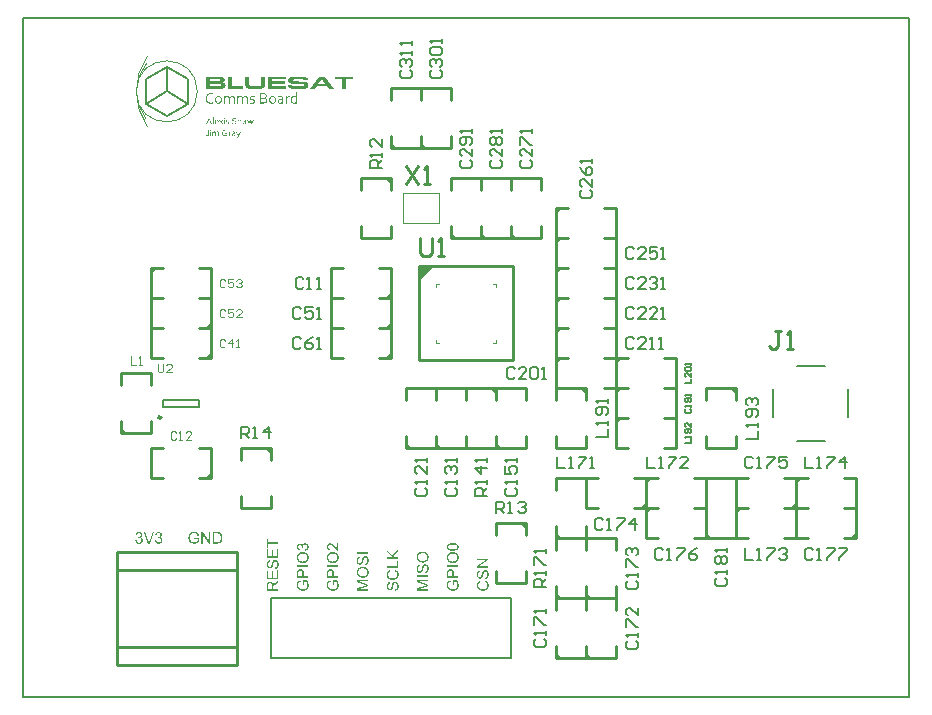
<source format=gto>
%FSLAX25Y25*%
%MOIN*%
G70*
G01*
G75*
G04 Layer_Color=65535*
%ADD10R,0.05906X0.04921*%
%ADD11R,0.04921X0.05906*%
%ADD12R,0.03740X0.03347*%
%ADD13O,0.01102X0.05906*%
%ADD14O,0.05906X0.01102*%
%ADD15R,0.13583X0.13583*%
%ADD16R,0.02362X0.04134*%
%ADD17C,0.00787*%
%ADD18C,0.01575*%
%ADD19C,0.00394*%
%ADD20C,0.08661*%
%ADD21C,0.05906*%
%ADD22R,0.05906X0.05906*%
%ADD23C,0.19685*%
%ADD24C,0.09843*%
%ADD25R,0.09843X0.09843*%
%ADD26C,0.02756*%
%ADD27C,0.03937*%
%ADD28C,0.00984*%
%ADD29C,0.00488*%
%ADD30C,0.00325*%
%ADD31C,0.01000*%
%ADD32C,0.00650*%
%ADD33C,0.00591*%
G36*
X-55142Y-85274D02*
X-55100Y-85278D01*
X-55054Y-85287D01*
X-55000Y-85295D01*
X-54938Y-85307D01*
X-54875Y-85324D01*
X-54809Y-85345D01*
X-54742Y-85370D01*
X-54672Y-85403D01*
X-54601Y-85436D01*
X-54530Y-85478D01*
X-54463Y-85528D01*
X-54397Y-85582D01*
X-54393Y-85586D01*
X-54384Y-85599D01*
X-54368Y-85615D01*
X-54343Y-85644D01*
X-54318Y-85678D01*
X-54289Y-85723D01*
X-54260Y-85777D01*
X-54231Y-85840D01*
X-54197Y-85915D01*
X-54168Y-85994D01*
X-54139Y-86089D01*
X-54114Y-86189D01*
X-54093Y-86306D01*
X-54077Y-86431D01*
X-54064Y-86564D01*
X-54060Y-86713D01*
Y-87695D01*
X-52500D01*
Y-88203D01*
X-56340D01*
Y-86755D01*
Y-86751D01*
Y-86738D01*
Y-86718D01*
Y-86693D01*
Y-86659D01*
Y-86622D01*
X-56336Y-86539D01*
X-56331Y-86443D01*
X-56323Y-86347D01*
X-56315Y-86256D01*
X-56311Y-86210D01*
X-56302Y-86173D01*
Y-86168D01*
X-56298Y-86160D01*
Y-86143D01*
X-56294Y-86127D01*
X-56286Y-86102D01*
X-56281Y-86073D01*
X-56261Y-86006D01*
X-56236Y-85931D01*
X-56202Y-85852D01*
X-56165Y-85773D01*
X-56119Y-85698D01*
Y-85694D01*
X-56115Y-85690D01*
X-56094Y-85665D01*
X-56065Y-85632D01*
X-56024Y-85586D01*
X-55974Y-85540D01*
X-55907Y-85486D01*
X-55836Y-85436D01*
X-55749Y-85391D01*
X-55745D01*
X-55737Y-85386D01*
X-55724Y-85378D01*
X-55707Y-85370D01*
X-55687Y-85361D01*
X-55657Y-85353D01*
X-55595Y-85328D01*
X-55516Y-85307D01*
X-55429Y-85287D01*
X-55329Y-85274D01*
X-55225Y-85270D01*
X-55179D01*
X-55142Y-85274D01*
D02*
G37*
G36*
X-53028Y-88956D02*
X-53020Y-88968D01*
X-53003Y-88989D01*
X-52983Y-89018D01*
X-52958Y-89051D01*
X-52933Y-89093D01*
X-52899Y-89139D01*
X-52866Y-89189D01*
X-52833Y-89243D01*
X-52795Y-89305D01*
X-52720Y-89434D01*
X-52650Y-89575D01*
X-52587Y-89725D01*
Y-89729D01*
X-52579Y-89742D01*
X-52575Y-89763D01*
X-52562Y-89796D01*
X-52554Y-89829D01*
X-52542Y-89875D01*
X-52525Y-89921D01*
X-52513Y-89975D01*
X-52500Y-90037D01*
X-52483Y-90100D01*
X-52463Y-90237D01*
X-52446Y-90387D01*
X-52438Y-90541D01*
Y-90549D01*
Y-90566D01*
Y-90595D01*
X-52442Y-90636D01*
X-52446Y-90686D01*
X-52450Y-90745D01*
X-52458Y-90811D01*
X-52467Y-90882D01*
X-52479Y-90957D01*
X-52496Y-91040D01*
X-52517Y-91123D01*
X-52542Y-91215D01*
X-52567Y-91302D01*
X-52600Y-91389D01*
X-52637Y-91481D01*
X-52679Y-91568D01*
X-52683Y-91572D01*
X-52691Y-91589D01*
X-52704Y-91614D01*
X-52725Y-91643D01*
X-52750Y-91681D01*
X-52779Y-91726D01*
X-52816Y-91776D01*
X-52858Y-91830D01*
X-52903Y-91884D01*
X-52958Y-91943D01*
X-53012Y-92001D01*
X-53074Y-92059D01*
X-53145Y-92113D01*
X-53215Y-92167D01*
X-53295Y-92221D01*
X-53378Y-92267D01*
X-53382Y-92271D01*
X-53399Y-92275D01*
X-53424Y-92288D01*
X-53457Y-92304D01*
X-53503Y-92321D01*
X-53553Y-92342D01*
X-53611Y-92363D01*
X-53677Y-92383D01*
X-53748Y-92404D01*
X-53827Y-92425D01*
X-53914Y-92446D01*
X-54002Y-92463D01*
X-54097Y-92479D01*
X-54193Y-92492D01*
X-54297Y-92496D01*
X-54401Y-92500D01*
X-54455D01*
X-54497Y-92496D01*
X-54547Y-92492D01*
X-54605Y-92488D01*
X-54672Y-92479D01*
X-54742Y-92471D01*
X-54821Y-92458D01*
X-54905Y-92442D01*
X-55079Y-92400D01*
X-55171Y-92375D01*
X-55262Y-92342D01*
X-55354Y-92309D01*
X-55445Y-92267D01*
X-55449Y-92263D01*
X-55466Y-92255D01*
X-55491Y-92242D01*
X-55524Y-92225D01*
X-55566Y-92200D01*
X-55612Y-92171D01*
X-55662Y-92134D01*
X-55720Y-92097D01*
X-55778Y-92051D01*
X-55836Y-92001D01*
X-55895Y-91947D01*
X-55957Y-91884D01*
X-56015Y-91822D01*
X-56069Y-91751D01*
X-56123Y-91676D01*
X-56169Y-91597D01*
X-56173Y-91593D01*
X-56177Y-91576D01*
X-56190Y-91552D01*
X-56207Y-91518D01*
X-56223Y-91477D01*
X-56244Y-91427D01*
X-56265Y-91369D01*
X-56290Y-91306D01*
X-56311Y-91235D01*
X-56331Y-91156D01*
X-56352Y-91073D01*
X-56369Y-90982D01*
X-56385Y-90890D01*
X-56398Y-90790D01*
X-56402Y-90686D01*
X-56406Y-90582D01*
Y-90578D01*
Y-90566D01*
Y-90541D01*
Y-90512D01*
X-56402Y-90474D01*
X-56398Y-90433D01*
X-56394Y-90387D01*
X-56390Y-90333D01*
X-56373Y-90216D01*
X-56348Y-90087D01*
X-56315Y-89958D01*
X-56269Y-89829D01*
Y-89825D01*
X-56265Y-89813D01*
X-56257Y-89796D01*
X-56244Y-89775D01*
X-56231Y-89746D01*
X-56215Y-89713D01*
X-56173Y-89638D01*
X-56119Y-89551D01*
X-56057Y-89463D01*
X-55982Y-89380D01*
X-55895Y-89301D01*
X-55890Y-89297D01*
X-55882Y-89293D01*
X-55870Y-89284D01*
X-55853Y-89268D01*
X-55828Y-89255D01*
X-55799Y-89234D01*
X-55766Y-89214D01*
X-55724Y-89193D01*
X-55682Y-89168D01*
X-55637Y-89147D01*
X-55583Y-89122D01*
X-55528Y-89097D01*
X-55404Y-89051D01*
X-55266Y-89010D01*
X-55142Y-89472D01*
X-55146D01*
X-55154Y-89476D01*
X-55171Y-89480D01*
X-55191Y-89488D01*
X-55212Y-89496D01*
X-55241Y-89505D01*
X-55308Y-89530D01*
X-55383Y-89563D01*
X-55458Y-89600D01*
X-55533Y-89642D01*
X-55599Y-89688D01*
X-55607Y-89692D01*
X-55628Y-89713D01*
X-55657Y-89742D01*
X-55699Y-89779D01*
X-55741Y-89833D01*
X-55786Y-89896D01*
X-55828Y-89971D01*
X-55870Y-90054D01*
Y-90058D01*
X-55874Y-90066D01*
X-55878Y-90079D01*
X-55886Y-90096D01*
X-55895Y-90116D01*
X-55903Y-90145D01*
X-55924Y-90208D01*
X-55940Y-90287D01*
X-55957Y-90374D01*
X-55969Y-90474D01*
X-55974Y-90578D01*
Y-90582D01*
Y-90595D01*
Y-90611D01*
Y-90636D01*
X-55969Y-90665D01*
Y-90703D01*
X-55965Y-90740D01*
X-55961Y-90786D01*
X-55949Y-90878D01*
X-55928Y-90982D01*
X-55903Y-91081D01*
X-55865Y-91181D01*
Y-91185D01*
X-55861Y-91194D01*
X-55853Y-91206D01*
X-55845Y-91223D01*
X-55824Y-91269D01*
X-55791Y-91327D01*
X-55749Y-91393D01*
X-55699Y-91460D01*
X-55645Y-91531D01*
X-55583Y-91593D01*
X-55574Y-91601D01*
X-55553Y-91618D01*
X-55516Y-91647D01*
X-55470Y-91681D01*
X-55416Y-91718D01*
X-55350Y-91760D01*
X-55279Y-91797D01*
X-55204Y-91830D01*
X-55200D01*
X-55187Y-91834D01*
X-55171Y-91843D01*
X-55142Y-91851D01*
X-55108Y-91864D01*
X-55071Y-91876D01*
X-55025Y-91888D01*
X-54975Y-91901D01*
X-54921Y-91918D01*
X-54859Y-91930D01*
X-54730Y-91951D01*
X-54584Y-91967D01*
X-54430Y-91976D01*
X-54380D01*
X-54347Y-91972D01*
X-54301D01*
X-54251Y-91967D01*
X-54193Y-91959D01*
X-54131Y-91955D01*
X-53993Y-91934D01*
X-53852Y-91901D01*
X-53706Y-91859D01*
X-53569Y-91801D01*
X-53565Y-91797D01*
X-53553Y-91793D01*
X-53536Y-91785D01*
X-53511Y-91768D01*
X-53486Y-91751D01*
X-53453Y-91726D01*
X-53378Y-91672D01*
X-53295Y-91597D01*
X-53207Y-91510D01*
X-53128Y-91410D01*
X-53091Y-91352D01*
X-53057Y-91289D01*
Y-91285D01*
X-53049Y-91273D01*
X-53041Y-91256D01*
X-53032Y-91231D01*
X-53020Y-91198D01*
X-53003Y-91161D01*
X-52991Y-91119D01*
X-52974Y-91073D01*
X-52958Y-91023D01*
X-52945Y-90965D01*
X-52916Y-90844D01*
X-52899Y-90711D01*
X-52891Y-90570D01*
Y-90566D01*
Y-90553D01*
Y-90536D01*
X-52895Y-90512D01*
Y-90482D01*
X-52899Y-90449D01*
X-52903Y-90412D01*
X-52908Y-90366D01*
X-52920Y-90270D01*
X-52945Y-90162D01*
X-52974Y-90046D01*
X-53016Y-89929D01*
Y-89925D01*
X-53020Y-89917D01*
X-53028Y-89900D01*
X-53037Y-89875D01*
X-53049Y-89850D01*
X-53066Y-89821D01*
X-53099Y-89750D01*
X-53141Y-89671D01*
X-53186Y-89592D01*
X-53232Y-89517D01*
X-53286Y-89451D01*
X-54006D01*
Y-90578D01*
X-54459D01*
Y-88951D01*
X-53032D01*
X-53028Y-88956D01*
D02*
G37*
G36*
X-65886Y-76417D02*
X-62500D01*
Y-76925D01*
X-65886D01*
Y-78190D01*
X-66340D01*
Y-75153D01*
X-65886D01*
Y-76417D01*
D02*
G37*
G36*
X-52500Y-84538D02*
X-56340D01*
Y-84030D01*
X-52500D01*
Y-84538D01*
D02*
G37*
G36*
X-43028Y-88956D02*
X-43020Y-88968D01*
X-43003Y-88989D01*
X-42983Y-89018D01*
X-42958Y-89051D01*
X-42933Y-89093D01*
X-42899Y-89139D01*
X-42866Y-89189D01*
X-42833Y-89243D01*
X-42795Y-89305D01*
X-42720Y-89434D01*
X-42650Y-89575D01*
X-42587Y-89725D01*
Y-89729D01*
X-42579Y-89742D01*
X-42575Y-89763D01*
X-42562Y-89796D01*
X-42554Y-89829D01*
X-42542Y-89875D01*
X-42525Y-89921D01*
X-42513Y-89975D01*
X-42500Y-90037D01*
X-42483Y-90100D01*
X-42463Y-90237D01*
X-42446Y-90387D01*
X-42438Y-90541D01*
Y-90549D01*
Y-90566D01*
Y-90595D01*
X-42442Y-90636D01*
X-42446Y-90686D01*
X-42450Y-90745D01*
X-42458Y-90811D01*
X-42467Y-90882D01*
X-42479Y-90957D01*
X-42496Y-91040D01*
X-42517Y-91123D01*
X-42542Y-91215D01*
X-42567Y-91302D01*
X-42600Y-91389D01*
X-42637Y-91481D01*
X-42679Y-91568D01*
X-42683Y-91572D01*
X-42691Y-91589D01*
X-42704Y-91614D01*
X-42725Y-91643D01*
X-42750Y-91681D01*
X-42779Y-91726D01*
X-42816Y-91776D01*
X-42858Y-91830D01*
X-42904Y-91884D01*
X-42958Y-91943D01*
X-43012Y-92001D01*
X-43074Y-92059D01*
X-43145Y-92113D01*
X-43216Y-92167D01*
X-43295Y-92221D01*
X-43378Y-92267D01*
X-43382Y-92271D01*
X-43399Y-92275D01*
X-43424Y-92288D01*
X-43457Y-92304D01*
X-43503Y-92321D01*
X-43553Y-92342D01*
X-43611Y-92363D01*
X-43677Y-92383D01*
X-43748Y-92404D01*
X-43827Y-92425D01*
X-43914Y-92446D01*
X-44002Y-92463D01*
X-44097Y-92479D01*
X-44193Y-92492D01*
X-44297Y-92496D01*
X-44401Y-92500D01*
X-44455D01*
X-44497Y-92496D01*
X-44547Y-92492D01*
X-44605Y-92488D01*
X-44671Y-92479D01*
X-44742Y-92471D01*
X-44821Y-92458D01*
X-44905Y-92442D01*
X-45079Y-92400D01*
X-45171Y-92375D01*
X-45262Y-92342D01*
X-45354Y-92309D01*
X-45445Y-92267D01*
X-45449Y-92263D01*
X-45466Y-92255D01*
X-45491Y-92242D01*
X-45524Y-92225D01*
X-45566Y-92200D01*
X-45612Y-92171D01*
X-45662Y-92134D01*
X-45720Y-92097D01*
X-45778Y-92051D01*
X-45836Y-92001D01*
X-45895Y-91947D01*
X-45957Y-91884D01*
X-46015Y-91822D01*
X-46069Y-91751D01*
X-46123Y-91676D01*
X-46169Y-91597D01*
X-46173Y-91593D01*
X-46177Y-91576D01*
X-46190Y-91552D01*
X-46207Y-91518D01*
X-46223Y-91477D01*
X-46244Y-91427D01*
X-46265Y-91369D01*
X-46290Y-91306D01*
X-46311Y-91235D01*
X-46331Y-91156D01*
X-46352Y-91073D01*
X-46369Y-90982D01*
X-46385Y-90890D01*
X-46398Y-90790D01*
X-46402Y-90686D01*
X-46406Y-90582D01*
Y-90578D01*
Y-90566D01*
Y-90541D01*
Y-90512D01*
X-46402Y-90474D01*
X-46398Y-90433D01*
X-46394Y-90387D01*
X-46390Y-90333D01*
X-46373Y-90216D01*
X-46348Y-90087D01*
X-46315Y-89958D01*
X-46269Y-89829D01*
Y-89825D01*
X-46265Y-89813D01*
X-46257Y-89796D01*
X-46244Y-89775D01*
X-46231Y-89746D01*
X-46215Y-89713D01*
X-46173Y-89638D01*
X-46119Y-89551D01*
X-46057Y-89463D01*
X-45982Y-89380D01*
X-45895Y-89301D01*
X-45890Y-89297D01*
X-45882Y-89293D01*
X-45870Y-89284D01*
X-45853Y-89268D01*
X-45828Y-89255D01*
X-45799Y-89234D01*
X-45766Y-89214D01*
X-45724Y-89193D01*
X-45682Y-89168D01*
X-45637Y-89147D01*
X-45583Y-89122D01*
X-45529Y-89097D01*
X-45404Y-89051D01*
X-45266Y-89010D01*
X-45142Y-89472D01*
X-45146D01*
X-45154Y-89476D01*
X-45171Y-89480D01*
X-45191Y-89488D01*
X-45212Y-89496D01*
X-45241Y-89505D01*
X-45308Y-89530D01*
X-45383Y-89563D01*
X-45458Y-89600D01*
X-45533Y-89642D01*
X-45599Y-89688D01*
X-45608Y-89692D01*
X-45628Y-89713D01*
X-45657Y-89742D01*
X-45699Y-89779D01*
X-45741Y-89833D01*
X-45786Y-89896D01*
X-45828Y-89971D01*
X-45870Y-90054D01*
Y-90058D01*
X-45874Y-90066D01*
X-45878Y-90079D01*
X-45886Y-90096D01*
X-45895Y-90116D01*
X-45903Y-90145D01*
X-45924Y-90208D01*
X-45940Y-90287D01*
X-45957Y-90374D01*
X-45969Y-90474D01*
X-45974Y-90578D01*
Y-90582D01*
Y-90595D01*
Y-90611D01*
Y-90636D01*
X-45969Y-90665D01*
Y-90703D01*
X-45965Y-90740D01*
X-45961Y-90786D01*
X-45949Y-90878D01*
X-45928Y-90982D01*
X-45903Y-91081D01*
X-45865Y-91181D01*
Y-91185D01*
X-45861Y-91194D01*
X-45853Y-91206D01*
X-45845Y-91223D01*
X-45824Y-91269D01*
X-45791Y-91327D01*
X-45749Y-91393D01*
X-45699Y-91460D01*
X-45645Y-91531D01*
X-45583Y-91593D01*
X-45574Y-91601D01*
X-45553Y-91618D01*
X-45516Y-91647D01*
X-45470Y-91681D01*
X-45416Y-91718D01*
X-45350Y-91760D01*
X-45279Y-91797D01*
X-45204Y-91830D01*
X-45200D01*
X-45187Y-91834D01*
X-45171Y-91843D01*
X-45142Y-91851D01*
X-45108Y-91864D01*
X-45071Y-91876D01*
X-45025Y-91888D01*
X-44975Y-91901D01*
X-44921Y-91918D01*
X-44859Y-91930D01*
X-44730Y-91951D01*
X-44584Y-91967D01*
X-44430Y-91976D01*
X-44380D01*
X-44347Y-91972D01*
X-44301D01*
X-44251Y-91967D01*
X-44193Y-91959D01*
X-44131Y-91955D01*
X-43993Y-91934D01*
X-43852Y-91901D01*
X-43706Y-91859D01*
X-43569Y-91801D01*
X-43565Y-91797D01*
X-43553Y-91793D01*
X-43536Y-91785D01*
X-43511Y-91768D01*
X-43486Y-91751D01*
X-43453Y-91726D01*
X-43378Y-91672D01*
X-43295Y-91597D01*
X-43207Y-91510D01*
X-43128Y-91410D01*
X-43091Y-91352D01*
X-43057Y-91289D01*
Y-91285D01*
X-43049Y-91273D01*
X-43041Y-91256D01*
X-43033Y-91231D01*
X-43020Y-91198D01*
X-43003Y-91161D01*
X-42991Y-91119D01*
X-42974Y-91073D01*
X-42958Y-91023D01*
X-42945Y-90965D01*
X-42916Y-90844D01*
X-42899Y-90711D01*
X-42891Y-90570D01*
Y-90566D01*
Y-90553D01*
Y-90536D01*
X-42895Y-90512D01*
Y-90482D01*
X-42899Y-90449D01*
X-42904Y-90412D01*
X-42908Y-90366D01*
X-42920Y-90270D01*
X-42945Y-90162D01*
X-42974Y-90046D01*
X-43016Y-89929D01*
Y-89925D01*
X-43020Y-89917D01*
X-43028Y-89900D01*
X-43037Y-89875D01*
X-43049Y-89850D01*
X-43066Y-89821D01*
X-43099Y-89750D01*
X-43141Y-89671D01*
X-43186Y-89592D01*
X-43232Y-89517D01*
X-43286Y-89451D01*
X-44006D01*
Y-90578D01*
X-44459D01*
Y-88951D01*
X-43033D01*
X-43028Y-88956D01*
D02*
G37*
G36*
X-53582Y-76642D02*
X-53548D01*
X-53503Y-76650D01*
X-53453Y-76659D01*
X-53399Y-76667D01*
X-53336Y-76684D01*
X-53270Y-76705D01*
X-53203Y-76729D01*
X-53132Y-76759D01*
X-53062Y-76796D01*
X-52987Y-76838D01*
X-52916Y-76888D01*
X-52845Y-76942D01*
X-52779Y-77008D01*
X-52775Y-77012D01*
X-52762Y-77025D01*
X-52745Y-77046D01*
X-52725Y-77075D01*
X-52700Y-77108D01*
X-52671Y-77154D01*
X-52637Y-77204D01*
X-52608Y-77262D01*
X-52575Y-77324D01*
X-52542Y-77395D01*
X-52513Y-77470D01*
X-52487Y-77553D01*
X-52467Y-77640D01*
X-52450Y-77732D01*
X-52438Y-77828D01*
X-52433Y-77932D01*
Y-77936D01*
Y-77952D01*
X-52438Y-77982D01*
Y-78015D01*
X-52442Y-78061D01*
X-52450Y-78111D01*
X-52458Y-78165D01*
X-52471Y-78227D01*
X-52487Y-78294D01*
X-52508Y-78360D01*
X-52529Y-78431D01*
X-52558Y-78502D01*
X-52596Y-78572D01*
X-52633Y-78639D01*
X-52679Y-78710D01*
X-52733Y-78772D01*
X-52737Y-78776D01*
X-52745Y-78785D01*
X-52762Y-78801D01*
X-52787Y-78826D01*
X-52816Y-78851D01*
X-52854Y-78880D01*
X-52895Y-78909D01*
X-52945Y-78943D01*
X-52995Y-78976D01*
X-53057Y-79009D01*
X-53120Y-79042D01*
X-53191Y-79071D01*
X-53265Y-79097D01*
X-53345Y-79121D01*
X-53428Y-79138D01*
X-53515Y-79151D01*
X-53577Y-78680D01*
X-53573D01*
X-53561Y-78676D01*
X-53540Y-78672D01*
X-53511Y-78664D01*
X-53478Y-78655D01*
X-53440Y-78647D01*
X-53353Y-78618D01*
X-53257Y-78581D01*
X-53161Y-78535D01*
X-53074Y-78477D01*
X-53037Y-78443D01*
X-52999Y-78410D01*
Y-78406D01*
X-52991Y-78402D01*
X-52983Y-78389D01*
X-52970Y-78377D01*
X-52945Y-78335D01*
X-52912Y-78277D01*
X-52879Y-78206D01*
X-52854Y-78127D01*
X-52833Y-78031D01*
X-52824Y-77932D01*
Y-77928D01*
Y-77915D01*
Y-77898D01*
X-52829Y-77873D01*
X-52833Y-77849D01*
X-52837Y-77811D01*
X-52854Y-77736D01*
X-52879Y-77645D01*
X-52920Y-77549D01*
X-52949Y-77503D01*
X-52978Y-77457D01*
X-53012Y-77412D01*
X-53053Y-77366D01*
X-53057Y-77362D01*
X-53066Y-77358D01*
X-53078Y-77345D01*
X-53095Y-77328D01*
X-53116Y-77312D01*
X-53145Y-77295D01*
X-53174Y-77274D01*
X-53211Y-77249D01*
X-53295Y-77208D01*
X-53390Y-77175D01*
X-53503Y-77145D01*
X-53561Y-77141D01*
X-53623Y-77137D01*
X-53657D01*
X-53677Y-77141D01*
X-53706Y-77145D01*
X-53736Y-77150D01*
X-53810Y-77162D01*
X-53898Y-77191D01*
X-53985Y-77229D01*
X-54031Y-77254D01*
X-54072Y-77283D01*
X-54114Y-77316D01*
X-54156Y-77353D01*
X-54160Y-77358D01*
X-54164Y-77362D01*
X-54176Y-77374D01*
X-54189Y-77391D01*
X-54206Y-77412D01*
X-54222Y-77437D01*
X-54264Y-77499D01*
X-54301Y-77578D01*
X-54335Y-77670D01*
X-54360Y-77774D01*
X-54364Y-77832D01*
X-54368Y-77890D01*
Y-77894D01*
Y-77915D01*
X-54364Y-77944D01*
Y-77982D01*
X-54355Y-78031D01*
X-54347Y-78086D01*
X-54335Y-78152D01*
X-54318Y-78223D01*
X-54730Y-78173D01*
Y-78169D01*
Y-78165D01*
X-54726Y-78144D01*
X-54721Y-78119D01*
Y-78094D01*
Y-78090D01*
Y-78081D01*
Y-78065D01*
X-54726Y-78044D01*
Y-78015D01*
X-54730Y-77986D01*
X-54742Y-77915D01*
X-54759Y-77832D01*
X-54788Y-77740D01*
X-54825Y-77645D01*
X-54879Y-77553D01*
Y-77549D01*
X-54888Y-77541D01*
X-54896Y-77532D01*
X-54909Y-77516D01*
X-54946Y-77474D01*
X-55000Y-77428D01*
X-55067Y-77387D01*
X-55150Y-77345D01*
X-55196Y-77328D01*
X-55250Y-77320D01*
X-55304Y-77312D01*
X-55362Y-77308D01*
X-55387D01*
X-55408Y-77312D01*
X-55454Y-77316D01*
X-55516Y-77328D01*
X-55583Y-77349D01*
X-55653Y-77383D01*
X-55728Y-77428D01*
X-55761Y-77453D01*
X-55795Y-77487D01*
X-55803Y-77495D01*
X-55820Y-77520D01*
X-55849Y-77557D01*
X-55882Y-77607D01*
X-55911Y-77674D01*
X-55940Y-77753D01*
X-55957Y-77840D01*
X-55965Y-77940D01*
Y-77944D01*
Y-77952D01*
Y-77965D01*
X-55961Y-77986D01*
Y-78011D01*
X-55957Y-78036D01*
X-55945Y-78102D01*
X-55924Y-78173D01*
X-55890Y-78252D01*
X-55849Y-78327D01*
X-55791Y-78402D01*
X-55782Y-78410D01*
X-55757Y-78431D01*
X-55720Y-78464D01*
X-55662Y-78497D01*
X-55591Y-78539D01*
X-55499Y-78576D01*
X-55395Y-78610D01*
X-55275Y-78635D01*
X-55358Y-79105D01*
X-55362D01*
X-55379Y-79101D01*
X-55404Y-79097D01*
X-55437Y-79088D01*
X-55474Y-79076D01*
X-55520Y-79063D01*
X-55570Y-79047D01*
X-55624Y-79026D01*
X-55745Y-78972D01*
X-55803Y-78943D01*
X-55865Y-78905D01*
X-55924Y-78864D01*
X-55982Y-78818D01*
X-56040Y-78768D01*
X-56090Y-78714D01*
X-56094Y-78710D01*
X-56103Y-78701D01*
X-56115Y-78680D01*
X-56132Y-78660D01*
X-56152Y-78626D01*
X-56173Y-78593D01*
X-56198Y-78552D01*
X-56223Y-78502D01*
X-56244Y-78452D01*
X-56269Y-78393D01*
X-56290Y-78331D01*
X-56311Y-78264D01*
X-56327Y-78190D01*
X-56340Y-78115D01*
X-56348Y-78036D01*
X-56352Y-77952D01*
Y-77948D01*
Y-77940D01*
Y-77923D01*
Y-77898D01*
X-56348Y-77869D01*
X-56344Y-77840D01*
X-56336Y-77761D01*
X-56319Y-77674D01*
X-56294Y-77574D01*
X-56261Y-77474D01*
X-56215Y-77374D01*
Y-77370D01*
X-56211Y-77362D01*
X-56202Y-77349D01*
X-56190Y-77328D01*
X-56161Y-77283D01*
X-56119Y-77224D01*
X-56065Y-77158D01*
X-56003Y-77091D01*
X-55932Y-77025D01*
X-55849Y-76967D01*
X-55845D01*
X-55840Y-76962D01*
X-55824Y-76954D01*
X-55807Y-76946D01*
X-55786Y-76933D01*
X-55761Y-76921D01*
X-55699Y-76896D01*
X-55624Y-76871D01*
X-55541Y-76846D01*
X-55449Y-76829D01*
X-55354Y-76825D01*
X-55312D01*
X-55262Y-76833D01*
X-55204Y-76842D01*
X-55133Y-76858D01*
X-55058Y-76883D01*
X-54979Y-76917D01*
X-54900Y-76962D01*
X-54896D01*
X-54892Y-76967D01*
X-54867Y-76987D01*
X-54830Y-77017D01*
X-54784Y-77062D01*
X-54730Y-77116D01*
X-54676Y-77187D01*
X-54626Y-77266D01*
X-54576Y-77358D01*
Y-77353D01*
X-54572Y-77341D01*
X-54567Y-77324D01*
X-54559Y-77299D01*
X-54551Y-77274D01*
X-54538Y-77241D01*
X-54505Y-77162D01*
X-54459Y-77079D01*
X-54405Y-76991D01*
X-54335Y-76904D01*
X-54247Y-76829D01*
X-54243Y-76825D01*
X-54235Y-76821D01*
X-54222Y-76813D01*
X-54201Y-76800D01*
X-54181Y-76784D01*
X-54151Y-76767D01*
X-54118Y-76750D01*
X-54077Y-76734D01*
X-54035Y-76717D01*
X-53989Y-76700D01*
X-53885Y-76667D01*
X-53765Y-76646D01*
X-53698Y-76638D01*
X-53611D01*
X-53582Y-76642D01*
D02*
G37*
G36*
X-54314Y-79621D02*
X-54264Y-79625D01*
X-54206Y-79629D01*
X-54139Y-79637D01*
X-54064Y-79646D01*
X-53985Y-79658D01*
X-53902Y-79675D01*
X-53815Y-79691D01*
X-53727Y-79716D01*
X-53636Y-79745D01*
X-53548Y-79775D01*
X-53457Y-79812D01*
X-53369Y-79854D01*
X-53365Y-79858D01*
X-53349Y-79866D01*
X-53324Y-79879D01*
X-53295Y-79895D01*
X-53257Y-79920D01*
X-53211Y-79949D01*
X-53161Y-79987D01*
X-53107Y-80024D01*
X-53053Y-80070D01*
X-52995Y-80120D01*
X-52937Y-80178D01*
X-52879Y-80236D01*
X-52824Y-80299D01*
X-52770Y-80369D01*
X-52716Y-80444D01*
X-52671Y-80523D01*
X-52666Y-80528D01*
X-52662Y-80544D01*
X-52650Y-80565D01*
X-52633Y-80598D01*
X-52617Y-80640D01*
X-52596Y-80686D01*
X-52575Y-80740D01*
X-52554Y-80802D01*
X-52533Y-80869D01*
X-52513Y-80939D01*
X-52492Y-81018D01*
X-52475Y-81097D01*
X-52446Y-81272D01*
X-52442Y-81364D01*
X-52438Y-81455D01*
Y-81459D01*
Y-81480D01*
Y-81509D01*
X-52442Y-81547D01*
X-52446Y-81593D01*
X-52450Y-81651D01*
X-52458Y-81709D01*
X-52471Y-81780D01*
X-52483Y-81850D01*
X-52500Y-81929D01*
X-52521Y-82008D01*
X-52546Y-82092D01*
X-52575Y-82175D01*
X-52612Y-82258D01*
X-52650Y-82341D01*
X-52696Y-82424D01*
X-52700Y-82429D01*
X-52708Y-82441D01*
X-52725Y-82466D01*
X-52745Y-82495D01*
X-52770Y-82529D01*
X-52804Y-82570D01*
X-52841Y-82616D01*
X-52883Y-82666D01*
X-52933Y-82720D01*
X-52987Y-82770D01*
X-53045Y-82824D01*
X-53107Y-82878D01*
X-53178Y-82932D01*
X-53249Y-82982D01*
X-53328Y-83028D01*
X-53411Y-83073D01*
X-53415Y-83078D01*
X-53432Y-83082D01*
X-53457Y-83094D01*
X-53490Y-83107D01*
X-53532Y-83123D01*
X-53582Y-83140D01*
X-53636Y-83161D01*
X-53702Y-83182D01*
X-53769Y-83202D01*
X-53844Y-83223D01*
X-53923Y-83240D01*
X-54006Y-83257D01*
X-54181Y-83281D01*
X-54276Y-83286D01*
X-54368Y-83290D01*
X-54409D01*
X-54434Y-83286D01*
X-54459D01*
X-54526Y-83281D01*
X-54605Y-83273D01*
X-54701Y-83261D01*
X-54800Y-83248D01*
X-54913Y-83227D01*
X-55033Y-83198D01*
X-55154Y-83165D01*
X-55279Y-83123D01*
X-55404Y-83073D01*
X-55528Y-83015D01*
X-55645Y-82949D01*
X-55761Y-82870D01*
X-55865Y-82778D01*
X-55870Y-82774D01*
X-55890Y-82753D01*
X-55915Y-82724D01*
X-55949Y-82687D01*
X-55990Y-82632D01*
X-56036Y-82574D01*
X-56086Y-82503D01*
X-56136Y-82420D01*
X-56186Y-82329D01*
X-56236Y-82229D01*
X-56281Y-82121D01*
X-56323Y-82000D01*
X-56356Y-81875D01*
X-56381Y-81742D01*
X-56402Y-81601D01*
X-56406Y-81451D01*
Y-81447D01*
Y-81426D01*
Y-81401D01*
X-56402Y-81364D01*
X-56398Y-81314D01*
X-56394Y-81260D01*
X-56385Y-81201D01*
X-56373Y-81135D01*
X-56361Y-81060D01*
X-56344Y-80985D01*
X-56323Y-80906D01*
X-56298Y-80823D01*
X-56269Y-80740D01*
X-56236Y-80656D01*
X-56198Y-80577D01*
X-56152Y-80494D01*
X-56148Y-80490D01*
X-56140Y-80473D01*
X-56128Y-80453D01*
X-56107Y-80423D01*
X-56082Y-80386D01*
X-56049Y-80349D01*
X-56011Y-80303D01*
X-55969Y-80253D01*
X-55919Y-80199D01*
X-55865Y-80145D01*
X-55807Y-80091D01*
X-55745Y-80037D01*
X-55678Y-79987D01*
X-55603Y-79933D01*
X-55524Y-79887D01*
X-55441Y-79841D01*
X-55437Y-79837D01*
X-55420Y-79833D01*
X-55395Y-79820D01*
X-55362Y-79808D01*
X-55321Y-79787D01*
X-55266Y-79770D01*
X-55208Y-79750D01*
X-55142Y-79729D01*
X-55071Y-79708D01*
X-54992Y-79687D01*
X-54905Y-79666D01*
X-54817Y-79650D01*
X-54721Y-79637D01*
X-54622Y-79625D01*
X-54522Y-79621D01*
X-54414Y-79616D01*
X-54355D01*
X-54314Y-79621D01*
D02*
G37*
G36*
X-62500Y-81468D02*
X-66340D01*
Y-78689D01*
X-65886D01*
Y-80960D01*
X-64713D01*
Y-78834D01*
X-64260D01*
Y-80960D01*
X-62953D01*
Y-78601D01*
X-62500D01*
Y-81468D01*
D02*
G37*
G36*
X-77122Y65132D02*
X-77081D01*
X-77032Y65127D01*
X-76980Y65122D01*
X-76925Y65113D01*
X-76871Y65102D01*
X-76868D01*
X-76865Y65100D01*
X-76857D01*
X-76846Y65097D01*
X-76819Y65089D01*
X-76781Y65081D01*
X-76740Y65067D01*
X-76696Y65053D01*
X-76603Y65018D01*
Y64780D01*
X-76606D01*
X-76609Y64783D01*
X-76625Y64789D01*
X-76652Y64799D01*
X-76685Y64813D01*
X-76726Y64827D01*
X-76772Y64840D01*
X-76822Y64854D01*
X-76873Y64868D01*
X-76876D01*
X-76879Y64870D01*
X-76887D01*
X-76898Y64873D01*
X-76925Y64879D01*
X-76964Y64887D01*
X-77007Y64892D01*
X-77056Y64898D01*
X-77114Y64903D01*
X-77171Y64906D01*
X-77215D01*
X-77242Y64903D01*
X-77275Y64900D01*
X-77310Y64895D01*
X-77346Y64887D01*
X-77379Y64879D01*
X-77381D01*
X-77392Y64873D01*
X-77409Y64868D01*
X-77430Y64859D01*
X-77452Y64849D01*
X-77477Y64838D01*
X-77526Y64805D01*
X-77529Y64802D01*
X-77534Y64797D01*
X-77545Y64786D01*
X-77559Y64772D01*
X-77572Y64756D01*
X-77586Y64737D01*
X-77600Y64715D01*
X-77611Y64690D01*
Y64688D01*
X-77616Y64679D01*
X-77619Y64663D01*
X-77624Y64647D01*
X-77630Y64622D01*
X-77632Y64597D01*
X-77638Y64567D01*
Y64537D01*
Y64535D01*
Y64521D01*
X-77635Y64504D01*
X-77632Y64483D01*
X-77630Y64458D01*
X-77622Y64434D01*
X-77613Y64409D01*
X-77602Y64384D01*
X-77600Y64382D01*
X-77594Y64373D01*
X-77586Y64363D01*
X-77575Y64349D01*
X-77561Y64333D01*
X-77542Y64316D01*
X-77501Y64283D01*
X-77499Y64281D01*
X-77491Y64278D01*
X-77477Y64270D01*
X-77458Y64262D01*
X-77436Y64251D01*
X-77411Y64240D01*
X-77354Y64221D01*
X-77351D01*
X-77340Y64218D01*
X-77321Y64212D01*
X-77299Y64207D01*
X-77275Y64199D01*
X-77245Y64191D01*
X-77179Y64174D01*
X-77174D01*
X-77157Y64169D01*
X-77133Y64163D01*
X-77103Y64155D01*
X-77067Y64144D01*
X-77026Y64133D01*
X-76939Y64106D01*
X-76936D01*
X-76934Y64103D01*
X-76920Y64100D01*
X-76895Y64092D01*
X-76868Y64081D01*
X-76835Y64068D01*
X-76797Y64049D01*
X-76762Y64030D01*
X-76726Y64008D01*
X-76721Y64005D01*
X-76710Y63997D01*
X-76693Y63983D01*
X-76671Y63964D01*
X-76650Y63939D01*
X-76622Y63912D01*
X-76598Y63879D01*
X-76576Y63841D01*
X-76573Y63836D01*
X-76568Y63822D01*
X-76557Y63800D01*
X-76546Y63770D01*
X-76538Y63732D01*
X-76527Y63688D01*
X-76521Y63636D01*
X-76519Y63579D01*
Y63576D01*
Y63571D01*
Y63563D01*
Y63552D01*
X-76521Y63522D01*
X-76527Y63484D01*
X-76535Y63437D01*
X-76546Y63391D01*
X-76560Y63342D01*
X-76581Y63295D01*
X-76584Y63290D01*
X-76592Y63276D01*
X-76606Y63254D01*
X-76625Y63227D01*
X-76650Y63197D01*
X-76680Y63164D01*
X-76715Y63131D01*
X-76753Y63101D01*
X-76759Y63099D01*
X-76772Y63090D01*
X-76797Y63077D01*
X-76827Y63060D01*
X-76865Y63041D01*
X-76909Y63025D01*
X-76958Y63006D01*
X-77013Y62992D01*
X-77016D01*
X-77018Y62989D01*
X-77026D01*
X-77037Y62987D01*
X-77054Y62984D01*
X-77070Y62981D01*
X-77108Y62973D01*
X-77157Y62965D01*
X-77212Y62959D01*
X-77275Y62957D01*
X-77340Y62954D01*
X-77370D01*
X-77392Y62957D01*
X-77417D01*
X-77444Y62959D01*
X-77507Y62965D01*
X-77510D01*
X-77521Y62968D01*
X-77537Y62970D01*
X-77559Y62973D01*
X-77583Y62976D01*
X-77611Y62981D01*
X-77671Y62992D01*
X-77673D01*
X-77684Y62995D01*
X-77698Y62998D01*
X-77717Y63003D01*
X-77739Y63008D01*
X-77761Y63014D01*
X-77810Y63030D01*
X-77813D01*
X-77821Y63033D01*
X-77832Y63038D01*
X-77845Y63044D01*
X-77878Y63058D01*
X-77911Y63074D01*
Y63309D01*
X-77908D01*
X-77900Y63303D01*
X-77889Y63298D01*
X-77873Y63290D01*
X-77854Y63282D01*
X-77832Y63273D01*
X-77783Y63254D01*
X-77780D01*
X-77769Y63252D01*
X-77755Y63246D01*
X-77739Y63241D01*
X-77717Y63235D01*
X-77693Y63230D01*
X-77638Y63216D01*
X-77635D01*
X-77624Y63213D01*
X-77611Y63210D01*
X-77589Y63208D01*
X-77567Y63202D01*
X-77542Y63200D01*
X-77485Y63191D01*
X-77471D01*
X-77458Y63189D01*
X-77436D01*
X-77414Y63186D01*
X-77390D01*
X-77340Y63183D01*
X-77299D01*
X-77272Y63186D01*
X-77239D01*
X-77204Y63191D01*
X-77130Y63200D01*
X-77125D01*
X-77114Y63202D01*
X-77095Y63208D01*
X-77070Y63216D01*
X-77043Y63224D01*
X-77013Y63235D01*
X-76955Y63262D01*
X-76953Y63265D01*
X-76942Y63271D01*
X-76928Y63282D01*
X-76912Y63295D01*
X-76893Y63311D01*
X-76873Y63331D01*
X-76852Y63355D01*
X-76835Y63383D01*
X-76833Y63385D01*
X-76827Y63396D01*
X-76822Y63412D01*
X-76811Y63434D01*
X-76802Y63462D01*
X-76797Y63494D01*
X-76792Y63533D01*
X-76789Y63574D01*
Y63579D01*
Y63590D01*
X-76792Y63606D01*
X-76794Y63628D01*
X-76800Y63653D01*
X-76805Y63677D01*
X-76816Y63702D01*
X-76830Y63727D01*
X-76833Y63729D01*
X-76838Y63737D01*
X-76846Y63748D01*
X-76857Y63762D01*
X-76871Y63778D01*
X-76890Y63797D01*
X-76909Y63814D01*
X-76934Y63830D01*
X-76936Y63833D01*
X-76945Y63838D01*
X-76958Y63844D01*
X-76974Y63855D01*
X-76996Y63863D01*
X-77021Y63874D01*
X-77051Y63885D01*
X-77081Y63896D01*
X-77084D01*
X-77095Y63901D01*
X-77114Y63904D01*
X-77136Y63912D01*
X-77160Y63918D01*
X-77190Y63926D01*
X-77258Y63942D01*
X-77264Y63945D01*
X-77280Y63948D01*
X-77302Y63953D01*
X-77332Y63961D01*
X-77370Y63969D01*
X-77409Y63980D01*
X-77496Y64005D01*
X-77501Y64008D01*
X-77515Y64010D01*
X-77537Y64019D01*
X-77567Y64030D01*
X-77600Y64046D01*
X-77635Y64062D01*
X-77671Y64081D01*
X-77706Y64103D01*
X-77709Y64106D01*
X-77723Y64114D01*
X-77739Y64128D01*
X-77758Y64147D01*
X-77783Y64171D01*
X-77807Y64199D01*
X-77832Y64229D01*
X-77854Y64264D01*
X-77856Y64270D01*
X-77862Y64283D01*
X-77870Y64305D01*
X-77881Y64335D01*
X-77892Y64371D01*
X-77900Y64415D01*
X-77905Y64464D01*
X-77908Y64518D01*
Y64521D01*
Y64526D01*
Y64535D01*
Y64546D01*
X-77905Y64575D01*
X-77900Y64614D01*
X-77895Y64657D01*
X-77884Y64704D01*
X-77870Y64750D01*
X-77851Y64794D01*
Y64797D01*
X-77848Y64799D01*
X-77840Y64813D01*
X-77826Y64835D01*
X-77810Y64862D01*
X-77788Y64892D01*
X-77761Y64925D01*
X-77728Y64955D01*
X-77693Y64985D01*
X-77687Y64988D01*
X-77673Y64999D01*
X-77654Y65012D01*
X-77627Y65029D01*
X-77592Y65045D01*
X-77553Y65064D01*
X-77510Y65083D01*
X-77463Y65097D01*
X-77460D01*
X-77458Y65100D01*
X-77450D01*
X-77441Y65102D01*
X-77414Y65108D01*
X-77379Y65116D01*
X-77338Y65124D01*
X-77289Y65130D01*
X-77237Y65132D01*
X-77182Y65135D01*
X-77138D01*
X-77122Y65132D01*
D02*
G37*
G36*
X-79298Y64524D02*
X-79262Y64521D01*
X-79224Y64516D01*
X-79142Y64502D01*
X-79137D01*
X-79123Y64496D01*
X-79104Y64491D01*
X-79077Y64485D01*
X-79047Y64477D01*
X-79017Y64466D01*
X-78948Y64442D01*
Y64237D01*
X-78951Y64240D01*
X-78965Y64243D01*
X-78984Y64251D01*
X-79006Y64259D01*
X-79036Y64267D01*
X-79066Y64275D01*
X-79137Y64294D01*
X-79142D01*
X-79153Y64297D01*
X-79172Y64302D01*
X-79197Y64305D01*
X-79227Y64311D01*
X-79260Y64314D01*
X-79330Y64319D01*
X-79361D01*
X-79380Y64316D01*
X-79404Y64314D01*
X-79426Y64311D01*
X-79475Y64300D01*
X-79478D01*
X-79486Y64297D01*
X-79497Y64294D01*
X-79511Y64289D01*
X-79544Y64272D01*
X-79576Y64251D01*
X-79579D01*
X-79582Y64245D01*
X-79598Y64232D01*
X-79614Y64207D01*
X-79631Y64180D01*
Y64177D01*
X-79634Y64171D01*
X-79636Y64163D01*
X-79639Y64152D01*
X-79645Y64122D01*
X-79647Y64087D01*
Y64084D01*
Y64076D01*
X-79645Y64065D01*
Y64051D01*
X-79636Y64019D01*
X-79623Y63986D01*
Y63983D01*
X-79617Y63980D01*
X-79603Y63964D01*
X-79582Y63942D01*
X-79552Y63923D01*
X-79549D01*
X-79544Y63920D01*
X-79535Y63915D01*
X-79522Y63909D01*
X-79492Y63896D01*
X-79451Y63882D01*
X-79448D01*
X-79440Y63879D01*
X-79429Y63877D01*
X-79415Y63874D01*
X-79396Y63868D01*
X-79377Y63866D01*
X-79330Y63855D01*
X-79328D01*
X-79317Y63852D01*
X-79300Y63847D01*
X-79279Y63844D01*
X-79254Y63836D01*
X-79227Y63830D01*
X-79172Y63814D01*
X-79169D01*
X-79159Y63811D01*
X-79145Y63806D01*
X-79126Y63797D01*
X-79104Y63787D01*
X-79082Y63776D01*
X-79033Y63746D01*
X-79030Y63743D01*
X-79022Y63737D01*
X-79011Y63727D01*
X-78995Y63713D01*
X-78978Y63694D01*
X-78962Y63672D01*
X-78946Y63647D01*
X-78929Y63620D01*
X-78926Y63617D01*
X-78924Y63606D01*
X-78916Y63590D01*
X-78907Y63565D01*
X-78902Y63538D01*
X-78894Y63503D01*
X-78891Y63464D01*
X-78888Y63421D01*
Y63415D01*
Y63402D01*
X-78891Y63380D01*
X-78894Y63353D01*
X-78899Y63323D01*
X-78907Y63287D01*
X-78918Y63252D01*
X-78935Y63219D01*
X-78937Y63216D01*
X-78943Y63205D01*
X-78954Y63189D01*
X-78967Y63167D01*
X-78984Y63145D01*
X-79006Y63120D01*
X-79030Y63096D01*
X-79058Y63071D01*
X-79060Y63069D01*
X-79071Y63063D01*
X-79088Y63052D01*
X-79112Y63038D01*
X-79139Y63025D01*
X-79172Y63011D01*
X-79208Y62998D01*
X-79249Y62984D01*
X-79254D01*
X-79268Y62979D01*
X-79292Y62976D01*
X-79322Y62970D01*
X-79358Y62965D01*
X-79399Y62959D01*
X-79445Y62957D01*
X-79494Y62954D01*
X-79524D01*
X-79544Y62957D01*
X-79568D01*
X-79593Y62959D01*
X-79645Y62965D01*
X-79647D01*
X-79655Y62968D01*
X-79669D01*
X-79683Y62970D01*
X-79721Y62976D01*
X-79762Y62984D01*
X-79765D01*
X-79770Y62987D01*
X-79778Y62989D01*
X-79792Y62992D01*
X-79819Y63000D01*
X-79849Y63008D01*
X-79852D01*
X-79855Y63011D01*
X-79868Y63019D01*
X-79887Y63028D01*
X-79907Y63036D01*
Y63241D01*
X-79901Y63238D01*
X-79890Y63235D01*
X-79874Y63227D01*
X-79849Y63219D01*
X-79822Y63210D01*
X-79792Y63200D01*
X-79726Y63181D01*
X-79721D01*
X-79710Y63178D01*
X-79691Y63175D01*
X-79666Y63172D01*
X-79636Y63167D01*
X-79601Y63164D01*
X-79565Y63161D01*
X-79494D01*
X-79473Y63164D01*
X-79448D01*
X-79421Y63167D01*
X-79369Y63175D01*
X-79366D01*
X-79358Y63178D01*
X-79344Y63183D01*
X-79328Y63186D01*
X-79287Y63202D01*
X-79249Y63222D01*
X-79246Y63224D01*
X-79240Y63227D01*
X-79229Y63235D01*
X-79219Y63243D01*
X-79194Y63268D01*
X-79169Y63301D01*
Y63303D01*
X-79164Y63309D01*
X-79161Y63320D01*
X-79156Y63331D01*
X-79150Y63347D01*
X-79148Y63366D01*
X-79142Y63407D01*
Y63410D01*
Y63418D01*
Y63429D01*
X-79145Y63443D01*
X-79153Y63478D01*
X-79169Y63511D01*
Y63514D01*
X-79175Y63519D01*
X-79186Y63535D01*
X-79208Y63557D01*
X-79235Y63579D01*
X-79238D01*
X-79243Y63585D01*
X-79251Y63590D01*
X-79262Y63595D01*
X-79292Y63609D01*
X-79330Y63623D01*
X-79333D01*
X-79339Y63626D01*
X-79350Y63628D01*
X-79366Y63634D01*
X-79382Y63636D01*
X-79401Y63642D01*
X-79445Y63653D01*
X-79448D01*
X-79459Y63656D01*
X-79475Y63661D01*
X-79494Y63666D01*
X-79519Y63672D01*
X-79546Y63677D01*
X-79606Y63694D01*
X-79609D01*
X-79620Y63699D01*
X-79636Y63705D01*
X-79655Y63710D01*
X-79677Y63721D01*
X-79702Y63732D01*
X-79754Y63759D01*
X-79756Y63762D01*
X-79765Y63767D01*
X-79776Y63778D01*
X-79792Y63789D01*
X-79808Y63808D01*
X-79827Y63828D01*
X-79844Y63849D01*
X-79860Y63877D01*
X-79863Y63879D01*
X-79866Y63890D01*
X-79874Y63907D01*
X-79879Y63929D01*
X-79887Y63956D01*
X-79896Y63989D01*
X-79898Y64024D01*
X-79901Y64065D01*
Y64068D01*
Y64070D01*
Y64084D01*
X-79898Y64106D01*
X-79896Y64133D01*
X-79890Y64166D01*
X-79885Y64199D01*
X-79874Y64234D01*
X-79860Y64267D01*
X-79857Y64270D01*
X-79852Y64281D01*
X-79844Y64297D01*
X-79830Y64319D01*
X-79814Y64341D01*
X-79792Y64365D01*
X-79770Y64390D01*
X-79746Y64412D01*
X-79743Y64415D01*
X-79732Y64420D01*
X-79718Y64431D01*
X-79696Y64445D01*
X-79672Y64458D01*
X-79642Y64472D01*
X-79612Y64485D01*
X-79576Y64496D01*
X-79571Y64499D01*
X-79560Y64502D01*
X-79541Y64507D01*
X-79516Y64513D01*
X-79486Y64518D01*
X-79451Y64521D01*
X-79412Y64526D01*
X-79328D01*
X-79298Y64524D01*
D02*
G37*
G36*
X-81403Y63746D02*
X-80838Y62992D01*
X-81102D01*
X-81539Y63587D01*
X-81545D01*
X-81976Y62992D01*
X-82241D01*
X-81676Y63751D01*
X-82219Y64485D01*
X-81951D01*
X-81539Y63909D01*
X-81534D01*
X-81127Y64485D01*
X-80859D01*
X-81403Y63746D01*
D02*
G37*
G36*
X-80316Y64835D02*
X-80559D01*
Y65108D01*
X-80316D01*
Y64835D01*
D02*
G37*
G36*
X-63532Y-82175D02*
X-63503D01*
X-63473Y-82179D01*
X-63394Y-82191D01*
X-63307Y-82212D01*
X-63211Y-82246D01*
X-63112Y-82291D01*
X-63057Y-82316D01*
X-63007Y-82350D01*
X-63003D01*
X-62995Y-82358D01*
X-62983Y-82366D01*
X-62962Y-82383D01*
X-62916Y-82420D01*
X-62854Y-82479D01*
X-62787Y-82549D01*
X-62716Y-82637D01*
X-62650Y-82736D01*
X-62587Y-82853D01*
Y-82857D01*
X-62579Y-82870D01*
X-62575Y-82886D01*
X-62562Y-82911D01*
X-62554Y-82940D01*
X-62542Y-82978D01*
X-62525Y-83019D01*
X-62512Y-83069D01*
X-62500Y-83119D01*
X-62483Y-83177D01*
X-62463Y-83302D01*
X-62446Y-83439D01*
X-62438Y-83589D01*
Y-83593D01*
Y-83614D01*
Y-83639D01*
X-62442Y-83677D01*
Y-83722D01*
X-62446Y-83772D01*
X-62450Y-83831D01*
X-62458Y-83897D01*
X-62475Y-84034D01*
X-62500Y-84180D01*
X-62537Y-84326D01*
X-62587Y-84467D01*
Y-84471D01*
X-62596Y-84484D01*
X-62604Y-84500D01*
X-62616Y-84525D01*
X-62633Y-84554D01*
X-62650Y-84588D01*
X-62700Y-84667D01*
X-62762Y-84754D01*
X-62841Y-84846D01*
X-62933Y-84937D01*
X-63041Y-85016D01*
X-63045Y-85020D01*
X-63053Y-85024D01*
X-63070Y-85033D01*
X-63095Y-85045D01*
X-63124Y-85062D01*
X-63157Y-85079D01*
X-63199Y-85099D01*
X-63245Y-85116D01*
X-63290Y-85137D01*
X-63345Y-85153D01*
X-63465Y-85187D01*
X-63594Y-85212D01*
X-63665Y-85220D01*
X-63736Y-85224D01*
X-63777Y-84746D01*
X-63765D01*
X-63748Y-84742D01*
X-63727Y-84737D01*
X-63702Y-84733D01*
X-63677Y-84729D01*
X-63607Y-84712D01*
X-63532Y-84692D01*
X-63453Y-84667D01*
X-63374Y-84633D01*
X-63299Y-84592D01*
X-63290Y-84588D01*
X-63270Y-84567D01*
X-63236Y-84538D01*
X-63195Y-84496D01*
X-63145Y-84442D01*
X-63099Y-84376D01*
X-63049Y-84297D01*
X-63003Y-84205D01*
Y-84201D01*
X-62999Y-84193D01*
X-62995Y-84180D01*
X-62987Y-84159D01*
X-62978Y-84134D01*
X-62966Y-84105D01*
X-62958Y-84072D01*
X-62949Y-84034D01*
X-62928Y-83947D01*
X-62908Y-83843D01*
X-62895Y-83735D01*
X-62891Y-83614D01*
Y-83610D01*
Y-83602D01*
Y-83585D01*
Y-83564D01*
X-62895Y-83539D01*
Y-83510D01*
X-62903Y-83444D01*
X-62912Y-83365D01*
X-62924Y-83277D01*
X-62945Y-83190D01*
X-62974Y-83107D01*
Y-83103D01*
X-62978Y-83098D01*
X-62983Y-83086D01*
X-62991Y-83069D01*
X-63012Y-83032D01*
X-63037Y-82982D01*
X-63070Y-82928D01*
X-63112Y-82870D01*
X-63157Y-82820D01*
X-63211Y-82774D01*
X-63220Y-82770D01*
X-63236Y-82757D01*
X-63270Y-82736D01*
X-63311Y-82716D01*
X-63361Y-82699D01*
X-63415Y-82678D01*
X-63478Y-82666D01*
X-63540Y-82662D01*
X-63569D01*
X-63607Y-82666D01*
X-63648Y-82674D01*
X-63698Y-82687D01*
X-63752Y-82707D01*
X-63806Y-82732D01*
X-63856Y-82770D01*
X-63860Y-82774D01*
X-63877Y-82791D01*
X-63902Y-82815D01*
X-63935Y-82853D01*
X-63968Y-82899D01*
X-64006Y-82961D01*
X-64043Y-83032D01*
X-64081Y-83115D01*
X-64085Y-83123D01*
X-64089Y-83132D01*
X-64093Y-83148D01*
X-64097Y-83165D01*
X-64106Y-83190D01*
X-64118Y-83223D01*
X-64127Y-83257D01*
X-64139Y-83302D01*
X-64156Y-83348D01*
X-64168Y-83406D01*
X-64185Y-83469D01*
X-64206Y-83539D01*
X-64222Y-83614D01*
X-64247Y-83702D01*
X-64268Y-83797D01*
Y-83801D01*
X-64272Y-83818D01*
X-64280Y-83847D01*
X-64289Y-83881D01*
X-64301Y-83926D01*
X-64314Y-83976D01*
X-64330Y-84026D01*
X-64347Y-84084D01*
X-64385Y-84209D01*
X-64426Y-84330D01*
X-64447Y-84388D01*
X-64468Y-84442D01*
X-64489Y-84492D01*
X-64509Y-84534D01*
Y-84538D01*
X-64518Y-84546D01*
X-64526Y-84559D01*
X-64534Y-84579D01*
X-64563Y-84629D01*
X-64605Y-84688D01*
X-64659Y-84758D01*
X-64717Y-84825D01*
X-64788Y-84891D01*
X-64863Y-84945D01*
X-64867D01*
X-64871Y-84950D01*
X-64884Y-84958D01*
X-64900Y-84966D01*
X-64946Y-84987D01*
X-65004Y-85012D01*
X-65075Y-85037D01*
X-65158Y-85058D01*
X-65250Y-85074D01*
X-65345Y-85079D01*
X-65375D01*
X-65395Y-85074D01*
X-65420D01*
X-65449Y-85070D01*
X-65524Y-85058D01*
X-65608Y-85037D01*
X-65695Y-85012D01*
X-65791Y-84970D01*
X-65886Y-84916D01*
X-65890D01*
X-65899Y-84908D01*
X-65911Y-84900D01*
X-65928Y-84887D01*
X-65974Y-84846D01*
X-66032Y-84791D01*
X-66094Y-84725D01*
X-66157Y-84642D01*
X-66219Y-84546D01*
X-66273Y-84434D01*
Y-84430D01*
X-66277Y-84421D01*
X-66286Y-84400D01*
X-66294Y-84380D01*
X-66302Y-84351D01*
X-66315Y-84313D01*
X-66327Y-84272D01*
X-66340Y-84226D01*
X-66352Y-84176D01*
X-66365Y-84122D01*
X-66385Y-84005D01*
X-66402Y-83872D01*
X-66406Y-83731D01*
Y-83727D01*
Y-83710D01*
Y-83689D01*
Y-83660D01*
X-66402Y-83623D01*
X-66398Y-83577D01*
X-66394Y-83531D01*
X-66390Y-83477D01*
X-66373Y-83360D01*
X-66348Y-83232D01*
X-66311Y-83103D01*
X-66265Y-82978D01*
Y-82974D01*
X-66256Y-82965D01*
X-66252Y-82945D01*
X-66240Y-82924D01*
X-66223Y-82899D01*
X-66207Y-82865D01*
X-66165Y-82795D01*
X-66107Y-82711D01*
X-66036Y-82628D01*
X-65957Y-82549D01*
X-65861Y-82479D01*
X-65857Y-82474D01*
X-65849Y-82470D01*
X-65836Y-82462D01*
X-65816Y-82449D01*
X-65791Y-82437D01*
X-65761Y-82420D01*
X-65724Y-82408D01*
X-65687Y-82387D01*
X-65599Y-82354D01*
X-65495Y-82325D01*
X-65383Y-82300D01*
X-65258Y-82287D01*
X-65221Y-82774D01*
X-65225D01*
X-65237Y-82778D01*
X-65254D01*
X-65279Y-82782D01*
X-65312Y-82791D01*
X-65345Y-82799D01*
X-65425Y-82824D01*
X-65512Y-82857D01*
X-65603Y-82907D01*
X-65691Y-82965D01*
X-65728Y-83003D01*
X-65766Y-83044D01*
X-65770Y-83048D01*
X-65774Y-83053D01*
X-65782Y-83069D01*
X-65795Y-83086D01*
X-65807Y-83111D01*
X-65824Y-83140D01*
X-65841Y-83173D01*
X-65861Y-83211D01*
X-65878Y-83257D01*
X-65895Y-83306D01*
X-65911Y-83360D01*
X-65924Y-83419D01*
X-65936Y-83485D01*
X-65944Y-83556D01*
X-65953Y-83631D01*
Y-83710D01*
Y-83714D01*
Y-83731D01*
Y-83751D01*
X-65949Y-83785D01*
Y-83822D01*
X-65944Y-83864D01*
X-65940Y-83914D01*
X-65932Y-83964D01*
X-65911Y-84076D01*
X-65882Y-84184D01*
X-65841Y-84288D01*
X-65811Y-84338D01*
X-65782Y-84380D01*
Y-84384D01*
X-65774Y-84388D01*
X-65753Y-84413D01*
X-65716Y-84446D01*
X-65666Y-84484D01*
X-65608Y-84521D01*
X-65537Y-84554D01*
X-65462Y-84579D01*
X-65420Y-84583D01*
X-65375Y-84588D01*
X-65366D01*
X-65341Y-84583D01*
X-65304Y-84579D01*
X-65258Y-84571D01*
X-65204Y-84550D01*
X-65146Y-84525D01*
X-65092Y-84492D01*
X-65038Y-84442D01*
X-65033Y-84434D01*
X-65025Y-84425D01*
X-65013Y-84409D01*
X-65000Y-84388D01*
X-64988Y-84363D01*
X-64971Y-84330D01*
X-64950Y-84292D01*
X-64929Y-84247D01*
X-64909Y-84193D01*
X-64888Y-84130D01*
X-64863Y-84059D01*
X-64838Y-83976D01*
X-64813Y-83889D01*
X-64784Y-83789D01*
X-64759Y-83677D01*
Y-83668D01*
X-64755Y-83648D01*
X-64746Y-83618D01*
X-64734Y-83577D01*
X-64726Y-83527D01*
X-64709Y-83469D01*
X-64697Y-83406D01*
X-64676Y-83340D01*
X-64638Y-83198D01*
X-64601Y-83057D01*
X-64580Y-82990D01*
X-64559Y-82932D01*
X-64538Y-82874D01*
X-64518Y-82828D01*
Y-82824D01*
X-64509Y-82811D01*
X-64501Y-82795D01*
X-64489Y-82774D01*
X-64476Y-82745D01*
X-64455Y-82711D01*
X-64409Y-82641D01*
X-64355Y-82558D01*
X-64289Y-82479D01*
X-64210Y-82399D01*
X-64168Y-82366D01*
X-64127Y-82333D01*
X-64122D01*
X-64114Y-82325D01*
X-64102Y-82316D01*
X-64085Y-82308D01*
X-64064Y-82296D01*
X-64035Y-82283D01*
X-63968Y-82250D01*
X-63889Y-82221D01*
X-63798Y-82196D01*
X-63694Y-82179D01*
X-63582Y-82171D01*
X-63552D01*
X-63532Y-82175D01*
D02*
G37*
G36*
X-62500Y-88623D02*
X-66340D01*
Y-85844D01*
X-65886D01*
Y-88115D01*
X-64713D01*
Y-85990D01*
X-64260D01*
Y-88115D01*
X-62953D01*
Y-85757D01*
X-62500D01*
Y-88623D01*
D02*
G37*
G36*
Y-89759D02*
X-63299Y-90266D01*
X-63303Y-90270D01*
X-63315Y-90274D01*
X-63332Y-90287D01*
X-63357Y-90303D01*
X-63386Y-90320D01*
X-63419Y-90345D01*
X-63494Y-90395D01*
X-63582Y-90453D01*
X-63669Y-90512D01*
X-63752Y-90574D01*
X-63827Y-90632D01*
X-63831D01*
X-63835Y-90640D01*
X-63856Y-90657D01*
X-63889Y-90682D01*
X-63927Y-90719D01*
X-63968Y-90757D01*
X-64010Y-90803D01*
X-64052Y-90848D01*
X-64081Y-90890D01*
X-64085Y-90894D01*
X-64093Y-90911D01*
X-64106Y-90932D01*
X-64122Y-90961D01*
X-64139Y-90998D01*
X-64156Y-91036D01*
X-64172Y-91077D01*
X-64185Y-91123D01*
Y-91127D01*
X-64189Y-91140D01*
X-64193Y-91161D01*
X-64197Y-91190D01*
Y-91231D01*
X-64201Y-91281D01*
X-64206Y-91339D01*
Y-91406D01*
Y-91992D01*
X-62500D01*
Y-92500D01*
X-66340D01*
Y-90799D01*
Y-90794D01*
Y-90778D01*
Y-90749D01*
Y-90715D01*
X-66335Y-90670D01*
Y-90624D01*
X-66331Y-90570D01*
X-66327Y-90507D01*
X-66315Y-90383D01*
X-66294Y-90254D01*
X-66269Y-90129D01*
X-66252Y-90075D01*
X-66236Y-90021D01*
Y-90017D01*
X-66232Y-90008D01*
X-66223Y-89996D01*
X-66215Y-89975D01*
X-66190Y-89925D01*
X-66153Y-89867D01*
X-66103Y-89796D01*
X-66036Y-89725D01*
X-65961Y-89655D01*
X-65870Y-89592D01*
X-65865D01*
X-65857Y-89584D01*
X-65845Y-89575D01*
X-65824Y-89567D01*
X-65799Y-89555D01*
X-65770Y-89542D01*
X-65737Y-89526D01*
X-65699Y-89509D01*
X-65612Y-89480D01*
X-65516Y-89455D01*
X-65408Y-89438D01*
X-65291Y-89430D01*
X-65250D01*
X-65225Y-89434D01*
X-65187Y-89438D01*
X-65146Y-89442D01*
X-65100Y-89451D01*
X-65050Y-89463D01*
X-64942Y-89496D01*
X-64884Y-89517D01*
X-64825Y-89542D01*
X-64767Y-89571D01*
X-64709Y-89609D01*
X-64655Y-89650D01*
X-64601Y-89696D01*
X-64597Y-89700D01*
X-64588Y-89709D01*
X-64576Y-89725D01*
X-64555Y-89746D01*
X-64534Y-89775D01*
X-64509Y-89808D01*
X-64480Y-89850D01*
X-64451Y-89900D01*
X-64422Y-89954D01*
X-64393Y-90012D01*
X-64364Y-90079D01*
X-64335Y-90154D01*
X-64310Y-90233D01*
X-64285Y-90320D01*
X-64264Y-90416D01*
X-64247Y-90516D01*
Y-90512D01*
X-64243Y-90507D01*
X-64231Y-90482D01*
X-64210Y-90445D01*
X-64185Y-90399D01*
X-64156Y-90349D01*
X-64127Y-90299D01*
X-64089Y-90249D01*
X-64056Y-90208D01*
X-64052Y-90204D01*
X-64047Y-90200D01*
X-64035Y-90187D01*
X-64018Y-90170D01*
X-63998Y-90150D01*
X-63973Y-90125D01*
X-63914Y-90071D01*
X-63840Y-90008D01*
X-63752Y-89937D01*
X-63652Y-89863D01*
X-63544Y-89788D01*
X-62500Y-89122D01*
Y-89759D01*
D02*
G37*
G36*
X-45142Y-85274D02*
X-45100Y-85278D01*
X-45054Y-85287D01*
X-45000Y-85295D01*
X-44938Y-85307D01*
X-44875Y-85324D01*
X-44809Y-85345D01*
X-44742Y-85370D01*
X-44671Y-85403D01*
X-44601Y-85436D01*
X-44530Y-85478D01*
X-44464Y-85528D01*
X-44397Y-85582D01*
X-44393Y-85586D01*
X-44385Y-85599D01*
X-44368Y-85615D01*
X-44343Y-85644D01*
X-44318Y-85678D01*
X-44289Y-85723D01*
X-44260Y-85777D01*
X-44231Y-85840D01*
X-44197Y-85915D01*
X-44168Y-85994D01*
X-44139Y-86089D01*
X-44114Y-86189D01*
X-44093Y-86306D01*
X-44077Y-86431D01*
X-44064Y-86564D01*
X-44060Y-86713D01*
Y-87695D01*
X-42500D01*
Y-88203D01*
X-46340D01*
Y-86755D01*
Y-86751D01*
Y-86738D01*
Y-86718D01*
Y-86693D01*
Y-86659D01*
Y-86622D01*
X-46336Y-86539D01*
X-46331Y-86443D01*
X-46323Y-86347D01*
X-46315Y-86256D01*
X-46311Y-86210D01*
X-46302Y-86173D01*
Y-86168D01*
X-46298Y-86160D01*
Y-86143D01*
X-46294Y-86127D01*
X-46286Y-86102D01*
X-46281Y-86073D01*
X-46261Y-86006D01*
X-46236Y-85931D01*
X-46202Y-85852D01*
X-46165Y-85773D01*
X-46119Y-85698D01*
Y-85694D01*
X-46115Y-85690D01*
X-46094Y-85665D01*
X-46065Y-85632D01*
X-46023Y-85586D01*
X-45974Y-85540D01*
X-45907Y-85486D01*
X-45836Y-85436D01*
X-45749Y-85391D01*
X-45745D01*
X-45737Y-85386D01*
X-45724Y-85378D01*
X-45707Y-85370D01*
X-45687Y-85361D01*
X-45657Y-85353D01*
X-45595Y-85328D01*
X-45516Y-85307D01*
X-45429Y-85287D01*
X-45329Y-85274D01*
X-45225Y-85270D01*
X-45179D01*
X-45142Y-85274D01*
D02*
G37*
G36*
X-22500Y-79421D02*
X-24439Y-80785D01*
X-23831Y-81414D01*
X-22500D01*
Y-81921D01*
X-26340D01*
Y-81414D01*
X-24439D01*
X-26340Y-79508D01*
Y-78818D01*
X-24784Y-80428D01*
X-22500Y-78747D01*
Y-79421D01*
D02*
G37*
G36*
Y-84904D02*
X-26340D01*
Y-84396D01*
X-22953D01*
Y-82503D01*
X-22500D01*
Y-84904D01*
D02*
G37*
G36*
X-23690Y-85515D02*
X-23661Y-85524D01*
X-23615Y-85540D01*
X-23565Y-85557D01*
X-23503Y-85582D01*
X-23436Y-85607D01*
X-23365Y-85640D01*
X-23286Y-85678D01*
X-23211Y-85719D01*
X-23128Y-85765D01*
X-23049Y-85819D01*
X-22974Y-85877D01*
X-22899Y-85940D01*
X-22829Y-86010D01*
X-22762Y-86085D01*
X-22758Y-86089D01*
X-22750Y-86106D01*
X-22733Y-86127D01*
X-22712Y-86160D01*
X-22687Y-86198D01*
X-22658Y-86247D01*
X-22629Y-86302D01*
X-22600Y-86368D01*
X-22571Y-86439D01*
X-22542Y-86514D01*
X-22512Y-86597D01*
X-22488Y-86689D01*
X-22467Y-86784D01*
X-22450Y-86884D01*
X-22442Y-86988D01*
X-22438Y-87100D01*
Y-87109D01*
Y-87129D01*
Y-87159D01*
X-22442Y-87204D01*
X-22446Y-87254D01*
X-22450Y-87317D01*
X-22458Y-87383D01*
X-22471Y-87458D01*
X-22483Y-87537D01*
X-22500Y-87620D01*
X-22521Y-87704D01*
X-22542Y-87787D01*
X-22571Y-87874D01*
X-22604Y-87957D01*
X-22641Y-88036D01*
X-22687Y-88111D01*
X-22691Y-88115D01*
X-22700Y-88128D01*
X-22712Y-88149D01*
X-22733Y-88174D01*
X-22762Y-88207D01*
X-22791Y-88244D01*
X-22829Y-88286D01*
X-22874Y-88332D01*
X-22924Y-88377D01*
X-22978Y-88427D01*
X-23037Y-88473D01*
X-23103Y-88523D01*
X-23174Y-88573D01*
X-23249Y-88619D01*
X-23332Y-88660D01*
X-23419Y-88702D01*
X-23424Y-88706D01*
X-23440Y-88710D01*
X-23469Y-88719D01*
X-23503Y-88731D01*
X-23548Y-88748D01*
X-23598Y-88764D01*
X-23661Y-88781D01*
X-23727Y-88802D01*
X-23802Y-88818D01*
X-23881Y-88839D01*
X-23964Y-88856D01*
X-24056Y-88868D01*
X-24247Y-88893D01*
X-24347Y-88897D01*
X-24447Y-88902D01*
X-24505D01*
X-24547Y-88897D01*
X-24601Y-88893D01*
X-24663Y-88889D01*
X-24730Y-88881D01*
X-24805Y-88872D01*
X-24884Y-88860D01*
X-24967Y-88848D01*
X-25146Y-88806D01*
X-25233Y-88777D01*
X-25321Y-88748D01*
X-25412Y-88714D01*
X-25495Y-88673D01*
X-25499Y-88669D01*
X-25516Y-88660D01*
X-25537Y-88648D01*
X-25570Y-88631D01*
X-25607Y-88606D01*
X-25649Y-88577D01*
X-25695Y-88544D01*
X-25749Y-88506D01*
X-25799Y-88461D01*
X-25857Y-88415D01*
X-25911Y-88361D01*
X-25969Y-88303D01*
X-26024Y-88240D01*
X-26078Y-88174D01*
X-26127Y-88099D01*
X-26173Y-88024D01*
X-26177Y-88020D01*
X-26182Y-88003D01*
X-26194Y-87982D01*
X-26211Y-87949D01*
X-26227Y-87911D01*
X-26248Y-87862D01*
X-26269Y-87808D01*
X-26290Y-87749D01*
X-26311Y-87683D01*
X-26331Y-87608D01*
X-26352Y-87533D01*
X-26369Y-87450D01*
X-26398Y-87279D01*
X-26402Y-87188D01*
X-26406Y-87092D01*
Y-87084D01*
Y-87067D01*
Y-87038D01*
X-26402Y-86996D01*
X-26398Y-86946D01*
X-26390Y-86888D01*
X-26381Y-86826D01*
X-26369Y-86755D01*
X-26352Y-86680D01*
X-26335Y-86601D01*
X-26311Y-86522D01*
X-26281Y-86439D01*
X-26248Y-86356D01*
X-26207Y-86277D01*
X-26165Y-86198D01*
X-26111Y-86123D01*
X-26107Y-86119D01*
X-26098Y-86106D01*
X-26082Y-86085D01*
X-26057Y-86060D01*
X-26028Y-86027D01*
X-25990Y-85990D01*
X-25949Y-85952D01*
X-25899Y-85906D01*
X-25845Y-85861D01*
X-25782Y-85815D01*
X-25716Y-85769D01*
X-25641Y-85728D01*
X-25562Y-85682D01*
X-25474Y-85644D01*
X-25383Y-85607D01*
X-25287Y-85574D01*
X-25171Y-86073D01*
X-25175D01*
X-25187Y-86081D01*
X-25212Y-86085D01*
X-25241Y-86098D01*
X-25275Y-86110D01*
X-25312Y-86131D01*
X-25404Y-86173D01*
X-25504Y-86227D01*
X-25607Y-86297D01*
X-25703Y-86372D01*
X-25745Y-86418D01*
X-25782Y-86464D01*
X-25786Y-86468D01*
X-25791Y-86476D01*
X-25799Y-86489D01*
X-25811Y-86510D01*
X-25828Y-86535D01*
X-25845Y-86564D01*
X-25861Y-86597D01*
X-25878Y-86639D01*
X-25895Y-86684D01*
X-25911Y-86730D01*
X-25945Y-86838D01*
X-25965Y-86963D01*
X-25974Y-87030D01*
Y-87100D01*
Y-87104D01*
Y-87121D01*
Y-87142D01*
X-25969Y-87175D01*
X-25965Y-87213D01*
X-25961Y-87258D01*
X-25957Y-87308D01*
X-25949Y-87358D01*
X-25919Y-87479D01*
X-25882Y-87604D01*
X-25857Y-87666D01*
X-25828Y-87729D01*
X-25795Y-87787D01*
X-25757Y-87845D01*
X-25753Y-87849D01*
X-25749Y-87857D01*
X-25736Y-87874D01*
X-25720Y-87895D01*
X-25699Y-87916D01*
X-25670Y-87945D01*
X-25641Y-87974D01*
X-25607Y-88007D01*
X-25566Y-88041D01*
X-25524Y-88078D01*
X-25429Y-88144D01*
X-25316Y-88207D01*
X-25187Y-88261D01*
X-25183D01*
X-25171Y-88265D01*
X-25150Y-88273D01*
X-25125Y-88278D01*
X-25092Y-88286D01*
X-25054Y-88298D01*
X-25008Y-88307D01*
X-24963Y-88319D01*
X-24909Y-88332D01*
X-24850Y-88340D01*
X-24726Y-88361D01*
X-24592Y-88373D01*
X-24451Y-88377D01*
X-24405D01*
X-24368Y-88373D01*
X-24326D01*
X-24276Y-88369D01*
X-24222Y-88365D01*
X-24160Y-88361D01*
X-24093Y-88353D01*
X-24027Y-88344D01*
X-23881Y-88319D01*
X-23735Y-88282D01*
X-23594Y-88236D01*
X-23590D01*
X-23577Y-88228D01*
X-23561Y-88219D01*
X-23536Y-88211D01*
X-23503Y-88194D01*
X-23469Y-88174D01*
X-23390Y-88128D01*
X-23299Y-88065D01*
X-23211Y-87991D01*
X-23124Y-87899D01*
X-23087Y-87849D01*
X-23049Y-87795D01*
Y-87791D01*
X-23041Y-87783D01*
X-23032Y-87766D01*
X-23020Y-87741D01*
X-23008Y-87712D01*
X-22991Y-87679D01*
X-22978Y-87641D01*
X-22962Y-87599D01*
X-22929Y-87504D01*
X-22899Y-87392D01*
X-22879Y-87271D01*
X-22874Y-87208D01*
X-22870Y-87142D01*
Y-87138D01*
Y-87121D01*
Y-87100D01*
X-22874Y-87071D01*
X-22879Y-87034D01*
X-22883Y-86992D01*
X-22891Y-86942D01*
X-22899Y-86892D01*
X-22929Y-86776D01*
X-22949Y-86718D01*
X-22974Y-86655D01*
X-23003Y-86593D01*
X-23037Y-86535D01*
X-23074Y-86476D01*
X-23116Y-86418D01*
X-23120Y-86414D01*
X-23128Y-86406D01*
X-23141Y-86389D01*
X-23161Y-86368D01*
X-23186Y-86347D01*
X-23220Y-86318D01*
X-23257Y-86289D01*
X-23299Y-86256D01*
X-23349Y-86223D01*
X-23403Y-86189D01*
X-23461Y-86156D01*
X-23528Y-86123D01*
X-23598Y-86094D01*
X-23677Y-86064D01*
X-23761Y-86035D01*
X-23848Y-86015D01*
X-23719Y-85507D01*
X-23711D01*
X-23690Y-85515D01*
D02*
G37*
G36*
X-12500Y-89322D02*
X-15716D01*
X-12500Y-90445D01*
Y-90903D01*
X-15770Y-92009D01*
X-12500D01*
Y-92500D01*
X-16340D01*
Y-91739D01*
X-13619Y-90828D01*
X-13615D01*
X-13602Y-90824D01*
X-13582Y-90815D01*
X-13557Y-90807D01*
X-13528Y-90799D01*
X-13490Y-90786D01*
X-13407Y-90757D01*
X-13315Y-90728D01*
X-13220Y-90699D01*
X-13132Y-90670D01*
X-13091Y-90657D01*
X-13053Y-90645D01*
X-13057D01*
X-13062Y-90640D01*
X-13074Y-90636D01*
X-13091Y-90632D01*
X-13116Y-90624D01*
X-13141Y-90615D01*
X-13174Y-90607D01*
X-13207Y-90595D01*
X-13249Y-90582D01*
X-13295Y-90566D01*
X-13344Y-90549D01*
X-13403Y-90532D01*
X-13461Y-90512D01*
X-13528Y-90491D01*
X-13594Y-90466D01*
X-13669Y-90441D01*
X-16340Y-89517D01*
Y-88831D01*
X-12500D01*
Y-89322D01*
D02*
G37*
G36*
X-14314Y-79433D02*
X-14264Y-79438D01*
X-14206Y-79442D01*
X-14139Y-79450D01*
X-14064Y-79458D01*
X-13985Y-79471D01*
X-13902Y-79488D01*
X-13815Y-79504D01*
X-13727Y-79529D01*
X-13636Y-79558D01*
X-13548Y-79587D01*
X-13457Y-79625D01*
X-13369Y-79666D01*
X-13365Y-79671D01*
X-13349Y-79679D01*
X-13324Y-79691D01*
X-13295Y-79708D01*
X-13257Y-79733D01*
X-13211Y-79762D01*
X-13161Y-79799D01*
X-13107Y-79837D01*
X-13053Y-79883D01*
X-12995Y-79933D01*
X-12937Y-79991D01*
X-12879Y-80049D01*
X-12824Y-80111D01*
X-12770Y-80182D01*
X-12716Y-80257D01*
X-12671Y-80336D01*
X-12666Y-80340D01*
X-12662Y-80357D01*
X-12650Y-80378D01*
X-12633Y-80411D01*
X-12617Y-80453D01*
X-12596Y-80498D01*
X-12575Y-80553D01*
X-12554Y-80615D01*
X-12533Y-80681D01*
X-12513Y-80752D01*
X-12492Y-80831D01*
X-12475Y-80910D01*
X-12446Y-81085D01*
X-12442Y-81177D01*
X-12438Y-81268D01*
Y-81272D01*
Y-81293D01*
Y-81322D01*
X-12442Y-81359D01*
X-12446Y-81405D01*
X-12450Y-81463D01*
X-12458Y-81522D01*
X-12471Y-81593D01*
X-12483Y-81663D01*
X-12500Y-81742D01*
X-12521Y-81821D01*
X-12546Y-81905D01*
X-12575Y-81988D01*
X-12612Y-82071D01*
X-12650Y-82154D01*
X-12696Y-82237D01*
X-12700Y-82241D01*
X-12708Y-82254D01*
X-12725Y-82279D01*
X-12745Y-82308D01*
X-12770Y-82341D01*
X-12804Y-82383D01*
X-12841Y-82429D01*
X-12883Y-82479D01*
X-12933Y-82533D01*
X-12987Y-82583D01*
X-13045Y-82637D01*
X-13107Y-82691D01*
X-13178Y-82745D01*
X-13249Y-82795D01*
X-13328Y-82841D01*
X-13411Y-82886D01*
X-13415Y-82890D01*
X-13432Y-82895D01*
X-13457Y-82907D01*
X-13490Y-82920D01*
X-13532Y-82936D01*
X-13582Y-82953D01*
X-13636Y-82974D01*
X-13702Y-82994D01*
X-13769Y-83015D01*
X-13844Y-83036D01*
X-13923Y-83053D01*
X-14006Y-83069D01*
X-14181Y-83094D01*
X-14276Y-83098D01*
X-14368Y-83103D01*
X-14409D01*
X-14434Y-83098D01*
X-14459D01*
X-14526Y-83094D01*
X-14605Y-83086D01*
X-14701Y-83073D01*
X-14800Y-83061D01*
X-14913Y-83040D01*
X-15033Y-83011D01*
X-15154Y-82978D01*
X-15279Y-82936D01*
X-15404Y-82886D01*
X-15529Y-82828D01*
X-15645Y-82761D01*
X-15761Y-82682D01*
X-15865Y-82591D01*
X-15870Y-82587D01*
X-15890Y-82566D01*
X-15915Y-82537D01*
X-15949Y-82499D01*
X-15990Y-82445D01*
X-16036Y-82387D01*
X-16086Y-82316D01*
X-16136Y-82233D01*
X-16186Y-82142D01*
X-16236Y-82042D01*
X-16281Y-81934D01*
X-16323Y-81813D01*
X-16356Y-81688D01*
X-16381Y-81555D01*
X-16402Y-81414D01*
X-16406Y-81264D01*
Y-81260D01*
Y-81239D01*
Y-81214D01*
X-16402Y-81177D01*
X-16398Y-81127D01*
X-16394Y-81072D01*
X-16385Y-81014D01*
X-16373Y-80948D01*
X-16361Y-80873D01*
X-16344Y-80798D01*
X-16323Y-80719D01*
X-16298Y-80636D01*
X-16269Y-80553D01*
X-16236Y-80469D01*
X-16198Y-80390D01*
X-16152Y-80307D01*
X-16148Y-80303D01*
X-16140Y-80286D01*
X-16127Y-80265D01*
X-16107Y-80236D01*
X-16082Y-80199D01*
X-16048Y-80161D01*
X-16011Y-80116D01*
X-15969Y-80066D01*
X-15920Y-80012D01*
X-15865Y-79958D01*
X-15807Y-79904D01*
X-15745Y-79849D01*
X-15678Y-79799D01*
X-15603Y-79745D01*
X-15524Y-79700D01*
X-15441Y-79654D01*
X-15437Y-79650D01*
X-15420Y-79646D01*
X-15395Y-79633D01*
X-15362Y-79621D01*
X-15321Y-79600D01*
X-15266Y-79583D01*
X-15208Y-79562D01*
X-15142Y-79542D01*
X-15071Y-79521D01*
X-14992Y-79500D01*
X-14905Y-79479D01*
X-14817Y-79463D01*
X-14721Y-79450D01*
X-14622Y-79438D01*
X-14522Y-79433D01*
X-14414Y-79429D01*
X-14355D01*
X-14314Y-79433D01*
D02*
G37*
G36*
X-13532Y-83643D02*
X-13503D01*
X-13473Y-83648D01*
X-13394Y-83660D01*
X-13307Y-83681D01*
X-13211Y-83714D01*
X-13112Y-83760D01*
X-13057Y-83785D01*
X-13007Y-83818D01*
X-13003D01*
X-12995Y-83826D01*
X-12983Y-83835D01*
X-12962Y-83851D01*
X-12916Y-83889D01*
X-12854Y-83947D01*
X-12787Y-84018D01*
X-12716Y-84105D01*
X-12650Y-84205D01*
X-12587Y-84321D01*
Y-84326D01*
X-12579Y-84338D01*
X-12575Y-84355D01*
X-12562Y-84380D01*
X-12554Y-84409D01*
X-12542Y-84446D01*
X-12525Y-84488D01*
X-12513Y-84538D01*
X-12500Y-84588D01*
X-12483Y-84646D01*
X-12463Y-84771D01*
X-12446Y-84908D01*
X-12438Y-85058D01*
Y-85062D01*
Y-85083D01*
Y-85108D01*
X-12442Y-85145D01*
Y-85191D01*
X-12446Y-85241D01*
X-12450Y-85299D01*
X-12458Y-85366D01*
X-12475Y-85503D01*
X-12500Y-85649D01*
X-12537Y-85794D01*
X-12587Y-85935D01*
Y-85940D01*
X-12596Y-85952D01*
X-12604Y-85969D01*
X-12617Y-85994D01*
X-12633Y-86023D01*
X-12650Y-86056D01*
X-12700Y-86135D01*
X-12762Y-86223D01*
X-12841Y-86314D01*
X-12933Y-86406D01*
X-13041Y-86485D01*
X-13045Y-86489D01*
X-13053Y-86493D01*
X-13070Y-86501D01*
X-13095Y-86514D01*
X-13124Y-86530D01*
X-13157Y-86547D01*
X-13199Y-86568D01*
X-13245Y-86585D01*
X-13290Y-86605D01*
X-13344Y-86622D01*
X-13465Y-86655D01*
X-13594Y-86680D01*
X-13665Y-86689D01*
X-13735Y-86693D01*
X-13777Y-86214D01*
X-13765D01*
X-13748Y-86210D01*
X-13727Y-86206D01*
X-13702Y-86202D01*
X-13677Y-86198D01*
X-13607Y-86181D01*
X-13532Y-86160D01*
X-13453Y-86135D01*
X-13374Y-86102D01*
X-13299Y-86060D01*
X-13290Y-86056D01*
X-13270Y-86035D01*
X-13236Y-86006D01*
X-13195Y-85965D01*
X-13145Y-85911D01*
X-13099Y-85844D01*
X-13049Y-85765D01*
X-13003Y-85673D01*
Y-85669D01*
X-12999Y-85661D01*
X-12995Y-85649D01*
X-12987Y-85628D01*
X-12978Y-85603D01*
X-12966Y-85574D01*
X-12958Y-85540D01*
X-12949Y-85503D01*
X-12928Y-85416D01*
X-12908Y-85312D01*
X-12895Y-85203D01*
X-12891Y-85083D01*
Y-85079D01*
Y-85070D01*
Y-85054D01*
Y-85033D01*
X-12895Y-85008D01*
Y-84979D01*
X-12903Y-84912D01*
X-12912Y-84833D01*
X-12924Y-84746D01*
X-12945Y-84658D01*
X-12974Y-84575D01*
Y-84571D01*
X-12978Y-84567D01*
X-12983Y-84554D01*
X-12991Y-84538D01*
X-13012Y-84500D01*
X-13037Y-84450D01*
X-13070Y-84396D01*
X-13112Y-84338D01*
X-13157Y-84288D01*
X-13211Y-84242D01*
X-13220Y-84238D01*
X-13236Y-84226D01*
X-13270Y-84205D01*
X-13311Y-84184D01*
X-13361Y-84167D01*
X-13415Y-84147D01*
X-13478Y-84134D01*
X-13540Y-84130D01*
X-13569D01*
X-13607Y-84134D01*
X-13648Y-84143D01*
X-13698Y-84155D01*
X-13752Y-84176D01*
X-13806Y-84201D01*
X-13856Y-84238D01*
X-13860Y-84242D01*
X-13877Y-84259D01*
X-13902Y-84284D01*
X-13935Y-84321D01*
X-13969Y-84367D01*
X-14006Y-84430D01*
X-14043Y-84500D01*
X-14081Y-84583D01*
X-14085Y-84592D01*
X-14089Y-84600D01*
X-14093Y-84617D01*
X-14097Y-84633D01*
X-14106Y-84658D01*
X-14118Y-84692D01*
X-14127Y-84725D01*
X-14139Y-84771D01*
X-14156Y-84816D01*
X-14168Y-84875D01*
X-14185Y-84937D01*
X-14206Y-85008D01*
X-14222Y-85083D01*
X-14247Y-85170D01*
X-14268Y-85266D01*
Y-85270D01*
X-14272Y-85287D01*
X-14280Y-85316D01*
X-14289Y-85349D01*
X-14301Y-85395D01*
X-14314Y-85445D01*
X-14330Y-85495D01*
X-14347Y-85553D01*
X-14385Y-85678D01*
X-14426Y-85798D01*
X-14447Y-85856D01*
X-14468Y-85911D01*
X-14489Y-85961D01*
X-14509Y-86002D01*
Y-86006D01*
X-14518Y-86015D01*
X-14526Y-86027D01*
X-14534Y-86048D01*
X-14563Y-86098D01*
X-14605Y-86156D01*
X-14659Y-86227D01*
X-14717Y-86293D01*
X-14788Y-86360D01*
X-14863Y-86414D01*
X-14867D01*
X-14871Y-86418D01*
X-14884Y-86426D01*
X-14900Y-86435D01*
X-14946Y-86456D01*
X-15004Y-86480D01*
X-15075Y-86505D01*
X-15158Y-86526D01*
X-15250Y-86543D01*
X-15345Y-86547D01*
X-15375D01*
X-15395Y-86543D01*
X-15420D01*
X-15449Y-86539D01*
X-15524Y-86526D01*
X-15608Y-86505D01*
X-15695Y-86480D01*
X-15791Y-86439D01*
X-15886Y-86385D01*
X-15890D01*
X-15899Y-86377D01*
X-15911Y-86368D01*
X-15928Y-86356D01*
X-15974Y-86314D01*
X-16032Y-86260D01*
X-16094Y-86193D01*
X-16157Y-86110D01*
X-16219Y-86015D01*
X-16273Y-85902D01*
Y-85898D01*
X-16277Y-85890D01*
X-16286Y-85869D01*
X-16294Y-85848D01*
X-16302Y-85819D01*
X-16315Y-85782D01*
X-16327Y-85740D01*
X-16340Y-85694D01*
X-16352Y-85644D01*
X-16365Y-85590D01*
X-16385Y-85474D01*
X-16402Y-85341D01*
X-16406Y-85199D01*
Y-85195D01*
Y-85178D01*
Y-85158D01*
Y-85128D01*
X-16402Y-85091D01*
X-16398Y-85045D01*
X-16394Y-85000D01*
X-16390Y-84945D01*
X-16373Y-84829D01*
X-16348Y-84700D01*
X-16311Y-84571D01*
X-16265Y-84446D01*
Y-84442D01*
X-16256Y-84434D01*
X-16252Y-84413D01*
X-16240Y-84392D01*
X-16223Y-84367D01*
X-16207Y-84334D01*
X-16165Y-84263D01*
X-16107Y-84180D01*
X-16036Y-84097D01*
X-15957Y-84018D01*
X-15861Y-83947D01*
X-15857Y-83943D01*
X-15849Y-83939D01*
X-15836Y-83930D01*
X-15815Y-83918D01*
X-15791Y-83905D01*
X-15761Y-83889D01*
X-15724Y-83876D01*
X-15687Y-83855D01*
X-15599Y-83822D01*
X-15495Y-83793D01*
X-15383Y-83768D01*
X-15258Y-83756D01*
X-15221Y-84242D01*
X-15225D01*
X-15237Y-84247D01*
X-15254D01*
X-15279Y-84251D01*
X-15312Y-84259D01*
X-15345Y-84267D01*
X-15425Y-84292D01*
X-15512Y-84326D01*
X-15603Y-84376D01*
X-15691Y-84434D01*
X-15728Y-84471D01*
X-15766Y-84513D01*
X-15770Y-84517D01*
X-15774Y-84521D01*
X-15782Y-84538D01*
X-15795Y-84554D01*
X-15807Y-84579D01*
X-15824Y-84609D01*
X-15841Y-84642D01*
X-15861Y-84679D01*
X-15878Y-84725D01*
X-15895Y-84775D01*
X-15911Y-84829D01*
X-15924Y-84887D01*
X-15936Y-84954D01*
X-15945Y-85024D01*
X-15953Y-85099D01*
Y-85178D01*
Y-85183D01*
Y-85199D01*
Y-85220D01*
X-15949Y-85253D01*
Y-85291D01*
X-15945Y-85332D01*
X-15940Y-85382D01*
X-15932Y-85432D01*
X-15911Y-85545D01*
X-15882Y-85653D01*
X-15841Y-85757D01*
X-15811Y-85807D01*
X-15782Y-85848D01*
Y-85852D01*
X-15774Y-85856D01*
X-15753Y-85881D01*
X-15716Y-85915D01*
X-15666Y-85952D01*
X-15608Y-85990D01*
X-15537Y-86023D01*
X-15462Y-86048D01*
X-15420Y-86052D01*
X-15375Y-86056D01*
X-15366D01*
X-15341Y-86052D01*
X-15304Y-86048D01*
X-15258Y-86040D01*
X-15204Y-86019D01*
X-15146Y-85994D01*
X-15092Y-85961D01*
X-15038Y-85911D01*
X-15033Y-85902D01*
X-15025Y-85894D01*
X-15013Y-85877D01*
X-15000Y-85856D01*
X-14988Y-85831D01*
X-14971Y-85798D01*
X-14950Y-85761D01*
X-14929Y-85715D01*
X-14909Y-85661D01*
X-14888Y-85599D01*
X-14863Y-85528D01*
X-14838Y-85445D01*
X-14813Y-85357D01*
X-14784Y-85257D01*
X-14759Y-85145D01*
Y-85137D01*
X-14755Y-85116D01*
X-14746Y-85087D01*
X-14734Y-85045D01*
X-14726Y-84995D01*
X-14709Y-84937D01*
X-14696Y-84875D01*
X-14676Y-84808D01*
X-14638Y-84667D01*
X-14601Y-84525D01*
X-14580Y-84459D01*
X-14559Y-84400D01*
X-14538Y-84342D01*
X-14518Y-84297D01*
Y-84292D01*
X-14509Y-84280D01*
X-14501Y-84263D01*
X-14489Y-84242D01*
X-14476Y-84213D01*
X-14455Y-84180D01*
X-14409Y-84109D01*
X-14355Y-84026D01*
X-14289Y-83947D01*
X-14210Y-83868D01*
X-14168Y-83835D01*
X-14127Y-83801D01*
X-14122D01*
X-14114Y-83793D01*
X-14102Y-83785D01*
X-14085Y-83776D01*
X-14064Y-83764D01*
X-14035Y-83751D01*
X-13969Y-83718D01*
X-13889Y-83689D01*
X-13798Y-83664D01*
X-13694Y-83648D01*
X-13582Y-83639D01*
X-13553D01*
X-13532Y-83643D01*
D02*
G37*
G36*
X-12500Y-87928D02*
X-16340D01*
Y-87421D01*
X-12500D01*
Y-87928D01*
D02*
G37*
G36*
X-23532Y-89451D02*
X-23503D01*
X-23473Y-89455D01*
X-23394Y-89467D01*
X-23307Y-89488D01*
X-23211Y-89521D01*
X-23111Y-89567D01*
X-23057Y-89592D01*
X-23008Y-89625D01*
X-23003D01*
X-22995Y-89634D01*
X-22983Y-89642D01*
X-22962Y-89659D01*
X-22916Y-89696D01*
X-22854Y-89754D01*
X-22787Y-89825D01*
X-22716Y-89912D01*
X-22650Y-90012D01*
X-22587Y-90129D01*
Y-90133D01*
X-22579Y-90145D01*
X-22575Y-90162D01*
X-22562Y-90187D01*
X-22554Y-90216D01*
X-22542Y-90254D01*
X-22525Y-90295D01*
X-22512Y-90345D01*
X-22500Y-90395D01*
X-22483Y-90453D01*
X-22463Y-90578D01*
X-22446Y-90715D01*
X-22438Y-90865D01*
Y-90869D01*
Y-90890D01*
Y-90915D01*
X-22442Y-90952D01*
Y-90998D01*
X-22446Y-91048D01*
X-22450Y-91106D01*
X-22458Y-91173D01*
X-22475Y-91310D01*
X-22500Y-91456D01*
X-22537Y-91601D01*
X-22587Y-91743D01*
Y-91747D01*
X-22596Y-91760D01*
X-22604Y-91776D01*
X-22616Y-91801D01*
X-22633Y-91830D01*
X-22650Y-91864D01*
X-22700Y-91943D01*
X-22762Y-92030D01*
X-22841Y-92121D01*
X-22933Y-92213D01*
X-23041Y-92292D01*
X-23045Y-92296D01*
X-23053Y-92300D01*
X-23070Y-92309D01*
X-23095Y-92321D01*
X-23124Y-92338D01*
X-23157Y-92354D01*
X-23199Y-92375D01*
X-23245Y-92392D01*
X-23290Y-92413D01*
X-23345Y-92429D01*
X-23465Y-92463D01*
X-23594Y-92488D01*
X-23665Y-92496D01*
X-23735Y-92500D01*
X-23777Y-92022D01*
X-23765D01*
X-23748Y-92017D01*
X-23727Y-92013D01*
X-23702Y-92009D01*
X-23677Y-92005D01*
X-23607Y-91988D01*
X-23532Y-91967D01*
X-23453Y-91943D01*
X-23374Y-91909D01*
X-23299Y-91868D01*
X-23290Y-91864D01*
X-23270Y-91843D01*
X-23236Y-91814D01*
X-23195Y-91772D01*
X-23145Y-91718D01*
X-23099Y-91651D01*
X-23049Y-91572D01*
X-23003Y-91481D01*
Y-91477D01*
X-22999Y-91468D01*
X-22995Y-91456D01*
X-22987Y-91435D01*
X-22978Y-91410D01*
X-22966Y-91381D01*
X-22958Y-91348D01*
X-22949Y-91310D01*
X-22929Y-91223D01*
X-22908Y-91119D01*
X-22895Y-91011D01*
X-22891Y-90890D01*
Y-90886D01*
Y-90878D01*
Y-90861D01*
Y-90840D01*
X-22895Y-90815D01*
Y-90786D01*
X-22904Y-90719D01*
X-22912Y-90640D01*
X-22924Y-90553D01*
X-22945Y-90466D01*
X-22974Y-90383D01*
Y-90378D01*
X-22978Y-90374D01*
X-22983Y-90362D01*
X-22991Y-90345D01*
X-23012Y-90308D01*
X-23037Y-90258D01*
X-23070Y-90204D01*
X-23111Y-90145D01*
X-23157Y-90096D01*
X-23211Y-90050D01*
X-23220Y-90046D01*
X-23236Y-90033D01*
X-23270Y-90012D01*
X-23311Y-89991D01*
X-23361Y-89975D01*
X-23415Y-89954D01*
X-23478Y-89942D01*
X-23540Y-89937D01*
X-23569D01*
X-23607Y-89942D01*
X-23648Y-89950D01*
X-23698Y-89962D01*
X-23752Y-89983D01*
X-23806Y-90008D01*
X-23856Y-90046D01*
X-23860Y-90050D01*
X-23877Y-90066D01*
X-23902Y-90091D01*
X-23935Y-90129D01*
X-23968Y-90175D01*
X-24006Y-90237D01*
X-24043Y-90308D01*
X-24081Y-90391D01*
X-24085Y-90399D01*
X-24089Y-90408D01*
X-24093Y-90424D01*
X-24097Y-90441D01*
X-24106Y-90466D01*
X-24118Y-90499D01*
X-24127Y-90532D01*
X-24139Y-90578D01*
X-24156Y-90624D01*
X-24168Y-90682D01*
X-24185Y-90745D01*
X-24206Y-90815D01*
X-24222Y-90890D01*
X-24247Y-90977D01*
X-24268Y-91073D01*
Y-91077D01*
X-24272Y-91094D01*
X-24281Y-91123D01*
X-24289Y-91156D01*
X-24301Y-91202D01*
X-24314Y-91252D01*
X-24330Y-91302D01*
X-24347Y-91360D01*
X-24385Y-91485D01*
X-24426Y-91606D01*
X-24447Y-91664D01*
X-24468Y-91718D01*
X-24488Y-91768D01*
X-24509Y-91809D01*
Y-91814D01*
X-24518Y-91822D01*
X-24526Y-91834D01*
X-24534Y-91855D01*
X-24563Y-91905D01*
X-24605Y-91963D01*
X-24659Y-92034D01*
X-24717Y-92101D01*
X-24788Y-92167D01*
X-24863Y-92221D01*
X-24867D01*
X-24871Y-92225D01*
X-24884Y-92234D01*
X-24900Y-92242D01*
X-24946Y-92263D01*
X-25004Y-92288D01*
X-25075Y-92313D01*
X-25158Y-92334D01*
X-25250Y-92350D01*
X-25345Y-92354D01*
X-25375D01*
X-25395Y-92350D01*
X-25420D01*
X-25449Y-92346D01*
X-25524Y-92334D01*
X-25607Y-92313D01*
X-25695Y-92288D01*
X-25791Y-92246D01*
X-25886Y-92192D01*
X-25890D01*
X-25899Y-92184D01*
X-25911Y-92176D01*
X-25928Y-92163D01*
X-25974Y-92121D01*
X-26032Y-92067D01*
X-26094Y-92001D01*
X-26157Y-91918D01*
X-26219Y-91822D01*
X-26273Y-91710D01*
Y-91705D01*
X-26277Y-91697D01*
X-26286Y-91676D01*
X-26294Y-91655D01*
X-26302Y-91626D01*
X-26315Y-91589D01*
X-26327Y-91547D01*
X-26340Y-91502D01*
X-26352Y-91452D01*
X-26365Y-91398D01*
X-26385Y-91281D01*
X-26402Y-91148D01*
X-26406Y-91007D01*
Y-91002D01*
Y-90986D01*
Y-90965D01*
Y-90936D01*
X-26402Y-90898D01*
X-26398Y-90853D01*
X-26394Y-90807D01*
X-26390Y-90753D01*
X-26373Y-90636D01*
X-26348Y-90507D01*
X-26311Y-90378D01*
X-26265Y-90254D01*
Y-90249D01*
X-26256Y-90241D01*
X-26252Y-90220D01*
X-26240Y-90200D01*
X-26223Y-90175D01*
X-26207Y-90141D01*
X-26165Y-90071D01*
X-26107Y-89987D01*
X-26036Y-89904D01*
X-25957Y-89825D01*
X-25861Y-89754D01*
X-25857Y-89750D01*
X-25849Y-89746D01*
X-25836Y-89738D01*
X-25815Y-89725D01*
X-25791Y-89713D01*
X-25761Y-89696D01*
X-25724Y-89684D01*
X-25687Y-89663D01*
X-25599Y-89630D01*
X-25495Y-89600D01*
X-25383Y-89575D01*
X-25258Y-89563D01*
X-25221Y-90050D01*
X-25225D01*
X-25237Y-90054D01*
X-25254D01*
X-25279Y-90058D01*
X-25312Y-90066D01*
X-25345Y-90075D01*
X-25425Y-90100D01*
X-25512Y-90133D01*
X-25603Y-90183D01*
X-25691Y-90241D01*
X-25728Y-90279D01*
X-25766Y-90320D01*
X-25770Y-90324D01*
X-25774Y-90329D01*
X-25782Y-90345D01*
X-25795Y-90362D01*
X-25807Y-90387D01*
X-25824Y-90416D01*
X-25840Y-90449D01*
X-25861Y-90487D01*
X-25878Y-90532D01*
X-25895Y-90582D01*
X-25911Y-90636D01*
X-25924Y-90695D01*
X-25936Y-90761D01*
X-25945Y-90832D01*
X-25953Y-90907D01*
Y-90986D01*
Y-90990D01*
Y-91007D01*
Y-91027D01*
X-25949Y-91061D01*
Y-91098D01*
X-25945Y-91140D01*
X-25940Y-91190D01*
X-25932Y-91240D01*
X-25911Y-91352D01*
X-25882Y-91460D01*
X-25840Y-91564D01*
X-25811Y-91614D01*
X-25782Y-91655D01*
Y-91660D01*
X-25774Y-91664D01*
X-25753Y-91689D01*
X-25716Y-91722D01*
X-25666Y-91760D01*
X-25607Y-91797D01*
X-25537Y-91830D01*
X-25462Y-91855D01*
X-25420Y-91859D01*
X-25375Y-91864D01*
X-25366D01*
X-25341Y-91859D01*
X-25304Y-91855D01*
X-25258Y-91847D01*
X-25204Y-91826D01*
X-25146Y-91801D01*
X-25092Y-91768D01*
X-25038Y-91718D01*
X-25033Y-91710D01*
X-25025Y-91701D01*
X-25013Y-91685D01*
X-25000Y-91664D01*
X-24988Y-91639D01*
X-24971Y-91606D01*
X-24950Y-91568D01*
X-24929Y-91522D01*
X-24909Y-91468D01*
X-24888Y-91406D01*
X-24863Y-91335D01*
X-24838Y-91252D01*
X-24813Y-91165D01*
X-24784Y-91065D01*
X-24759Y-90952D01*
Y-90944D01*
X-24755Y-90923D01*
X-24746Y-90894D01*
X-24734Y-90853D01*
X-24726Y-90803D01*
X-24709Y-90745D01*
X-24697Y-90682D01*
X-24676Y-90615D01*
X-24638Y-90474D01*
X-24601Y-90333D01*
X-24580Y-90266D01*
X-24559Y-90208D01*
X-24538Y-90150D01*
X-24518Y-90104D01*
Y-90100D01*
X-24509Y-90087D01*
X-24501Y-90071D01*
X-24488Y-90050D01*
X-24476Y-90021D01*
X-24455Y-89987D01*
X-24409Y-89917D01*
X-24355Y-89833D01*
X-24289Y-89754D01*
X-24210Y-89675D01*
X-24168Y-89642D01*
X-24127Y-89609D01*
X-24122D01*
X-24114Y-89600D01*
X-24102Y-89592D01*
X-24085Y-89584D01*
X-24064Y-89571D01*
X-24035Y-89559D01*
X-23968Y-89526D01*
X-23889Y-89496D01*
X-23798Y-89472D01*
X-23694Y-89455D01*
X-23582Y-89447D01*
X-23552D01*
X-23532Y-89451D01*
D02*
G37*
G36*
X-42500Y-79217D02*
X-42562D01*
X-42604Y-79213D01*
X-42654Y-79209D01*
X-42708Y-79196D01*
X-42766Y-79184D01*
X-42825Y-79163D01*
X-42829D01*
X-42837Y-79159D01*
X-42849Y-79155D01*
X-42870Y-79146D01*
X-42891Y-79134D01*
X-42920Y-79121D01*
X-42987Y-79088D01*
X-43066Y-79047D01*
X-43153Y-78992D01*
X-43245Y-78930D01*
X-43336Y-78855D01*
X-43340Y-78851D01*
X-43349Y-78847D01*
X-43361Y-78834D01*
X-43382Y-78814D01*
X-43403Y-78793D01*
X-43432Y-78764D01*
X-43465Y-78735D01*
X-43503Y-78697D01*
X-43544Y-78655D01*
X-43586Y-78610D01*
X-43636Y-78560D01*
X-43686Y-78502D01*
X-43740Y-78443D01*
X-43794Y-78377D01*
X-43852Y-78310D01*
X-43914Y-78235D01*
X-43919Y-78227D01*
X-43939Y-78206D01*
X-43964Y-78177D01*
X-44002Y-78136D01*
X-44043Y-78086D01*
X-44093Y-78027D01*
X-44147Y-77961D01*
X-44210Y-77894D01*
X-44339Y-77753D01*
X-44476Y-77615D01*
X-44543Y-77549D01*
X-44609Y-77487D01*
X-44671Y-77433D01*
X-44730Y-77387D01*
X-44734Y-77383D01*
X-44742Y-77378D01*
X-44759Y-77366D01*
X-44780Y-77353D01*
X-44809Y-77333D01*
X-44838Y-77316D01*
X-44913Y-77274D01*
X-45000Y-77233D01*
X-45096Y-77195D01*
X-45196Y-77170D01*
X-45246Y-77166D01*
X-45296Y-77162D01*
X-45325D01*
X-45341Y-77166D01*
X-45366D01*
X-45395Y-77175D01*
X-45458Y-77187D01*
X-45533Y-77212D01*
X-45612Y-77249D01*
X-45653Y-77270D01*
X-45691Y-77299D01*
X-45728Y-77328D01*
X-45766Y-77366D01*
X-45770Y-77370D01*
X-45774Y-77374D01*
X-45782Y-77387D01*
X-45795Y-77403D01*
X-45811Y-77424D01*
X-45828Y-77449D01*
X-45865Y-77507D01*
X-45899Y-77586D01*
X-45932Y-77674D01*
X-45953Y-77778D01*
X-45961Y-77836D01*
Y-77894D01*
Y-77898D01*
Y-77911D01*
Y-77928D01*
X-45957Y-77952D01*
Y-77982D01*
X-45949Y-78015D01*
X-45936Y-78090D01*
X-45911Y-78177D01*
X-45874Y-78269D01*
X-45849Y-78314D01*
X-45824Y-78360D01*
X-45791Y-78402D01*
X-45753Y-78443D01*
X-45749Y-78448D01*
X-45745Y-78452D01*
X-45732Y-78460D01*
X-45716Y-78477D01*
X-45695Y-78489D01*
X-45670Y-78506D01*
X-45641Y-78527D01*
X-45608Y-78543D01*
X-45570Y-78564D01*
X-45529Y-78581D01*
X-45429Y-78614D01*
X-45320Y-78639D01*
X-45258Y-78643D01*
X-45191Y-78647D01*
X-45241Y-79130D01*
X-45250D01*
X-45266Y-79126D01*
X-45291Y-79121D01*
X-45329Y-79117D01*
X-45375Y-79109D01*
X-45429Y-79097D01*
X-45487Y-79084D01*
X-45549Y-79063D01*
X-45612Y-79042D01*
X-45682Y-79017D01*
X-45749Y-78984D01*
X-45816Y-78951D01*
X-45886Y-78909D01*
X-45949Y-78864D01*
X-46011Y-78814D01*
X-46065Y-78755D01*
X-46069Y-78751D01*
X-46078Y-78739D01*
X-46090Y-78722D01*
X-46111Y-78697D01*
X-46132Y-78664D01*
X-46157Y-78622D01*
X-46182Y-78576D01*
X-46211Y-78522D01*
X-46236Y-78464D01*
X-46261Y-78398D01*
X-46286Y-78327D01*
X-46306Y-78248D01*
X-46327Y-78165D01*
X-46340Y-78077D01*
X-46348Y-77982D01*
X-46352Y-77882D01*
Y-77873D01*
Y-77857D01*
Y-77828D01*
X-46348Y-77790D01*
X-46344Y-77745D01*
X-46336Y-77690D01*
X-46327Y-77628D01*
X-46315Y-77566D01*
X-46298Y-77495D01*
X-46277Y-77424D01*
X-46252Y-77349D01*
X-46223Y-77279D01*
X-46186Y-77204D01*
X-46144Y-77133D01*
X-46098Y-77066D01*
X-46044Y-77004D01*
X-46040Y-77000D01*
X-46032Y-76991D01*
X-46011Y-76975D01*
X-45990Y-76954D01*
X-45961Y-76929D01*
X-45924Y-76900D01*
X-45882Y-76871D01*
X-45832Y-76842D01*
X-45782Y-76813D01*
X-45724Y-76784D01*
X-45662Y-76754D01*
X-45595Y-76729D01*
X-45520Y-76709D01*
X-45445Y-76692D01*
X-45366Y-76684D01*
X-45283Y-76679D01*
X-45246D01*
X-45200Y-76684D01*
X-45142Y-76692D01*
X-45071Y-76705D01*
X-44996Y-76721D01*
X-44913Y-76742D01*
X-44830Y-76775D01*
X-44825D01*
X-44821Y-76779D01*
X-44809Y-76784D01*
X-44792Y-76792D01*
X-44746Y-76817D01*
X-44688Y-76850D01*
X-44617Y-76896D01*
X-44538Y-76950D01*
X-44455Y-77012D01*
X-44364Y-77091D01*
X-44359Y-77096D01*
X-44351Y-77100D01*
X-44339Y-77116D01*
X-44318Y-77133D01*
X-44293Y-77158D01*
X-44264Y-77187D01*
X-44226Y-77220D01*
X-44189Y-77262D01*
X-44143Y-77312D01*
X-44093Y-77366D01*
X-44035Y-77424D01*
X-43977Y-77491D01*
X-43910Y-77561D01*
X-43844Y-77640D01*
X-43769Y-77728D01*
X-43690Y-77819D01*
X-43686Y-77824D01*
X-43673Y-77836D01*
X-43657Y-77861D01*
X-43632Y-77886D01*
X-43602Y-77923D01*
X-43569Y-77961D01*
X-43494Y-78048D01*
X-43415Y-78140D01*
X-43332Y-78227D01*
X-43295Y-78269D01*
X-43261Y-78306D01*
X-43228Y-78339D01*
X-43203Y-78364D01*
X-43199Y-78369D01*
X-43182Y-78385D01*
X-43157Y-78406D01*
X-43124Y-78435D01*
X-43087Y-78468D01*
X-43045Y-78502D01*
X-42953Y-78568D01*
Y-76675D01*
X-42500D01*
Y-79217D01*
D02*
G37*
G36*
X-44314Y-79621D02*
X-44264Y-79625D01*
X-44206Y-79629D01*
X-44139Y-79637D01*
X-44064Y-79646D01*
X-43985Y-79658D01*
X-43902Y-79675D01*
X-43815Y-79691D01*
X-43727Y-79716D01*
X-43636Y-79745D01*
X-43548Y-79775D01*
X-43457Y-79812D01*
X-43369Y-79854D01*
X-43365Y-79858D01*
X-43349Y-79866D01*
X-43324Y-79879D01*
X-43295Y-79895D01*
X-43257Y-79920D01*
X-43211Y-79949D01*
X-43161Y-79987D01*
X-43107Y-80024D01*
X-43053Y-80070D01*
X-42995Y-80120D01*
X-42937Y-80178D01*
X-42879Y-80236D01*
X-42825Y-80299D01*
X-42770Y-80369D01*
X-42716Y-80444D01*
X-42671Y-80523D01*
X-42666Y-80528D01*
X-42662Y-80544D01*
X-42650Y-80565D01*
X-42633Y-80598D01*
X-42617Y-80640D01*
X-42596Y-80686D01*
X-42575Y-80740D01*
X-42554Y-80802D01*
X-42533Y-80869D01*
X-42513Y-80939D01*
X-42492Y-81018D01*
X-42475Y-81097D01*
X-42446Y-81272D01*
X-42442Y-81364D01*
X-42438Y-81455D01*
Y-81459D01*
Y-81480D01*
Y-81509D01*
X-42442Y-81547D01*
X-42446Y-81593D01*
X-42450Y-81651D01*
X-42458Y-81709D01*
X-42471Y-81780D01*
X-42483Y-81850D01*
X-42500Y-81929D01*
X-42521Y-82008D01*
X-42546Y-82092D01*
X-42575Y-82175D01*
X-42612Y-82258D01*
X-42650Y-82341D01*
X-42696Y-82424D01*
X-42700Y-82429D01*
X-42708Y-82441D01*
X-42725Y-82466D01*
X-42745Y-82495D01*
X-42770Y-82529D01*
X-42804Y-82570D01*
X-42841Y-82616D01*
X-42883Y-82666D01*
X-42933Y-82720D01*
X-42987Y-82770D01*
X-43045Y-82824D01*
X-43107Y-82878D01*
X-43178Y-82932D01*
X-43249Y-82982D01*
X-43328Y-83028D01*
X-43411Y-83073D01*
X-43415Y-83078D01*
X-43432Y-83082D01*
X-43457Y-83094D01*
X-43490Y-83107D01*
X-43532Y-83123D01*
X-43582Y-83140D01*
X-43636Y-83161D01*
X-43702Y-83182D01*
X-43769Y-83202D01*
X-43844Y-83223D01*
X-43923Y-83240D01*
X-44006Y-83257D01*
X-44181Y-83281D01*
X-44276Y-83286D01*
X-44368Y-83290D01*
X-44409D01*
X-44434Y-83286D01*
X-44459D01*
X-44526Y-83281D01*
X-44605Y-83273D01*
X-44701Y-83261D01*
X-44800Y-83248D01*
X-44913Y-83227D01*
X-45033Y-83198D01*
X-45154Y-83165D01*
X-45279Y-83123D01*
X-45404Y-83073D01*
X-45529Y-83015D01*
X-45645Y-82949D01*
X-45761Y-82870D01*
X-45865Y-82778D01*
X-45870Y-82774D01*
X-45890Y-82753D01*
X-45915Y-82724D01*
X-45949Y-82687D01*
X-45990Y-82632D01*
X-46036Y-82574D01*
X-46086Y-82503D01*
X-46136Y-82420D01*
X-46186Y-82329D01*
X-46236Y-82229D01*
X-46281Y-82121D01*
X-46323Y-82000D01*
X-46356Y-81875D01*
X-46381Y-81742D01*
X-46402Y-81601D01*
X-46406Y-81451D01*
Y-81447D01*
Y-81426D01*
Y-81401D01*
X-46402Y-81364D01*
X-46398Y-81314D01*
X-46394Y-81260D01*
X-46385Y-81201D01*
X-46373Y-81135D01*
X-46360Y-81060D01*
X-46344Y-80985D01*
X-46323Y-80906D01*
X-46298Y-80823D01*
X-46269Y-80740D01*
X-46236Y-80656D01*
X-46198Y-80577D01*
X-46152Y-80494D01*
X-46148Y-80490D01*
X-46140Y-80473D01*
X-46128Y-80453D01*
X-46107Y-80423D01*
X-46082Y-80386D01*
X-46049Y-80349D01*
X-46011Y-80303D01*
X-45969Y-80253D01*
X-45919Y-80199D01*
X-45865Y-80145D01*
X-45807Y-80091D01*
X-45745Y-80037D01*
X-45678Y-79987D01*
X-45603Y-79933D01*
X-45524Y-79887D01*
X-45441Y-79841D01*
X-45437Y-79837D01*
X-45420Y-79833D01*
X-45395Y-79820D01*
X-45362Y-79808D01*
X-45320Y-79787D01*
X-45266Y-79770D01*
X-45208Y-79750D01*
X-45142Y-79729D01*
X-45071Y-79708D01*
X-44992Y-79687D01*
X-44905Y-79666D01*
X-44817Y-79650D01*
X-44721Y-79637D01*
X-44622Y-79625D01*
X-44522Y-79621D01*
X-44414Y-79616D01*
X-44355D01*
X-44314Y-79621D01*
D02*
G37*
G36*
X-42500Y-84538D02*
X-46340D01*
Y-84030D01*
X-42500D01*
Y-84538D01*
D02*
G37*
G36*
X-32500Y-89322D02*
X-35716D01*
X-32500Y-90445D01*
Y-90903D01*
X-35770Y-92009D01*
X-32500D01*
Y-92500D01*
X-36340D01*
Y-91739D01*
X-33619Y-90828D01*
X-33615D01*
X-33602Y-90824D01*
X-33582Y-90815D01*
X-33557Y-90807D01*
X-33527Y-90799D01*
X-33490Y-90786D01*
X-33407Y-90757D01*
X-33315Y-90728D01*
X-33220Y-90699D01*
X-33132Y-90670D01*
X-33091Y-90657D01*
X-33053Y-90645D01*
X-33057D01*
X-33062Y-90640D01*
X-33074Y-90636D01*
X-33091Y-90632D01*
X-33116Y-90624D01*
X-33141Y-90615D01*
X-33174Y-90607D01*
X-33207Y-90595D01*
X-33249Y-90582D01*
X-33295Y-90566D01*
X-33345Y-90549D01*
X-33403Y-90532D01*
X-33461Y-90512D01*
X-33527Y-90491D01*
X-33594Y-90466D01*
X-33669Y-90441D01*
X-36340Y-89517D01*
Y-88831D01*
X-32500D01*
Y-89322D01*
D02*
G37*
G36*
Y-80178D02*
X-36340D01*
Y-79671D01*
X-32500D01*
Y-80178D01*
D02*
G37*
G36*
X-33532Y-80960D02*
X-33503D01*
X-33473Y-80964D01*
X-33394Y-80977D01*
X-33307Y-80998D01*
X-33211Y-81031D01*
X-33112Y-81077D01*
X-33057Y-81102D01*
X-33007Y-81135D01*
X-33003D01*
X-32995Y-81143D01*
X-32983Y-81151D01*
X-32962Y-81168D01*
X-32916Y-81206D01*
X-32854Y-81264D01*
X-32787Y-81335D01*
X-32716Y-81422D01*
X-32650Y-81522D01*
X-32587Y-81638D01*
Y-81642D01*
X-32579Y-81655D01*
X-32575Y-81672D01*
X-32562Y-81696D01*
X-32554Y-81726D01*
X-32542Y-81763D01*
X-32525Y-81805D01*
X-32513Y-81855D01*
X-32500Y-81905D01*
X-32483Y-81963D01*
X-32463Y-82087D01*
X-32446Y-82225D01*
X-32438Y-82375D01*
Y-82379D01*
Y-82399D01*
Y-82424D01*
X-32442Y-82462D01*
Y-82508D01*
X-32446Y-82558D01*
X-32450Y-82616D01*
X-32458Y-82682D01*
X-32475Y-82820D01*
X-32500Y-82965D01*
X-32537Y-83111D01*
X-32587Y-83252D01*
Y-83257D01*
X-32596Y-83269D01*
X-32604Y-83286D01*
X-32616Y-83311D01*
X-32633Y-83340D01*
X-32650Y-83373D01*
X-32700Y-83452D01*
X-32762Y-83539D01*
X-32841Y-83631D01*
X-32933Y-83722D01*
X-33041Y-83801D01*
X-33045Y-83806D01*
X-33053Y-83810D01*
X-33070Y-83818D01*
X-33095Y-83831D01*
X-33124Y-83847D01*
X-33157Y-83864D01*
X-33199Y-83885D01*
X-33245Y-83901D01*
X-33290Y-83922D01*
X-33345Y-83939D01*
X-33465Y-83972D01*
X-33594Y-83997D01*
X-33665Y-84005D01*
X-33735Y-84009D01*
X-33777Y-83531D01*
X-33765D01*
X-33748Y-83527D01*
X-33727Y-83523D01*
X-33702Y-83519D01*
X-33677Y-83514D01*
X-33607Y-83498D01*
X-33532Y-83477D01*
X-33453Y-83452D01*
X-33374Y-83419D01*
X-33299Y-83377D01*
X-33290Y-83373D01*
X-33270Y-83352D01*
X-33236Y-83323D01*
X-33195Y-83281D01*
X-33145Y-83227D01*
X-33099Y-83161D01*
X-33049Y-83082D01*
X-33003Y-82990D01*
Y-82986D01*
X-32999Y-82978D01*
X-32995Y-82965D01*
X-32987Y-82945D01*
X-32978Y-82920D01*
X-32966Y-82890D01*
X-32958Y-82857D01*
X-32949Y-82820D01*
X-32928Y-82732D01*
X-32908Y-82628D01*
X-32895Y-82520D01*
X-32891Y-82399D01*
Y-82395D01*
Y-82387D01*
Y-82370D01*
Y-82350D01*
X-32895Y-82325D01*
Y-82296D01*
X-32904Y-82229D01*
X-32912Y-82150D01*
X-32924Y-82063D01*
X-32945Y-81975D01*
X-32974Y-81892D01*
Y-81888D01*
X-32978Y-81884D01*
X-32983Y-81871D01*
X-32991Y-81855D01*
X-33012Y-81817D01*
X-33037Y-81767D01*
X-33070Y-81713D01*
X-33112Y-81655D01*
X-33157Y-81605D01*
X-33211Y-81559D01*
X-33220Y-81555D01*
X-33236Y-81543D01*
X-33270Y-81522D01*
X-33311Y-81501D01*
X-33361Y-81484D01*
X-33415Y-81463D01*
X-33478Y-81451D01*
X-33540Y-81447D01*
X-33569D01*
X-33607Y-81451D01*
X-33648Y-81459D01*
X-33698Y-81472D01*
X-33752Y-81493D01*
X-33806Y-81518D01*
X-33856Y-81555D01*
X-33860Y-81559D01*
X-33877Y-81576D01*
X-33902Y-81601D01*
X-33935Y-81638D01*
X-33968Y-81684D01*
X-34006Y-81746D01*
X-34043Y-81817D01*
X-34081Y-81900D01*
X-34085Y-81909D01*
X-34089Y-81917D01*
X-34093Y-81934D01*
X-34097Y-81950D01*
X-34106Y-81975D01*
X-34118Y-82008D01*
X-34127Y-82042D01*
X-34139Y-82087D01*
X-34156Y-82133D01*
X-34168Y-82191D01*
X-34185Y-82254D01*
X-34206Y-82325D01*
X-34222Y-82399D01*
X-34247Y-82487D01*
X-34268Y-82583D01*
Y-82587D01*
X-34272Y-82603D01*
X-34280Y-82632D01*
X-34289Y-82666D01*
X-34301Y-82711D01*
X-34314Y-82761D01*
X-34330Y-82811D01*
X-34347Y-82870D01*
X-34385Y-82994D01*
X-34426Y-83115D01*
X-34447Y-83173D01*
X-34468Y-83227D01*
X-34488Y-83277D01*
X-34509Y-83319D01*
Y-83323D01*
X-34518Y-83331D01*
X-34526Y-83344D01*
X-34534Y-83365D01*
X-34563Y-83415D01*
X-34605Y-83473D01*
X-34659Y-83543D01*
X-34717Y-83610D01*
X-34788Y-83677D01*
X-34863Y-83731D01*
X-34867D01*
X-34871Y-83735D01*
X-34884Y-83743D01*
X-34900Y-83751D01*
X-34946Y-83772D01*
X-35004Y-83797D01*
X-35075Y-83822D01*
X-35158Y-83843D01*
X-35250Y-83860D01*
X-35345Y-83864D01*
X-35375D01*
X-35395Y-83860D01*
X-35420D01*
X-35449Y-83855D01*
X-35524Y-83843D01*
X-35607Y-83822D01*
X-35695Y-83797D01*
X-35791Y-83756D01*
X-35886Y-83702D01*
X-35890D01*
X-35899Y-83693D01*
X-35911Y-83685D01*
X-35928Y-83672D01*
X-35974Y-83631D01*
X-36032Y-83577D01*
X-36094Y-83510D01*
X-36157Y-83427D01*
X-36219Y-83331D01*
X-36273Y-83219D01*
Y-83215D01*
X-36277Y-83207D01*
X-36286Y-83186D01*
X-36294Y-83165D01*
X-36302Y-83136D01*
X-36315Y-83098D01*
X-36327Y-83057D01*
X-36340Y-83011D01*
X-36352Y-82961D01*
X-36365Y-82907D01*
X-36385Y-82791D01*
X-36402Y-82657D01*
X-36406Y-82516D01*
Y-82512D01*
Y-82495D01*
Y-82474D01*
Y-82445D01*
X-36402Y-82408D01*
X-36398Y-82362D01*
X-36394Y-82316D01*
X-36390Y-82262D01*
X-36373Y-82146D01*
X-36348Y-82017D01*
X-36311Y-81888D01*
X-36265Y-81763D01*
Y-81759D01*
X-36257Y-81751D01*
X-36252Y-81730D01*
X-36240Y-81709D01*
X-36223Y-81684D01*
X-36207Y-81651D01*
X-36165Y-81580D01*
X-36107Y-81497D01*
X-36036Y-81414D01*
X-35957Y-81335D01*
X-35861Y-81264D01*
X-35857Y-81260D01*
X-35849Y-81256D01*
X-35836Y-81247D01*
X-35816Y-81235D01*
X-35791Y-81222D01*
X-35761Y-81206D01*
X-35724Y-81193D01*
X-35687Y-81172D01*
X-35599Y-81139D01*
X-35495Y-81110D01*
X-35383Y-81085D01*
X-35258Y-81072D01*
X-35221Y-81559D01*
X-35225D01*
X-35237Y-81563D01*
X-35254D01*
X-35279Y-81568D01*
X-35312Y-81576D01*
X-35345Y-81584D01*
X-35425Y-81609D01*
X-35512Y-81642D01*
X-35603Y-81692D01*
X-35691Y-81751D01*
X-35728Y-81788D01*
X-35766Y-81830D01*
X-35770Y-81834D01*
X-35774Y-81838D01*
X-35782Y-81855D01*
X-35795Y-81871D01*
X-35807Y-81896D01*
X-35824Y-81925D01*
X-35840Y-81959D01*
X-35861Y-81996D01*
X-35878Y-82042D01*
X-35895Y-82092D01*
X-35911Y-82146D01*
X-35924Y-82204D01*
X-35936Y-82271D01*
X-35945Y-82341D01*
X-35953Y-82416D01*
Y-82495D01*
Y-82499D01*
Y-82516D01*
Y-82537D01*
X-35949Y-82570D01*
Y-82608D01*
X-35945Y-82649D01*
X-35940Y-82699D01*
X-35932Y-82749D01*
X-35911Y-82861D01*
X-35882Y-82969D01*
X-35840Y-83073D01*
X-35811Y-83123D01*
X-35782Y-83165D01*
Y-83169D01*
X-35774Y-83173D01*
X-35753Y-83198D01*
X-35716Y-83232D01*
X-35666Y-83269D01*
X-35607Y-83306D01*
X-35537Y-83340D01*
X-35462Y-83365D01*
X-35420Y-83369D01*
X-35375Y-83373D01*
X-35366D01*
X-35341Y-83369D01*
X-35304Y-83365D01*
X-35258Y-83356D01*
X-35204Y-83336D01*
X-35146Y-83311D01*
X-35092Y-83277D01*
X-35038Y-83227D01*
X-35033Y-83219D01*
X-35025Y-83211D01*
X-35013Y-83194D01*
X-35000Y-83173D01*
X-34988Y-83148D01*
X-34971Y-83115D01*
X-34950Y-83078D01*
X-34929Y-83032D01*
X-34909Y-82978D01*
X-34888Y-82915D01*
X-34863Y-82845D01*
X-34838Y-82761D01*
X-34813Y-82674D01*
X-34784Y-82574D01*
X-34759Y-82462D01*
Y-82454D01*
X-34755Y-82433D01*
X-34746Y-82404D01*
X-34734Y-82362D01*
X-34726Y-82312D01*
X-34709Y-82254D01*
X-34696Y-82191D01*
X-34676Y-82125D01*
X-34638Y-81984D01*
X-34601Y-81842D01*
X-34580Y-81775D01*
X-34559Y-81717D01*
X-34538Y-81659D01*
X-34518Y-81613D01*
Y-81609D01*
X-34509Y-81597D01*
X-34501Y-81580D01*
X-34488Y-81559D01*
X-34476Y-81530D01*
X-34455Y-81497D01*
X-34409Y-81426D01*
X-34355Y-81343D01*
X-34289Y-81264D01*
X-34210Y-81185D01*
X-34168Y-81151D01*
X-34127Y-81118D01*
X-34122D01*
X-34114Y-81110D01*
X-34102Y-81102D01*
X-34085Y-81093D01*
X-34064Y-81081D01*
X-34035Y-81068D01*
X-33968Y-81035D01*
X-33889Y-81006D01*
X-33798Y-80981D01*
X-33694Y-80964D01*
X-33582Y-80956D01*
X-33553D01*
X-33532Y-80960D01*
D02*
G37*
G36*
X-34314Y-84500D02*
X-34264Y-84504D01*
X-34206Y-84509D01*
X-34139Y-84517D01*
X-34064Y-84525D01*
X-33985Y-84538D01*
X-33902Y-84554D01*
X-33815Y-84571D01*
X-33727Y-84596D01*
X-33636Y-84625D01*
X-33548Y-84654D01*
X-33457Y-84692D01*
X-33369Y-84733D01*
X-33365Y-84737D01*
X-33349Y-84746D01*
X-33324Y-84758D01*
X-33295Y-84775D01*
X-33257Y-84800D01*
X-33211Y-84829D01*
X-33161Y-84866D01*
X-33107Y-84904D01*
X-33053Y-84950D01*
X-32995Y-85000D01*
X-32937Y-85058D01*
X-32879Y-85116D01*
X-32825Y-85178D01*
X-32770Y-85249D01*
X-32716Y-85324D01*
X-32671Y-85403D01*
X-32666Y-85407D01*
X-32662Y-85424D01*
X-32650Y-85445D01*
X-32633Y-85478D01*
X-32616Y-85519D01*
X-32596Y-85565D01*
X-32575Y-85619D01*
X-32554Y-85682D01*
X-32533Y-85748D01*
X-32513Y-85819D01*
X-32492Y-85898D01*
X-32475Y-85977D01*
X-32446Y-86152D01*
X-32442Y-86243D01*
X-32438Y-86335D01*
Y-86339D01*
Y-86360D01*
Y-86389D01*
X-32442Y-86426D01*
X-32446Y-86472D01*
X-32450Y-86530D01*
X-32458Y-86589D01*
X-32471Y-86659D01*
X-32483Y-86730D01*
X-32500Y-86809D01*
X-32521Y-86888D01*
X-32546Y-86971D01*
X-32575Y-87055D01*
X-32612Y-87138D01*
X-32650Y-87221D01*
X-32695Y-87304D01*
X-32700Y-87308D01*
X-32708Y-87321D01*
X-32725Y-87346D01*
X-32745Y-87375D01*
X-32770Y-87408D01*
X-32804Y-87450D01*
X-32841Y-87495D01*
X-32883Y-87545D01*
X-32933Y-87599D01*
X-32987Y-87649D01*
X-33045Y-87704D01*
X-33107Y-87758D01*
X-33178Y-87812D01*
X-33249Y-87862D01*
X-33328Y-87907D01*
X-33411Y-87953D01*
X-33415Y-87957D01*
X-33432Y-87961D01*
X-33457Y-87974D01*
X-33490Y-87986D01*
X-33532Y-88003D01*
X-33582Y-88020D01*
X-33636Y-88041D01*
X-33702Y-88061D01*
X-33769Y-88082D01*
X-33844Y-88103D01*
X-33923Y-88120D01*
X-34006Y-88136D01*
X-34181Y-88161D01*
X-34276Y-88165D01*
X-34368Y-88169D01*
X-34409D01*
X-34434Y-88165D01*
X-34459D01*
X-34526Y-88161D01*
X-34605Y-88153D01*
X-34701Y-88140D01*
X-34800Y-88128D01*
X-34913Y-88107D01*
X-35033Y-88078D01*
X-35154Y-88045D01*
X-35279Y-88003D01*
X-35404Y-87953D01*
X-35528Y-87895D01*
X-35645Y-87828D01*
X-35761Y-87749D01*
X-35865Y-87658D01*
X-35870Y-87654D01*
X-35890Y-87633D01*
X-35915Y-87604D01*
X-35949Y-87566D01*
X-35990Y-87512D01*
X-36036Y-87454D01*
X-36086Y-87383D01*
X-36136Y-87300D01*
X-36186Y-87208D01*
X-36236Y-87109D01*
X-36281Y-87001D01*
X-36323Y-86880D01*
X-36356Y-86755D01*
X-36381Y-86622D01*
X-36402Y-86480D01*
X-36406Y-86331D01*
Y-86327D01*
Y-86306D01*
Y-86281D01*
X-36402Y-86243D01*
X-36398Y-86193D01*
X-36394Y-86139D01*
X-36385Y-86081D01*
X-36373Y-86015D01*
X-36360Y-85940D01*
X-36344Y-85865D01*
X-36323Y-85786D01*
X-36298Y-85703D01*
X-36269Y-85619D01*
X-36236Y-85536D01*
X-36198Y-85457D01*
X-36152Y-85374D01*
X-36148Y-85370D01*
X-36140Y-85353D01*
X-36127Y-85332D01*
X-36107Y-85303D01*
X-36082Y-85266D01*
X-36048Y-85228D01*
X-36011Y-85183D01*
X-35969Y-85133D01*
X-35919Y-85079D01*
X-35865Y-85024D01*
X-35807Y-84970D01*
X-35745Y-84916D01*
X-35678Y-84866D01*
X-35603Y-84812D01*
X-35524Y-84767D01*
X-35441Y-84721D01*
X-35437Y-84717D01*
X-35420Y-84712D01*
X-35395Y-84700D01*
X-35362Y-84688D01*
X-35320Y-84667D01*
X-35266Y-84650D01*
X-35208Y-84629D01*
X-35142Y-84609D01*
X-35071Y-84588D01*
X-34992Y-84567D01*
X-34905Y-84546D01*
X-34817Y-84529D01*
X-34721Y-84517D01*
X-34622Y-84504D01*
X-34522Y-84500D01*
X-34414Y-84496D01*
X-34355D01*
X-34314Y-84500D01*
D02*
G37*
G36*
X-73843Y64524D02*
X-73821Y64521D01*
X-73769Y64516D01*
X-73712Y64507D01*
X-73649Y64491D01*
X-73589Y64472D01*
X-73532Y64445D01*
X-73529D01*
X-73527Y64442D01*
X-73507Y64431D01*
X-73483Y64412D01*
X-73453Y64387D01*
X-73417Y64357D01*
X-73385Y64322D01*
X-73352Y64278D01*
X-73325Y64232D01*
Y64229D01*
X-73319Y64223D01*
X-73316Y64212D01*
X-73311Y64199D01*
X-73305Y64182D01*
X-73300Y64163D01*
X-73289Y64120D01*
Y64117D01*
X-73286Y64109D01*
Y64098D01*
X-73284Y64081D01*
X-73281Y64062D01*
Y64040D01*
X-73278Y63989D01*
Y62992D01*
X-73483D01*
X-73510Y63156D01*
X-73516D01*
Y63153D01*
X-73521Y63151D01*
X-73537Y63131D01*
X-73559Y63107D01*
X-73592Y63080D01*
X-73595Y63077D01*
X-73600Y63074D01*
X-73611Y63066D01*
X-73622Y63058D01*
X-73638Y63050D01*
X-73658Y63038D01*
X-73699Y63017D01*
X-73701D01*
X-73709Y63011D01*
X-73720Y63008D01*
X-73737Y63000D01*
X-73756Y62995D01*
X-73778Y62987D01*
X-73827Y62973D01*
X-73830D01*
X-73838Y62970D01*
X-73854Y62968D01*
X-73873Y62965D01*
X-73895Y62959D01*
X-73920Y62957D01*
X-73977Y62954D01*
X-73996D01*
X-74015Y62957D01*
X-74042Y62959D01*
X-74073Y62962D01*
X-74108Y62968D01*
X-74141Y62976D01*
X-74176Y62987D01*
X-74179Y62989D01*
X-74190Y62992D01*
X-74209Y63000D01*
X-74228Y63008D01*
X-74253Y63022D01*
X-74280Y63038D01*
X-74307Y63058D01*
X-74332Y63080D01*
X-74335Y63082D01*
X-74343Y63090D01*
X-74354Y63104D01*
X-74370Y63123D01*
X-74387Y63145D01*
X-74403Y63170D01*
X-74419Y63197D01*
X-74433Y63230D01*
X-74436Y63235D01*
X-74438Y63246D01*
X-74444Y63265D01*
X-74449Y63290D01*
X-74458Y63320D01*
X-74463Y63355D01*
X-74466Y63393D01*
X-74468Y63434D01*
Y63440D01*
Y63454D01*
X-74466Y63475D01*
X-74463Y63503D01*
X-74460Y63533D01*
X-74452Y63565D01*
X-74444Y63601D01*
X-74430Y63634D01*
X-74427Y63636D01*
X-74422Y63647D01*
X-74414Y63664D01*
X-74400Y63686D01*
X-74384Y63707D01*
X-74365Y63732D01*
X-74343Y63757D01*
X-74318Y63781D01*
X-74316Y63784D01*
X-74305Y63792D01*
X-74288Y63803D01*
X-74269Y63817D01*
X-74242Y63833D01*
X-74215Y63849D01*
X-74179Y63863D01*
X-74143Y63877D01*
X-74138Y63879D01*
X-74124Y63882D01*
X-74105Y63888D01*
X-74078Y63896D01*
X-74045Y63901D01*
X-74007Y63907D01*
X-73963Y63909D01*
X-73920Y63912D01*
X-73901D01*
X-73876Y63909D01*
X-73849D01*
X-73816Y63907D01*
X-73778Y63901D01*
X-73704Y63890D01*
X-73699D01*
X-73688Y63888D01*
X-73668Y63882D01*
X-73644Y63877D01*
X-73619Y63871D01*
X-73589Y63863D01*
X-73529Y63844D01*
X-73521D01*
Y63948D01*
Y63950D01*
Y63959D01*
Y63969D01*
Y63983D01*
X-73524Y64019D01*
X-73529Y64054D01*
Y64057D01*
X-73532Y64062D01*
Y64070D01*
X-73535Y64084D01*
X-73543Y64111D01*
X-73557Y64139D01*
X-73559Y64141D01*
X-73565Y64152D01*
X-73573Y64166D01*
X-73589Y64182D01*
X-73606Y64201D01*
X-73630Y64221D01*
X-73655Y64243D01*
X-73688Y64262D01*
X-73690Y64264D01*
X-73704Y64270D01*
X-73723Y64278D01*
X-73750Y64289D01*
X-73786Y64297D01*
X-73827Y64305D01*
X-73876Y64311D01*
X-73931Y64314D01*
X-73971D01*
X-73999Y64311D01*
X-74032Y64308D01*
X-74067Y64305D01*
X-74143Y64292D01*
X-74149D01*
X-74160Y64289D01*
X-74179Y64283D01*
X-74206Y64275D01*
X-74236Y64267D01*
X-74269Y64259D01*
X-74343Y64234D01*
Y64436D01*
X-74340D01*
X-74335Y64439D01*
X-74329Y64445D01*
X-74318Y64447D01*
X-74288Y64458D01*
X-74253Y64472D01*
X-74250D01*
X-74244Y64474D01*
X-74234Y64477D01*
X-74220Y64483D01*
X-74185Y64491D01*
X-74146Y64499D01*
X-74143D01*
X-74135Y64502D01*
X-74124Y64504D01*
X-74111Y64507D01*
X-74092Y64510D01*
X-74073Y64513D01*
X-74026Y64518D01*
X-74023D01*
X-74015Y64521D01*
X-74002D01*
X-73988Y64524D01*
X-73969D01*
X-73947Y64526D01*
X-73862D01*
X-73843Y64524D01*
D02*
G37*
G36*
X-82059Y78754D02*
X-81978D01*
X-81888Y78745D01*
X-81784Y78740D01*
X-81676Y78731D01*
X-81446Y78704D01*
X-81333Y78686D01*
X-81220Y78664D01*
X-81112Y78637D01*
X-81013Y78610D01*
X-80923Y78574D01*
X-80846Y78533D01*
X-80841Y78528D01*
X-80828Y78524D01*
X-80810Y78510D01*
X-80787Y78492D01*
X-80756Y78465D01*
X-80724Y78434D01*
X-80692Y78398D01*
X-80656Y78357D01*
X-80620Y78307D01*
X-80589Y78249D01*
X-80553Y78186D01*
X-80526Y78118D01*
X-80503Y78041D01*
X-80485Y77960D01*
X-80472Y77870D01*
X-80467Y77771D01*
Y77766D01*
Y77748D01*
Y77726D01*
Y77694D01*
X-80472Y77653D01*
Y77608D01*
X-80481Y77509D01*
X-80494Y77401D01*
X-80512Y77297D01*
X-80521Y77248D01*
X-80535Y77202D01*
X-80553Y77162D01*
X-80571Y77126D01*
X-80575Y77121D01*
X-80589Y77103D01*
X-80611Y77081D01*
X-80643Y77049D01*
X-80692Y77013D01*
X-80751Y76977D01*
X-80832Y76936D01*
X-80877Y76918D01*
X-80927Y76900D01*
X-80923D01*
X-80909Y76896D01*
X-80891D01*
X-80864Y76891D01*
X-80832Y76882D01*
X-80796Y76873D01*
X-80715Y76855D01*
X-80625Y76824D01*
X-80535Y76783D01*
X-80449Y76733D01*
X-80408Y76706D01*
X-80377Y76675D01*
X-80372Y76670D01*
X-80368Y76666D01*
X-80359Y76652D01*
X-80341Y76634D01*
X-80327Y76607D01*
X-80309Y76580D01*
X-80287Y76544D01*
X-80269Y76503D01*
X-80246Y76458D01*
X-80228Y76404D01*
X-80210Y76346D01*
X-80192Y76282D01*
X-80178Y76210D01*
X-80169Y76134D01*
X-80165Y76052D01*
X-80160Y75962D01*
Y75953D01*
Y75935D01*
Y75904D01*
X-80165Y75858D01*
X-80169Y75809D01*
X-80178Y75746D01*
X-80192Y75683D01*
X-80206Y75610D01*
X-80224Y75538D01*
X-80246Y75462D01*
X-80273Y75389D01*
X-80309Y75317D01*
X-80350Y75245D01*
X-80395Y75178D01*
X-80449Y75119D01*
X-80512Y75065D01*
X-80517Y75060D01*
X-80530Y75056D01*
X-80548Y75042D01*
X-80580Y75024D01*
X-80620Y75006D01*
X-80670Y74984D01*
X-80729Y74957D01*
X-80801Y74934D01*
X-80877Y74911D01*
X-80968Y74884D01*
X-81071Y74862D01*
X-81184Y74844D01*
X-81306Y74826D01*
X-81446Y74817D01*
X-81590Y74808D01*
X-81752Y74803D01*
X-86619D01*
Y78758D01*
X-82127D01*
X-82059Y78754D01*
D02*
G37*
G36*
X-84851Y73434D02*
X-84815D01*
X-84738Y73425D01*
X-84720D01*
X-84697Y73420D01*
X-84670D01*
X-84607Y73411D01*
X-84535Y73398D01*
X-84530D01*
X-84517Y73393D01*
X-84499D01*
X-84476Y73389D01*
X-84418Y73375D01*
X-84355Y73362D01*
X-84350D01*
X-84341Y73357D01*
X-84323Y73353D01*
X-84305Y73348D01*
X-84255Y73330D01*
X-84206Y73312D01*
Y72938D01*
X-84215Y72942D01*
X-84233Y72947D01*
X-84269Y72956D01*
X-84309Y72969D01*
X-84364Y72983D01*
X-84422Y72996D01*
X-84490Y73010D01*
X-84557Y73023D01*
X-84566D01*
X-84589Y73028D01*
X-84625Y73037D01*
X-84675Y73041D01*
X-84729Y73050D01*
X-84792Y73055D01*
X-84860Y73060D01*
X-84981D01*
X-85009Y73055D01*
X-85036D01*
X-85108Y73046D01*
X-85193Y73037D01*
X-85284Y73019D01*
X-85383Y72996D01*
X-85478Y72965D01*
X-85482D01*
X-85487Y72960D01*
X-85500Y72956D01*
X-85518Y72947D01*
X-85568Y72929D01*
X-85626Y72897D01*
X-85698Y72857D01*
X-85771Y72812D01*
X-85847Y72753D01*
X-85919Y72690D01*
X-85928Y72681D01*
X-85951Y72658D01*
X-85987Y72618D01*
X-86028Y72568D01*
X-86077Y72500D01*
X-86127Y72424D01*
X-86172Y72338D01*
X-86217Y72239D01*
Y72234D01*
X-86222Y72225D01*
X-86226Y72212D01*
X-86235Y72189D01*
X-86240Y72167D01*
X-86249Y72135D01*
X-86258Y72099D01*
X-86267Y72058D01*
X-86289Y71964D01*
X-86303Y71860D01*
X-86316Y71738D01*
X-86321Y71607D01*
Y71603D01*
Y71589D01*
Y71571D01*
Y71549D01*
X-86316Y71517D01*
Y71481D01*
X-86307Y71395D01*
X-86298Y71296D01*
X-86280Y71192D01*
X-86253Y71089D01*
X-86222Y70985D01*
Y70980D01*
X-86217Y70971D01*
X-86213Y70958D01*
X-86204Y70940D01*
X-86181Y70895D01*
X-86150Y70832D01*
X-86109Y70764D01*
X-86059Y70692D01*
X-86001Y70615D01*
X-85938Y70547D01*
X-85928Y70539D01*
X-85906Y70520D01*
X-85865Y70489D01*
X-85811Y70453D01*
X-85748Y70412D01*
X-85672Y70367D01*
X-85590Y70331D01*
X-85496Y70295D01*
X-85491D01*
X-85482Y70290D01*
X-85469Y70286D01*
X-85451Y70281D01*
X-85423Y70277D01*
X-85396Y70268D01*
X-85324Y70254D01*
X-85238Y70241D01*
X-85139Y70227D01*
X-85036Y70218D01*
X-84918Y70214D01*
X-84860D01*
X-84801Y70218D01*
X-84733Y70223D01*
X-84715D01*
X-84697Y70227D01*
X-84670D01*
X-84643Y70232D01*
X-84607Y70236D01*
X-84535Y70245D01*
X-84530D01*
X-84517Y70250D01*
X-84499Y70254D01*
X-84472Y70259D01*
X-84413Y70272D01*
X-84346Y70286D01*
X-84341D01*
X-84328Y70290D01*
X-84309Y70295D01*
X-84287Y70299D01*
X-84233Y70318D01*
X-84174Y70336D01*
Y69957D01*
X-84183Y69952D01*
X-84201Y69948D01*
X-84233Y69939D01*
X-84278Y69925D01*
X-84332Y69907D01*
X-84391Y69893D01*
X-84463Y69880D01*
X-84535Y69867D01*
X-84544D01*
X-84571Y69862D01*
X-84607Y69857D01*
X-84661Y69853D01*
X-84724Y69844D01*
X-84792Y69839D01*
X-84869Y69835D01*
X-85022D01*
X-85063Y69839D01*
X-85103D01*
X-85153Y69844D01*
X-85207Y69848D01*
X-85329Y69862D01*
X-85460Y69885D01*
X-85590Y69912D01*
X-85721Y69952D01*
X-85726D01*
X-85735Y69957D01*
X-85753Y69966D01*
X-85775Y69975D01*
X-85807Y69988D01*
X-85838Y70002D01*
X-85915Y70042D01*
X-86005Y70092D01*
X-86100Y70151D01*
X-86195Y70218D01*
X-86285Y70299D01*
X-86289Y70304D01*
X-86294Y70309D01*
X-86307Y70322D01*
X-86321Y70340D01*
X-86339Y70363D01*
X-86361Y70390D01*
X-86411Y70453D01*
X-86465Y70534D01*
X-86524Y70629D01*
X-86578Y70732D01*
X-86628Y70850D01*
Y70854D01*
X-86632Y70863D01*
X-86637Y70881D01*
X-86646Y70908D01*
X-86655Y70940D01*
X-86664Y70976D01*
X-86673Y71017D01*
X-86682Y71066D01*
X-86695Y71120D01*
X-86704Y71174D01*
X-86722Y71301D01*
X-86736Y71441D01*
X-86740Y71589D01*
Y71594D01*
Y71607D01*
Y71630D01*
Y71657D01*
X-86736Y71693D01*
Y71734D01*
X-86731Y71783D01*
X-86727Y71833D01*
X-86709Y71950D01*
X-86691Y72076D01*
X-86659Y72203D01*
X-86619Y72333D01*
Y72338D01*
X-86614Y72347D01*
X-86605Y72365D01*
X-86596Y72392D01*
X-86582Y72419D01*
X-86569Y72455D01*
X-86528Y72536D01*
X-86479Y72627D01*
X-86416Y72726D01*
X-86343Y72825D01*
X-86262Y72920D01*
X-86258Y72924D01*
X-86253Y72929D01*
X-86240Y72942D01*
X-86222Y72960D01*
X-86199Y72978D01*
X-86172Y73005D01*
X-86104Y73060D01*
X-86023Y73118D01*
X-85924Y73181D01*
X-85816Y73245D01*
X-85698Y73299D01*
X-85694D01*
X-85685Y73303D01*
X-85667Y73312D01*
X-85640Y73321D01*
X-85608Y73330D01*
X-85572Y73344D01*
X-85527Y73357D01*
X-85482Y73371D01*
X-85428Y73380D01*
X-85369Y73393D01*
X-85243Y73416D01*
X-85103Y73434D01*
X-84954Y73438D01*
X-84887D01*
X-84851Y73434D01*
D02*
G37*
G36*
X-56226Y69898D02*
X-56532D01*
X-56613Y70173D01*
X-56623D01*
Y70169D01*
X-56632Y70164D01*
X-56654Y70133D01*
X-56690Y70092D01*
X-56735Y70047D01*
X-56740Y70042D01*
X-56744Y70038D01*
X-56758Y70024D01*
X-56776Y70011D01*
X-56821Y69975D01*
X-56880Y69939D01*
X-56884D01*
X-56893Y69930D01*
X-56911Y69925D01*
X-56938Y69912D01*
X-56965Y69902D01*
X-57001Y69889D01*
X-57078Y69867D01*
X-57083D01*
X-57096Y69862D01*
X-57119Y69857D01*
X-57150Y69853D01*
X-57186Y69844D01*
X-57231Y69839D01*
X-57276Y69835D01*
X-57367D01*
X-57407Y69839D01*
X-57457Y69844D01*
X-57516Y69853D01*
X-57583Y69862D01*
X-57660Y69880D01*
X-57732Y69902D01*
X-57741Y69907D01*
X-57764Y69916D01*
X-57800Y69934D01*
X-57849Y69957D01*
X-57903Y69984D01*
X-57962Y70024D01*
X-58021Y70065D01*
X-58079Y70119D01*
X-58084Y70128D01*
X-58102Y70146D01*
X-58133Y70182D01*
X-58165Y70227D01*
X-58206Y70281D01*
X-58246Y70349D01*
X-58287Y70426D01*
X-58323Y70511D01*
Y70516D01*
X-58327Y70525D01*
X-58332Y70539D01*
X-58336Y70556D01*
X-58345Y70579D01*
X-58350Y70606D01*
X-58368Y70678D01*
X-58386Y70764D01*
X-58399Y70863D01*
X-58408Y70976D01*
X-58413Y71102D01*
Y71107D01*
Y71116D01*
Y71129D01*
Y71147D01*
X-58408Y71192D01*
Y71256D01*
X-58399Y71328D01*
X-58390Y71404D01*
X-58381Y71481D01*
X-58363Y71558D01*
Y71562D01*
X-58359Y71567D01*
X-58354Y71589D01*
X-58345Y71630D01*
X-58327Y71675D01*
X-58309Y71729D01*
X-58287Y71788D01*
X-58260Y71846D01*
X-58233Y71900D01*
X-58228Y71905D01*
X-58219Y71927D01*
X-58201Y71955D01*
X-58174Y71986D01*
X-58147Y72027D01*
X-58115Y72067D01*
X-58079Y72108D01*
X-58039Y72149D01*
X-58034Y72153D01*
X-58021Y72167D01*
X-57998Y72185D01*
X-57967Y72207D01*
X-57935Y72234D01*
X-57894Y72261D01*
X-57809Y72311D01*
X-57804Y72315D01*
X-57786Y72320D01*
X-57764Y72333D01*
X-57732Y72347D01*
X-57696Y72360D01*
X-57655Y72374D01*
X-57565Y72401D01*
X-57561D01*
X-57543Y72406D01*
X-57520Y72410D01*
X-57489Y72419D01*
X-57452Y72424D01*
X-57412Y72428D01*
X-57331Y72433D01*
X-57290D01*
X-57249Y72428D01*
X-57195Y72424D01*
X-57132Y72415D01*
X-57069Y72401D01*
X-57001Y72383D01*
X-56938Y72356D01*
X-56929Y72351D01*
X-56911Y72342D01*
X-56880Y72324D01*
X-56839Y72302D01*
X-56789Y72270D01*
X-56740Y72230D01*
X-56686Y72185D01*
X-56636Y72135D01*
X-56627D01*
Y73659D01*
X-56226D01*
Y69898D01*
D02*
G37*
G36*
X-77892Y75597D02*
X-74347D01*
Y74803D01*
X-79276D01*
Y78758D01*
X-77892D01*
Y75597D01*
D02*
G37*
G36*
X-37559Y77956D02*
X-39981D01*
Y74803D01*
X-41352D01*
Y77956D01*
X-43778D01*
Y78758D01*
X-37559D01*
Y77956D01*
D02*
G37*
G36*
X-43977Y74803D02*
X-45582D01*
X-46290Y75755D01*
X-49781D01*
X-50480Y74803D01*
X-52095D01*
X-49118Y78758D01*
X-46940D01*
X-43977Y74803D01*
D02*
G37*
G36*
X-60059Y77974D02*
X-64574D01*
Y77243D01*
X-60204D01*
Y76449D01*
X-64574D01*
Y75597D01*
X-60059D01*
Y74803D01*
X-65945D01*
Y78758D01*
X-60059D01*
Y77974D01*
D02*
G37*
G36*
X-58751Y72428D02*
X-58733D01*
X-58706Y72424D01*
Y72040D01*
X-58787D01*
X-58823Y72036D01*
X-58868D01*
X-58914Y72031D01*
X-59017Y72013D01*
X-59022D01*
X-59040Y72009D01*
X-59067Y72004D01*
X-59099Y71995D01*
X-59139Y71982D01*
X-59184Y71968D01*
X-59274Y71932D01*
X-59279Y71927D01*
X-59297Y71923D01*
X-59320Y71909D01*
X-59347Y71896D01*
X-59383Y71878D01*
X-59419Y71855D01*
X-59495Y71801D01*
X-59500Y71797D01*
X-59509Y71788D01*
X-59527Y71770D01*
X-59549Y71752D01*
X-59577Y71725D01*
X-59604Y71693D01*
X-59653Y71616D01*
Y69898D01*
X-60055D01*
Y72365D01*
X-59748D01*
X-59667Y71973D01*
X-59662D01*
X-59658Y71977D01*
X-59649Y71991D01*
X-59640Y72009D01*
X-59622Y72031D01*
X-59572Y72085D01*
X-59513Y72149D01*
X-59509Y72153D01*
X-59500Y72162D01*
X-59482Y72180D01*
X-59455Y72198D01*
X-59428Y72221D01*
X-59396Y72248D01*
X-59320Y72297D01*
X-59315Y72302D01*
X-59302Y72306D01*
X-59279Y72320D01*
X-59247Y72333D01*
X-59211Y72351D01*
X-59171Y72365D01*
X-59080Y72397D01*
X-59076D01*
X-59058Y72401D01*
X-59031Y72410D01*
X-58995Y72415D01*
X-58954Y72424D01*
X-58909Y72428D01*
X-58805Y72433D01*
X-58769D01*
X-58751Y72428D01*
D02*
G37*
G36*
X-67532Y73371D02*
X-67496D01*
X-67474Y73366D01*
X-67415Y73362D01*
X-67356Y73357D01*
X-67343D01*
X-67325Y73353D01*
X-67307D01*
X-67257Y73344D01*
X-67207Y73335D01*
X-67194D01*
X-67181Y73330D01*
X-67162D01*
X-67122Y73321D01*
X-67072Y73312D01*
X-67063D01*
X-67045Y73303D01*
X-67014Y73294D01*
X-66973Y73281D01*
X-66928Y73263D01*
X-66878Y73240D01*
X-66779Y73190D01*
X-66775Y73186D01*
X-66756Y73177D01*
X-66734Y73159D01*
X-66702Y73141D01*
X-66666Y73114D01*
X-66630Y73082D01*
X-66558Y73005D01*
X-66554Y73001D01*
X-66545Y72987D01*
X-66527Y72965D01*
X-66504Y72933D01*
X-66481Y72897D01*
X-66459Y72857D01*
X-66414Y72762D01*
X-66409Y72757D01*
X-66405Y72739D01*
X-66396Y72712D01*
X-66387Y72676D01*
X-66378Y72631D01*
X-66369Y72581D01*
X-66360Y72527D01*
Y72469D01*
Y72464D01*
Y72446D01*
Y72424D01*
X-66364Y72392D01*
X-66369Y72356D01*
X-66373Y72311D01*
X-66391Y72225D01*
Y72221D01*
X-66396Y72207D01*
X-66405Y72185D01*
X-66414Y72153D01*
X-66427Y72122D01*
X-66445Y72085D01*
X-66490Y72009D01*
X-66495Y72004D01*
X-66504Y71991D01*
X-66518Y71973D01*
X-66536Y71950D01*
X-66558Y71923D01*
X-66590Y71891D01*
X-66621Y71864D01*
X-66662Y71833D01*
X-66666Y71828D01*
X-66680Y71819D01*
X-66702Y71806D01*
X-66734Y71788D01*
X-66770Y71765D01*
X-66811Y71747D01*
X-66860Y71725D01*
X-66914Y71702D01*
Y71693D01*
X-66905D01*
X-66887Y71688D01*
X-66856Y71684D01*
X-66815Y71675D01*
X-66775Y71662D01*
X-66725Y71648D01*
X-66626Y71607D01*
X-66621Y71603D01*
X-66603Y71598D01*
X-66581Y71580D01*
X-66549Y71562D01*
X-66513Y71540D01*
X-66477Y71513D01*
X-66405Y71445D01*
X-66400Y71441D01*
X-66391Y71427D01*
X-66373Y71409D01*
X-66351Y71382D01*
X-66328Y71346D01*
X-66306Y71310D01*
X-66283Y71265D01*
X-66260Y71215D01*
X-66256Y71210D01*
X-66251Y71192D01*
X-66242Y71165D01*
X-66233Y71129D01*
X-66224Y71084D01*
X-66220Y71035D01*
X-66211Y70976D01*
Y70913D01*
Y70908D01*
Y70890D01*
Y70868D01*
X-66215Y70832D01*
X-66220Y70796D01*
X-66224Y70750D01*
X-66247Y70651D01*
Y70647D01*
X-66256Y70629D01*
X-66265Y70602D01*
X-66274Y70570D01*
X-66292Y70529D01*
X-66315Y70489D01*
X-66337Y70444D01*
X-66369Y70394D01*
X-66373Y70390D01*
X-66382Y70372D01*
X-66400Y70349D01*
X-66427Y70318D01*
X-66459Y70281D01*
X-66495Y70241D01*
X-66536Y70200D01*
X-66585Y70160D01*
X-66590Y70155D01*
X-66608Y70142D01*
X-66639Y70123D01*
X-66680Y70101D01*
X-66725Y70074D01*
X-66784Y70042D01*
X-66851Y70015D01*
X-66923Y69988D01*
X-66932D01*
X-66951Y69979D01*
X-66982Y69970D01*
X-67023Y69961D01*
X-67072Y69948D01*
X-67131Y69939D01*
X-67198Y69925D01*
X-67266Y69916D01*
X-67275D01*
X-67298Y69912D01*
X-67338D01*
X-67392Y69907D01*
X-67456Y69902D01*
X-67532D01*
X-67618Y69898D01*
X-68601D01*
Y73375D01*
X-67604D01*
X-67532Y73371D01*
D02*
G37*
G36*
X-64371Y72428D02*
X-64308Y72419D01*
X-64231Y72410D01*
X-64150Y72392D01*
X-64064Y72369D01*
X-63983Y72338D01*
X-63978D01*
X-63974Y72333D01*
X-63947Y72320D01*
X-63906Y72297D01*
X-63852Y72270D01*
X-63793Y72230D01*
X-63735Y72185D01*
X-63672Y72131D01*
X-63613Y72072D01*
X-63604Y72063D01*
X-63586Y72040D01*
X-63559Y72004D01*
X-63527Y71955D01*
X-63487Y71896D01*
X-63451Y71828D01*
X-63410Y71747D01*
X-63379Y71662D01*
Y71657D01*
X-63374Y71652D01*
X-63370Y71639D01*
X-63365Y71621D01*
X-63361Y71598D01*
X-63352Y71571D01*
X-63338Y71504D01*
X-63324Y71427D01*
X-63311Y71337D01*
X-63302Y71237D01*
X-63297Y71129D01*
Y71125D01*
Y71116D01*
Y71102D01*
Y71080D01*
X-63302Y71053D01*
Y71026D01*
X-63306Y70953D01*
X-63320Y70872D01*
X-63333Y70782D01*
X-63356Y70687D01*
X-63383Y70597D01*
Y70593D01*
X-63388Y70588D01*
X-63392Y70574D01*
X-63397Y70556D01*
X-63415Y70511D01*
X-63442Y70457D01*
X-63478Y70394D01*
X-63514Y70322D01*
X-63563Y70254D01*
X-63618Y70187D01*
X-63627Y70178D01*
X-63645Y70160D01*
X-63676Y70128D01*
X-63721Y70092D01*
X-63775Y70051D01*
X-63838Y70006D01*
X-63911Y69966D01*
X-63987Y69925D01*
X-63992D01*
X-63996Y69921D01*
X-64024Y69912D01*
X-64069Y69898D01*
X-64127Y69880D01*
X-64199Y69862D01*
X-64280Y69848D01*
X-64366Y69839D01*
X-64465Y69835D01*
X-64511D01*
X-64565Y69839D01*
X-64628Y69848D01*
X-64705Y69857D01*
X-64790Y69871D01*
X-64876Y69893D01*
X-64957Y69925D01*
X-64961D01*
X-64966Y69930D01*
X-64993Y69943D01*
X-65034Y69966D01*
X-65083Y69993D01*
X-65142Y70029D01*
X-65205Y70074D01*
X-65268Y70128D01*
X-65327Y70187D01*
X-65331Y70196D01*
X-65354Y70218D01*
X-65381Y70254D01*
X-65412Y70304D01*
X-65453Y70363D01*
X-65489Y70430D01*
X-65530Y70511D01*
X-65561Y70597D01*
Y70602D01*
X-65566Y70606D01*
X-65570Y70620D01*
X-65575Y70638D01*
X-65579Y70660D01*
X-65584Y70687D01*
X-65597Y70755D01*
X-65615Y70832D01*
X-65624Y70922D01*
X-65633Y71021D01*
X-65638Y71129D01*
Y71134D01*
Y71143D01*
Y71156D01*
Y71179D01*
X-65633Y71206D01*
Y71233D01*
X-65629Y71305D01*
X-65620Y71386D01*
X-65602Y71477D01*
X-65584Y71571D01*
X-65557Y71662D01*
Y71666D01*
X-65552Y71671D01*
X-65548Y71684D01*
X-65543Y71702D01*
X-65521Y71747D01*
X-65498Y71801D01*
X-65462Y71869D01*
X-65422Y71937D01*
X-65377Y72004D01*
X-65322Y72072D01*
X-65313Y72081D01*
X-65295Y72099D01*
X-65264Y72131D01*
X-65219Y72171D01*
X-65165Y72212D01*
X-65101Y72257D01*
X-65029Y72297D01*
X-64952Y72338D01*
X-64948D01*
X-64943Y72342D01*
X-64930Y72347D01*
X-64916Y72351D01*
X-64871Y72369D01*
X-64813Y72388D01*
X-64741Y72401D01*
X-64659Y72419D01*
X-64569Y72428D01*
X-64470Y72433D01*
X-64425D01*
X-64371Y72428D01*
D02*
G37*
G36*
X-82402D02*
X-82339Y72419D01*
X-82262Y72410D01*
X-82181Y72392D01*
X-82095Y72369D01*
X-82014Y72338D01*
X-82009D01*
X-82005Y72333D01*
X-81978Y72320D01*
X-81937Y72297D01*
X-81883Y72270D01*
X-81824Y72230D01*
X-81766Y72185D01*
X-81703Y72131D01*
X-81644Y72072D01*
X-81635Y72063D01*
X-81617Y72040D01*
X-81590Y72004D01*
X-81558Y71955D01*
X-81518Y71896D01*
X-81482Y71828D01*
X-81441Y71747D01*
X-81410Y71662D01*
Y71657D01*
X-81405Y71652D01*
X-81401Y71639D01*
X-81396Y71621D01*
X-81392Y71598D01*
X-81382Y71571D01*
X-81369Y71504D01*
X-81355Y71427D01*
X-81342Y71337D01*
X-81333Y71237D01*
X-81328Y71129D01*
Y71125D01*
Y71116D01*
Y71102D01*
Y71080D01*
X-81333Y71053D01*
Y71026D01*
X-81337Y70953D01*
X-81351Y70872D01*
X-81364Y70782D01*
X-81387Y70687D01*
X-81414Y70597D01*
Y70593D01*
X-81419Y70588D01*
X-81423Y70574D01*
X-81428Y70556D01*
X-81446Y70511D01*
X-81473Y70457D01*
X-81509Y70394D01*
X-81545Y70322D01*
X-81594Y70254D01*
X-81648Y70187D01*
X-81658Y70178D01*
X-81676Y70160D01*
X-81707Y70128D01*
X-81752Y70092D01*
X-81806Y70051D01*
X-81870Y70006D01*
X-81942Y69966D01*
X-82018Y69925D01*
X-82023D01*
X-82027Y69921D01*
X-82054Y69912D01*
X-82099Y69898D01*
X-82158Y69880D01*
X-82230Y69862D01*
X-82311Y69848D01*
X-82397Y69839D01*
X-82496Y69835D01*
X-82542D01*
X-82596Y69839D01*
X-82659Y69848D01*
X-82736Y69857D01*
X-82821Y69871D01*
X-82907Y69893D01*
X-82988Y69925D01*
X-82993D01*
X-82997Y69930D01*
X-83024Y69943D01*
X-83065Y69966D01*
X-83114Y69993D01*
X-83173Y70029D01*
X-83236Y70074D01*
X-83299Y70128D01*
X-83358Y70187D01*
X-83362Y70196D01*
X-83385Y70218D01*
X-83412Y70254D01*
X-83443Y70304D01*
X-83484Y70363D01*
X-83520Y70430D01*
X-83561Y70511D01*
X-83592Y70597D01*
Y70602D01*
X-83597Y70606D01*
X-83601Y70620D01*
X-83606Y70638D01*
X-83610Y70660D01*
X-83615Y70687D01*
X-83628Y70755D01*
X-83647Y70832D01*
X-83656Y70922D01*
X-83665Y71021D01*
X-83669Y71129D01*
Y71134D01*
Y71143D01*
Y71156D01*
Y71179D01*
X-83665Y71206D01*
Y71233D01*
X-83660Y71305D01*
X-83651Y71386D01*
X-83633Y71477D01*
X-83615Y71571D01*
X-83588Y71662D01*
Y71666D01*
X-83583Y71671D01*
X-83579Y71684D01*
X-83574Y71702D01*
X-83552Y71747D01*
X-83529Y71801D01*
X-83493Y71869D01*
X-83452Y71937D01*
X-83407Y72004D01*
X-83353Y72072D01*
X-83344Y72081D01*
X-83326Y72099D01*
X-83295Y72131D01*
X-83250Y72171D01*
X-83196Y72212D01*
X-83132Y72257D01*
X-83060Y72297D01*
X-82983Y72338D01*
X-82979D01*
X-82974Y72342D01*
X-82961Y72347D01*
X-82947Y72351D01*
X-82902Y72369D01*
X-82844Y72388D01*
X-82771Y72401D01*
X-82690Y72419D01*
X-82600Y72428D01*
X-82501Y72433D01*
X-82456D01*
X-82402Y72428D01*
D02*
G37*
G36*
X-61769D02*
X-61732Y72424D01*
X-61647Y72415D01*
X-61552Y72401D01*
X-61448Y72374D01*
X-61349Y72342D01*
X-61254Y72297D01*
X-61250D01*
X-61245Y72293D01*
X-61214Y72275D01*
X-61173Y72243D01*
X-61124Y72203D01*
X-61065Y72153D01*
X-61011Y72094D01*
X-60957Y72022D01*
X-60912Y71946D01*
Y71941D01*
X-60903Y71932D01*
X-60898Y71914D01*
X-60889Y71891D01*
X-60880Y71864D01*
X-60871Y71833D01*
X-60853Y71761D01*
Y71756D01*
X-60848Y71743D01*
Y71725D01*
X-60844Y71697D01*
X-60839Y71666D01*
Y71630D01*
X-60835Y71544D01*
Y69898D01*
X-61173D01*
X-61218Y70169D01*
X-61227D01*
Y70164D01*
X-61236Y70160D01*
X-61263Y70128D01*
X-61299Y70087D01*
X-61353Y70042D01*
X-61358Y70038D01*
X-61367Y70033D01*
X-61385Y70020D01*
X-61403Y70006D01*
X-61430Y69993D01*
X-61462Y69975D01*
X-61529Y69939D01*
X-61534D01*
X-61547Y69930D01*
X-61566Y69925D01*
X-61593Y69912D01*
X-61624Y69902D01*
X-61660Y69889D01*
X-61741Y69867D01*
X-61746D01*
X-61759Y69862D01*
X-61787Y69857D01*
X-61818Y69853D01*
X-61854Y69844D01*
X-61895Y69839D01*
X-61989Y69835D01*
X-62021D01*
X-62053Y69839D01*
X-62098Y69844D01*
X-62147Y69848D01*
X-62206Y69857D01*
X-62260Y69871D01*
X-62319Y69889D01*
X-62323Y69893D01*
X-62341Y69898D01*
X-62373Y69912D01*
X-62404Y69925D01*
X-62445Y69948D01*
X-62490Y69975D01*
X-62535Y70006D01*
X-62576Y70042D01*
X-62580Y70047D01*
X-62594Y70060D01*
X-62612Y70083D01*
X-62639Y70114D01*
X-62666Y70151D01*
X-62693Y70191D01*
X-62720Y70236D01*
X-62743Y70290D01*
X-62747Y70299D01*
X-62752Y70318D01*
X-62761Y70349D01*
X-62770Y70390D01*
X-62783Y70439D01*
X-62792Y70498D01*
X-62797Y70561D01*
X-62801Y70629D01*
Y70638D01*
Y70660D01*
X-62797Y70696D01*
X-62792Y70741D01*
X-62788Y70791D01*
X-62774Y70845D01*
X-62761Y70904D01*
X-62738Y70958D01*
X-62734Y70962D01*
X-62725Y70980D01*
X-62711Y71008D01*
X-62688Y71044D01*
X-62661Y71080D01*
X-62630Y71120D01*
X-62594Y71161D01*
X-62553Y71201D01*
X-62549Y71206D01*
X-62531Y71219D01*
X-62504Y71237D01*
X-62472Y71260D01*
X-62427Y71287D01*
X-62382Y71314D01*
X-62323Y71337D01*
X-62265Y71359D01*
X-62256Y71364D01*
X-62233Y71368D01*
X-62201Y71377D01*
X-62156Y71391D01*
X-62102Y71400D01*
X-62039Y71409D01*
X-61967Y71413D01*
X-61895Y71418D01*
X-61863D01*
X-61823Y71413D01*
X-61778D01*
X-61723Y71409D01*
X-61660Y71400D01*
X-61538Y71382D01*
X-61529D01*
X-61511Y71377D01*
X-61480Y71368D01*
X-61439Y71359D01*
X-61399Y71350D01*
X-61349Y71337D01*
X-61250Y71305D01*
X-61236D01*
Y71477D01*
Y71481D01*
Y71495D01*
Y71513D01*
Y71535D01*
X-61241Y71594D01*
X-61250Y71652D01*
Y71657D01*
X-61254Y71666D01*
Y71680D01*
X-61259Y71702D01*
X-61272Y71747D01*
X-61295Y71792D01*
X-61299Y71797D01*
X-61308Y71815D01*
X-61322Y71837D01*
X-61349Y71864D01*
X-61376Y71896D01*
X-61417Y71927D01*
X-61457Y71964D01*
X-61511Y71995D01*
X-61516Y72000D01*
X-61538Y72009D01*
X-61570Y72022D01*
X-61615Y72040D01*
X-61674Y72054D01*
X-61741Y72067D01*
X-61823Y72076D01*
X-61913Y72081D01*
X-61980D01*
X-62025Y72076D01*
X-62080Y72072D01*
X-62138Y72067D01*
X-62265Y72045D01*
X-62274D01*
X-62292Y72040D01*
X-62323Y72031D01*
X-62368Y72018D01*
X-62418Y72004D01*
X-62472Y71991D01*
X-62594Y71950D01*
Y72284D01*
X-62589D01*
X-62580Y72288D01*
X-62571Y72297D01*
X-62553Y72302D01*
X-62504Y72320D01*
X-62445Y72342D01*
X-62440D01*
X-62431Y72347D01*
X-62413Y72351D01*
X-62391Y72360D01*
X-62332Y72374D01*
X-62269Y72388D01*
X-62265D01*
X-62251Y72392D01*
X-62233Y72397D01*
X-62210Y72401D01*
X-62179Y72406D01*
X-62147Y72410D01*
X-62071Y72419D01*
X-62066D01*
X-62053Y72424D01*
X-62030D01*
X-62007Y72428D01*
X-61976D01*
X-61940Y72433D01*
X-61800D01*
X-61769Y72428D01*
D02*
G37*
G36*
X-71005D02*
X-70946Y72424D01*
X-70883Y72415D01*
X-70748Y72392D01*
X-70739D01*
X-70716Y72383D01*
X-70685Y72374D01*
X-70640Y72365D01*
X-70590Y72351D01*
X-70540Y72333D01*
X-70428Y72293D01*
Y71955D01*
X-70432Y71959D01*
X-70455Y71964D01*
X-70486Y71977D01*
X-70522Y71991D01*
X-70572Y72004D01*
X-70622Y72018D01*
X-70739Y72049D01*
X-70748D01*
X-70766Y72054D01*
X-70797Y72063D01*
X-70838Y72067D01*
X-70888Y72076D01*
X-70942Y72081D01*
X-71059Y72090D01*
X-71109D01*
X-71140Y72085D01*
X-71181Y72081D01*
X-71217Y72076D01*
X-71298Y72058D01*
X-71303D01*
X-71316Y72054D01*
X-71334Y72049D01*
X-71357Y72040D01*
X-71411Y72013D01*
X-71465Y71977D01*
X-71469D01*
X-71474Y71968D01*
X-71501Y71946D01*
X-71528Y71905D01*
X-71555Y71860D01*
Y71855D01*
X-71560Y71846D01*
X-71564Y71833D01*
X-71569Y71815D01*
X-71578Y71765D01*
X-71582Y71707D01*
Y71702D01*
Y71688D01*
X-71578Y71671D01*
Y71648D01*
X-71564Y71594D01*
X-71542Y71540D01*
Y71535D01*
X-71533Y71531D01*
X-71510Y71504D01*
X-71474Y71468D01*
X-71424Y71436D01*
X-71420D01*
X-71411Y71431D01*
X-71397Y71422D01*
X-71375Y71413D01*
X-71325Y71391D01*
X-71258Y71368D01*
X-71253D01*
X-71240Y71364D01*
X-71221Y71359D01*
X-71199Y71355D01*
X-71167Y71346D01*
X-71136Y71341D01*
X-71059Y71323D01*
X-71055D01*
X-71036Y71319D01*
X-71009Y71310D01*
X-70973Y71305D01*
X-70933Y71292D01*
X-70888Y71283D01*
X-70797Y71256D01*
X-70793D01*
X-70775Y71251D01*
X-70752Y71242D01*
X-70721Y71228D01*
X-70685Y71210D01*
X-70649Y71192D01*
X-70568Y71143D01*
X-70563Y71138D01*
X-70549Y71129D01*
X-70531Y71111D01*
X-70504Y71089D01*
X-70477Y71057D01*
X-70450Y71021D01*
X-70423Y70980D01*
X-70396Y70935D01*
X-70392Y70931D01*
X-70387Y70913D01*
X-70373Y70886D01*
X-70360Y70845D01*
X-70351Y70800D01*
X-70337Y70741D01*
X-70333Y70678D01*
X-70328Y70606D01*
Y70597D01*
Y70574D01*
X-70333Y70539D01*
X-70337Y70493D01*
X-70346Y70444D01*
X-70360Y70385D01*
X-70378Y70327D01*
X-70405Y70272D01*
X-70410Y70268D01*
X-70419Y70250D01*
X-70437Y70223D01*
X-70459Y70187D01*
X-70486Y70151D01*
X-70522Y70110D01*
X-70563Y70069D01*
X-70608Y70029D01*
X-70613Y70024D01*
X-70631Y70015D01*
X-70658Y69997D01*
X-70698Y69975D01*
X-70743Y69952D01*
X-70797Y69930D01*
X-70856Y69907D01*
X-70924Y69885D01*
X-70933D01*
X-70955Y69876D01*
X-70996Y69871D01*
X-71046Y69862D01*
X-71104Y69853D01*
X-71172Y69844D01*
X-71249Y69839D01*
X-71330Y69835D01*
X-71379D01*
X-71411Y69839D01*
X-71451D01*
X-71492Y69844D01*
X-71578Y69853D01*
X-71582D01*
X-71596Y69857D01*
X-71618D01*
X-71641Y69862D01*
X-71704Y69871D01*
X-71772Y69885D01*
X-71776D01*
X-71785Y69889D01*
X-71799Y69893D01*
X-71821Y69898D01*
X-71866Y69912D01*
X-71916Y69925D01*
X-71921D01*
X-71925Y69930D01*
X-71947Y69943D01*
X-71979Y69957D01*
X-72011Y69970D01*
Y70309D01*
X-72002Y70304D01*
X-71984Y70299D01*
X-71957Y70286D01*
X-71916Y70272D01*
X-71871Y70259D01*
X-71821Y70241D01*
X-71713Y70209D01*
X-71704D01*
X-71686Y70205D01*
X-71654Y70200D01*
X-71614Y70196D01*
X-71564Y70187D01*
X-71506Y70182D01*
X-71447Y70178D01*
X-71330D01*
X-71294Y70182D01*
X-71253D01*
X-71208Y70187D01*
X-71122Y70200D01*
X-71118D01*
X-71104Y70205D01*
X-71082Y70214D01*
X-71055Y70218D01*
X-70987Y70245D01*
X-70924Y70277D01*
X-70919Y70281D01*
X-70910Y70286D01*
X-70892Y70299D01*
X-70874Y70313D01*
X-70834Y70354D01*
X-70793Y70408D01*
Y70412D01*
X-70784Y70421D01*
X-70779Y70439D01*
X-70770Y70457D01*
X-70761Y70484D01*
X-70757Y70516D01*
X-70748Y70584D01*
Y70588D01*
Y70602D01*
Y70620D01*
X-70752Y70642D01*
X-70766Y70701D01*
X-70793Y70755D01*
Y70759D01*
X-70802Y70768D01*
X-70820Y70796D01*
X-70856Y70832D01*
X-70901Y70868D01*
X-70906D01*
X-70915Y70877D01*
X-70928Y70886D01*
X-70946Y70895D01*
X-70996Y70917D01*
X-71059Y70940D01*
X-71064D01*
X-71073Y70944D01*
X-71091Y70949D01*
X-71118Y70958D01*
X-71145Y70962D01*
X-71176Y70971D01*
X-71249Y70990D01*
X-71253D01*
X-71271Y70994D01*
X-71298Y71003D01*
X-71330Y71012D01*
X-71370Y71021D01*
X-71415Y71030D01*
X-71515Y71057D01*
X-71519D01*
X-71537Y71066D01*
X-71564Y71075D01*
X-71596Y71084D01*
X-71632Y71102D01*
X-71672Y71120D01*
X-71758Y71165D01*
X-71763Y71170D01*
X-71776Y71179D01*
X-71794Y71197D01*
X-71821Y71215D01*
X-71848Y71246D01*
X-71880Y71278D01*
X-71907Y71314D01*
X-71934Y71359D01*
X-71939Y71364D01*
X-71943Y71382D01*
X-71957Y71409D01*
X-71966Y71445D01*
X-71979Y71490D01*
X-71993Y71544D01*
X-71997Y71603D01*
X-72002Y71671D01*
Y71675D01*
Y71680D01*
Y71702D01*
X-71997Y71738D01*
X-71993Y71783D01*
X-71984Y71837D01*
X-71975Y71891D01*
X-71957Y71950D01*
X-71934Y72004D01*
X-71930Y72009D01*
X-71921Y72027D01*
X-71907Y72054D01*
X-71884Y72090D01*
X-71857Y72126D01*
X-71821Y72167D01*
X-71785Y72207D01*
X-71745Y72243D01*
X-71740Y72248D01*
X-71722Y72257D01*
X-71700Y72275D01*
X-71663Y72297D01*
X-71623Y72320D01*
X-71573Y72342D01*
X-71524Y72365D01*
X-71465Y72383D01*
X-71456Y72388D01*
X-71438Y72392D01*
X-71406Y72401D01*
X-71366Y72410D01*
X-71316Y72419D01*
X-71258Y72424D01*
X-71194Y72433D01*
X-71055D01*
X-71005Y72428D01*
D02*
G37*
G36*
X-73391D02*
X-73350Y72424D01*
X-73305Y72415D01*
X-73201Y72392D01*
X-73197D01*
X-73179Y72383D01*
X-73147Y72374D01*
X-73116Y72360D01*
X-73075Y72342D01*
X-73030Y72320D01*
X-72980Y72293D01*
X-72935Y72257D01*
X-72931Y72252D01*
X-72913Y72239D01*
X-72890Y72216D01*
X-72863Y72189D01*
X-72827Y72149D01*
X-72795Y72103D01*
X-72759Y72049D01*
X-72728Y71991D01*
X-72723Y71982D01*
X-72714Y71959D01*
X-72701Y71923D01*
X-72687Y71873D01*
X-72674Y71806D01*
X-72660Y71734D01*
X-72651Y71643D01*
X-72647Y71549D01*
Y69898D01*
X-73048D01*
Y71481D01*
Y71490D01*
Y71508D01*
Y71540D01*
X-73053Y71576D01*
X-73057Y71621D01*
X-73062Y71666D01*
X-73071Y71711D01*
X-73084Y71756D01*
Y71761D01*
X-73089Y71774D01*
X-73098Y71797D01*
X-73111Y71824D01*
X-73143Y71882D01*
X-73188Y71941D01*
X-73192Y71946D01*
X-73201Y71955D01*
X-73215Y71968D01*
X-73233Y71982D01*
X-73282Y72018D01*
X-73350Y72049D01*
X-73355D01*
X-73364Y72054D01*
X-73386Y72063D01*
X-73409Y72067D01*
X-73440Y72076D01*
X-73472Y72081D01*
X-73553Y72085D01*
X-73589D01*
X-73630Y72081D01*
X-73684Y72072D01*
X-73747Y72058D01*
X-73810Y72036D01*
X-73882Y72009D01*
X-73950Y71968D01*
X-73959Y71964D01*
X-73981Y71946D01*
X-74013Y71918D01*
X-74054Y71882D01*
X-74103Y71837D01*
X-74157Y71783D01*
X-74212Y71720D01*
X-74266Y71648D01*
Y69898D01*
X-74667D01*
Y71481D01*
Y71490D01*
Y71508D01*
Y71540D01*
X-74672Y71576D01*
X-74676Y71621D01*
X-74681Y71666D01*
X-74690Y71711D01*
X-74703Y71756D01*
Y71761D01*
X-74708Y71774D01*
X-74717Y71797D01*
X-74730Y71824D01*
X-74762Y71882D01*
X-74807Y71941D01*
X-74811Y71946D01*
X-74820Y71955D01*
X-74834Y71968D01*
X-74852Y71982D01*
X-74902Y72018D01*
X-74969Y72049D01*
X-74974D01*
X-74983Y72054D01*
X-75005Y72063D01*
X-75028Y72067D01*
X-75059Y72076D01*
X-75091Y72081D01*
X-75172Y72085D01*
X-75208D01*
X-75249Y72081D01*
X-75303Y72072D01*
X-75362Y72058D01*
X-75429Y72036D01*
X-75497Y72009D01*
X-75564Y71968D01*
X-75574Y71964D01*
X-75596Y71946D01*
X-75628Y71918D01*
X-75668Y71882D01*
X-75718Y71837D01*
X-75772Y71783D01*
X-75826Y71720D01*
X-75880Y71648D01*
Y69898D01*
X-76282D01*
Y72365D01*
X-75971D01*
X-75894Y72022D01*
X-75885D01*
X-75880Y72027D01*
X-75871Y72036D01*
X-75858Y72054D01*
X-75840Y72076D01*
X-75795Y72126D01*
X-75740Y72180D01*
X-75736Y72185D01*
X-75727Y72194D01*
X-75709Y72207D01*
X-75686Y72225D01*
X-75632Y72266D01*
X-75564Y72311D01*
X-75560Y72315D01*
X-75546Y72320D01*
X-75529Y72333D01*
X-75501Y72342D01*
X-75470Y72360D01*
X-75429Y72374D01*
X-75348Y72401D01*
X-75344D01*
X-75326Y72406D01*
X-75303Y72410D01*
X-75271Y72419D01*
X-75235Y72424D01*
X-75190Y72428D01*
X-75095Y72433D01*
X-75050D01*
X-75001Y72424D01*
X-74933Y72415D01*
X-74866Y72401D01*
X-74789Y72374D01*
X-74712Y72342D01*
X-74640Y72297D01*
X-74631Y72293D01*
X-74608Y72275D01*
X-74577Y72243D01*
X-74536Y72203D01*
X-74491Y72149D01*
X-74442Y72090D01*
X-74397Y72018D01*
X-74356Y71937D01*
X-74347D01*
Y71941D01*
X-74338Y71946D01*
X-74315Y71973D01*
X-74284Y72018D01*
X-74239Y72067D01*
X-74180Y72126D01*
X-74117Y72185D01*
X-74049Y72243D01*
X-73972Y72297D01*
X-73968D01*
X-73963Y72302D01*
X-73950Y72311D01*
X-73936Y72320D01*
X-73891Y72342D01*
X-73833Y72365D01*
X-73756Y72392D01*
X-73675Y72410D01*
X-73580Y72428D01*
X-73476Y72433D01*
X-73427D01*
X-73391Y72428D01*
D02*
G37*
G36*
X-77802D02*
X-77761Y72424D01*
X-77716Y72415D01*
X-77612Y72392D01*
X-77608D01*
X-77589Y72383D01*
X-77558Y72374D01*
X-77526Y72360D01*
X-77486Y72342D01*
X-77441Y72320D01*
X-77391Y72293D01*
X-77346Y72257D01*
X-77342Y72252D01*
X-77324Y72239D01*
X-77301Y72216D01*
X-77274Y72189D01*
X-77238Y72149D01*
X-77206Y72103D01*
X-77170Y72049D01*
X-77139Y71991D01*
X-77134Y71982D01*
X-77125Y71959D01*
X-77112Y71923D01*
X-77098Y71873D01*
X-77084Y71806D01*
X-77071Y71734D01*
X-77062Y71643D01*
X-77057Y71549D01*
Y69898D01*
X-77459D01*
Y71481D01*
Y71490D01*
Y71508D01*
Y71540D01*
X-77463Y71576D01*
X-77468Y71621D01*
X-77472Y71666D01*
X-77481Y71711D01*
X-77495Y71756D01*
Y71761D01*
X-77499Y71774D01*
X-77508Y71797D01*
X-77522Y71824D01*
X-77553Y71882D01*
X-77599Y71941D01*
X-77603Y71946D01*
X-77612Y71955D01*
X-77626Y71968D01*
X-77644Y71982D01*
X-77693Y72018D01*
X-77761Y72049D01*
X-77765D01*
X-77775Y72054D01*
X-77797Y72063D01*
X-77820Y72067D01*
X-77851Y72076D01*
X-77883Y72081D01*
X-77964Y72085D01*
X-78000D01*
X-78040Y72081D01*
X-78095Y72072D01*
X-78158Y72058D01*
X-78221Y72036D01*
X-78293Y72009D01*
X-78361Y71968D01*
X-78370Y71964D01*
X-78392Y71946D01*
X-78424Y71918D01*
X-78465Y71882D01*
X-78514Y71837D01*
X-78568Y71783D01*
X-78622Y71720D01*
X-78676Y71648D01*
Y69898D01*
X-79078D01*
Y71481D01*
Y71490D01*
Y71508D01*
Y71540D01*
X-79082Y71576D01*
X-79087Y71621D01*
X-79091Y71666D01*
X-79100Y71711D01*
X-79114Y71756D01*
Y71761D01*
X-79118Y71774D01*
X-79127Y71797D01*
X-79141Y71824D01*
X-79173Y71882D01*
X-79218Y71941D01*
X-79222Y71946D01*
X-79231Y71955D01*
X-79245Y71968D01*
X-79263Y71982D01*
X-79312Y72018D01*
X-79380Y72049D01*
X-79384D01*
X-79394Y72054D01*
X-79416Y72063D01*
X-79439Y72067D01*
X-79470Y72076D01*
X-79502Y72081D01*
X-79583Y72085D01*
X-79619D01*
X-79660Y72081D01*
X-79714Y72072D01*
X-79772Y72058D01*
X-79840Y72036D01*
X-79908Y72009D01*
X-79975Y71968D01*
X-79984Y71964D01*
X-80007Y71946D01*
X-80038Y71918D01*
X-80079Y71882D01*
X-80129Y71837D01*
X-80183Y71783D01*
X-80237Y71720D01*
X-80291Y71648D01*
Y69898D01*
X-80692D01*
Y72365D01*
X-80381D01*
X-80305Y72022D01*
X-80295D01*
X-80291Y72027D01*
X-80282Y72036D01*
X-80269Y72054D01*
X-80250Y72076D01*
X-80205Y72126D01*
X-80151Y72180D01*
X-80147Y72185D01*
X-80138Y72194D01*
X-80120Y72207D01*
X-80097Y72225D01*
X-80043Y72266D01*
X-79975Y72311D01*
X-79971Y72315D01*
X-79957Y72320D01*
X-79939Y72333D01*
X-79912Y72342D01*
X-79881Y72360D01*
X-79840Y72374D01*
X-79759Y72401D01*
X-79754D01*
X-79736Y72406D01*
X-79714Y72410D01*
X-79682Y72419D01*
X-79646Y72424D01*
X-79601Y72428D01*
X-79506Y72433D01*
X-79461D01*
X-79412Y72424D01*
X-79344Y72415D01*
X-79276Y72401D01*
X-79200Y72374D01*
X-79123Y72342D01*
X-79051Y72297D01*
X-79042Y72293D01*
X-79019Y72275D01*
X-78988Y72243D01*
X-78947Y72203D01*
X-78902Y72149D01*
X-78852Y72090D01*
X-78807Y72018D01*
X-78767Y71937D01*
X-78758D01*
Y71941D01*
X-78749Y71946D01*
X-78726Y71973D01*
X-78694Y72018D01*
X-78649Y72067D01*
X-78591Y72126D01*
X-78528Y72185D01*
X-78460Y72243D01*
X-78383Y72297D01*
X-78379D01*
X-78374Y72302D01*
X-78361Y72311D01*
X-78347Y72320D01*
X-78302Y72342D01*
X-78243Y72365D01*
X-78167Y72392D01*
X-78086Y72410D01*
X-77991Y72428D01*
X-77887Y72433D01*
X-77838D01*
X-77802Y72428D01*
D02*
G37*
G36*
X-66842Y76210D02*
Y76201D01*
Y76174D01*
X-66847Y76134D01*
X-66851Y76084D01*
X-66856Y76016D01*
X-66869Y75944D01*
X-66883Y75863D01*
X-66905Y75777D01*
X-66932Y75687D01*
X-66964Y75597D01*
X-67005Y75502D01*
X-67054Y75412D01*
X-67113Y75326D01*
X-67181Y75245D01*
X-67257Y75173D01*
X-67348Y75110D01*
X-67352Y75105D01*
X-67370Y75096D01*
X-67402Y75083D01*
X-67447Y75060D01*
X-67505Y75038D01*
X-67577Y75015D01*
X-67663Y74984D01*
X-67767Y74957D01*
X-67884Y74929D01*
X-68019Y74902D01*
X-68168Y74875D01*
X-68335Y74853D01*
X-68520Y74830D01*
X-68619Y74821D01*
X-68723Y74817D01*
X-68831Y74812D01*
X-68944Y74808D01*
X-69061Y74803D01*
X-71312D01*
X-71343Y74808D01*
X-71429D01*
X-71533Y74812D01*
X-71650Y74821D01*
X-71781Y74830D01*
X-71921Y74844D01*
X-72065Y74862D01*
X-72214Y74884D01*
X-72367Y74907D01*
X-72511Y74938D01*
X-72656Y74979D01*
X-72786Y75020D01*
X-72908Y75069D01*
X-73017Y75128D01*
X-73021Y75132D01*
X-73039Y75141D01*
X-73066Y75164D01*
X-73098Y75191D01*
X-73138Y75227D01*
X-73183Y75272D01*
X-73233Y75322D01*
X-73283Y75385D01*
X-73332Y75457D01*
X-73382Y75534D01*
X-73427Y75624D01*
X-73467Y75723D01*
X-73499Y75827D01*
X-73526Y75944D01*
X-73544Y76075D01*
X-73549Y76210D01*
Y78758D01*
X-72173D01*
Y76301D01*
Y76296D01*
Y76282D01*
Y76260D01*
X-72169Y76233D01*
X-72164Y76201D01*
X-72160Y76161D01*
X-72137Y76075D01*
X-72105Y75985D01*
X-72083Y75935D01*
X-72060Y75890D01*
X-72029Y75849D01*
X-71993Y75809D01*
X-71952Y75773D01*
X-71903Y75741D01*
X-71898D01*
X-71889Y75737D01*
X-71871Y75728D01*
X-71848Y75719D01*
X-71817Y75710D01*
X-71781Y75696D01*
X-71731Y75683D01*
X-71677Y75669D01*
X-71614Y75656D01*
X-71542Y75642D01*
X-71465Y75629D01*
X-71375Y75620D01*
X-71276Y75610D01*
X-71167Y75601D01*
X-71046Y75597D01*
X-69368D01*
X-69323Y75601D01*
X-69264D01*
X-69201Y75606D01*
X-69133Y75610D01*
X-69061Y75615D01*
X-68903Y75633D01*
X-68750Y75660D01*
X-68673Y75678D01*
X-68606Y75696D01*
X-68543Y75719D01*
X-68489Y75746D01*
X-68484D01*
X-68475Y75755D01*
X-68461Y75764D01*
X-68448Y75777D01*
X-68403Y75813D01*
X-68380Y75840D01*
X-68353Y75872D01*
X-68326Y75908D01*
X-68304Y75949D01*
X-68281Y75994D01*
X-68259Y76043D01*
X-68245Y76102D01*
X-68231Y76165D01*
X-68222Y76233D01*
X-68218Y76305D01*
Y78758D01*
X-66842D01*
Y76210D01*
D02*
G37*
G36*
X-84681Y62992D02*
X-84957D01*
X-85208Y63626D01*
X-86090D01*
X-86338Y62992D01*
X-86614D01*
X-85757Y65097D01*
X-85536D01*
X-84681Y62992D01*
D02*
G37*
G36*
X-83000Y64524D02*
X-82970Y64521D01*
X-82934Y64516D01*
X-82893Y64507D01*
X-82852Y64496D01*
X-82811Y64483D01*
X-82806Y64480D01*
X-82792Y64474D01*
X-82773Y64466D01*
X-82746Y64450D01*
X-82718Y64434D01*
X-82686Y64409D01*
X-82653Y64384D01*
X-82623Y64352D01*
X-82620Y64349D01*
X-82609Y64335D01*
X-82596Y64316D01*
X-82577Y64289D01*
X-82557Y64256D01*
X-82536Y64215D01*
X-82516Y64171D01*
X-82497Y64120D01*
Y64117D01*
X-82495Y64114D01*
X-82492Y64106D01*
X-82489Y64095D01*
X-82486Y64081D01*
X-82484Y64065D01*
X-82473Y64024D01*
X-82465Y63975D01*
X-82459Y63918D01*
X-82454Y63852D01*
X-82451Y63781D01*
Y63778D01*
Y63770D01*
Y63748D01*
Y63746D01*
Y63735D01*
Y63718D01*
Y63705D01*
Y63688D01*
X-83483D01*
Y63686D01*
Y63683D01*
Y63675D01*
Y63664D01*
X-83480Y63636D01*
X-83477Y63604D01*
X-83472Y63565D01*
X-83464Y63525D01*
X-83453Y63484D01*
X-83439Y63443D01*
X-83437Y63437D01*
X-83431Y63426D01*
X-83420Y63407D01*
X-83409Y63385D01*
X-83390Y63361D01*
X-83371Y63333D01*
X-83349Y63306D01*
X-83322Y63282D01*
X-83319Y63279D01*
X-83308Y63271D01*
X-83292Y63262D01*
X-83273Y63249D01*
X-83245Y63235D01*
X-83218Y63219D01*
X-83183Y63205D01*
X-83147Y63194D01*
X-83142D01*
X-83131Y63189D01*
X-83109Y63186D01*
X-83082Y63181D01*
X-83049Y63175D01*
X-83013Y63172D01*
X-82972Y63167D01*
X-82885D01*
X-82855Y63170D01*
X-82822Y63172D01*
X-82787Y63175D01*
X-82710Y63186D01*
X-82705D01*
X-82694Y63189D01*
X-82672Y63194D01*
X-82648Y63200D01*
X-82617Y63208D01*
X-82582Y63216D01*
X-82508Y63241D01*
Y63036D01*
X-82511Y63033D01*
X-82522Y63030D01*
X-82541Y63022D01*
X-82563Y63014D01*
X-82593Y63006D01*
X-82626Y62995D01*
X-82664Y62984D01*
X-82708Y62976D01*
X-82713D01*
X-82727Y62973D01*
X-82751Y62970D01*
X-82784Y62965D01*
X-82822Y62962D01*
X-82863Y62957D01*
X-82912Y62954D01*
X-82989D01*
X-83019Y62957D01*
X-83060Y62959D01*
X-83106Y62962D01*
X-83158Y62970D01*
X-83210Y62979D01*
X-83264Y62992D01*
X-83267D01*
X-83270Y62995D01*
X-83278Y62998D01*
X-83289Y63000D01*
X-83314Y63011D01*
X-83346Y63025D01*
X-83385Y63041D01*
X-83425Y63066D01*
X-83467Y63090D01*
X-83507Y63123D01*
X-83513Y63129D01*
X-83524Y63139D01*
X-83543Y63161D01*
X-83565Y63189D01*
X-83589Y63222D01*
X-83617Y63265D01*
X-83641Y63311D01*
X-83666Y63363D01*
Y63366D01*
X-83669Y63372D01*
X-83671Y63380D01*
X-83674Y63391D01*
X-83679Y63404D01*
X-83685Y63421D01*
X-83693Y63464D01*
X-83704Y63516D01*
X-83715Y63576D01*
X-83720Y63645D01*
X-83723Y63718D01*
Y63721D01*
Y63727D01*
Y63737D01*
Y63754D01*
X-83720Y63770D01*
Y63792D01*
X-83715Y63838D01*
X-83710Y63896D01*
X-83701Y63956D01*
X-83688Y64016D01*
X-83669Y64073D01*
Y64076D01*
X-83666Y64079D01*
X-83663Y64087D01*
X-83658Y64098D01*
X-83647Y64125D01*
X-83627Y64161D01*
X-83606Y64201D01*
X-83581Y64243D01*
X-83551Y64283D01*
X-83518Y64324D01*
X-83513Y64330D01*
X-83502Y64341D01*
X-83483Y64360D01*
X-83456Y64382D01*
X-83423Y64406D01*
X-83387Y64431D01*
X-83346Y64455D01*
X-83303Y64474D01*
X-83300D01*
X-83297Y64477D01*
X-83281Y64483D01*
X-83256Y64491D01*
X-83223Y64502D01*
X-83185Y64510D01*
X-83142Y64518D01*
X-83095Y64524D01*
X-83046Y64526D01*
X-83024D01*
X-83000Y64524D01*
D02*
G37*
G36*
X-85014Y60898D02*
X-85257D01*
Y61171D01*
X-85014D01*
Y60898D01*
D02*
G37*
G36*
X-84127Y62992D02*
X-84370D01*
Y65269D01*
X-84127D01*
Y62992D01*
D02*
G37*
G36*
X-71312D02*
X-71569D01*
X-71818Y63882D01*
Y63885D01*
X-71820Y63890D01*
X-71823Y63898D01*
X-71826Y63909D01*
X-71829Y63926D01*
X-71834Y63942D01*
X-71848Y63986D01*
X-71861Y64038D01*
X-71875Y64098D01*
X-71894Y64166D01*
X-71910Y64237D01*
X-71919D01*
Y64234D01*
X-71921Y64229D01*
X-71924Y64218D01*
X-71927Y64201D01*
X-71930Y64185D01*
X-71935Y64163D01*
X-71946Y64117D01*
X-71960Y64060D01*
X-71976Y64002D01*
X-71990Y63939D01*
X-72006Y63882D01*
X-72249Y62992D01*
X-72495D01*
X-72978Y64485D01*
X-72735D01*
X-72456Y63555D01*
Y63552D01*
X-72454Y63546D01*
X-72451Y63535D01*
X-72448Y63525D01*
X-72443Y63508D01*
X-72437Y63489D01*
X-72426Y63448D01*
X-72413Y63402D01*
X-72399Y63353D01*
X-72385Y63303D01*
X-72374Y63260D01*
X-72366D01*
Y63265D01*
X-72361Y63282D01*
X-72355Y63306D01*
X-72347Y63342D01*
X-72336Y63388D01*
X-72323Y63445D01*
X-72303Y63511D01*
X-72284Y63587D01*
X-72033Y64485D01*
X-71790D01*
X-71517Y63587D01*
Y63585D01*
X-71514Y63579D01*
X-71512Y63568D01*
X-71509Y63557D01*
X-71504Y63541D01*
X-71498Y63522D01*
X-71485Y63478D01*
X-71471Y63426D01*
X-71457Y63372D01*
X-71441Y63314D01*
X-71427Y63260D01*
X-71422D01*
Y63262D01*
X-71419Y63265D01*
Y63273D01*
X-71416Y63284D01*
X-71408Y63314D01*
X-71397Y63350D01*
X-71384Y63396D01*
X-71370Y63445D01*
X-71354Y63500D01*
X-71337Y63555D01*
X-71056Y64485D01*
X-70813D01*
X-71312Y62992D01*
D02*
G37*
G36*
X-75839Y64281D02*
X-75836D01*
X-75833Y64283D01*
X-75828Y64289D01*
X-75820Y64300D01*
X-75809Y64314D01*
X-75782Y64344D01*
X-75746Y64376D01*
X-75743Y64379D01*
X-75738Y64384D01*
X-75727Y64393D01*
X-75713Y64403D01*
X-75697Y64417D01*
X-75678Y64428D01*
X-75634Y64455D01*
X-75631Y64458D01*
X-75623Y64461D01*
X-75609Y64466D01*
X-75593Y64474D01*
X-75574Y64483D01*
X-75552Y64491D01*
X-75500Y64507D01*
X-75498D01*
X-75487Y64510D01*
X-75473Y64513D01*
X-75454Y64518D01*
X-75432Y64521D01*
X-75405Y64524D01*
X-75348Y64526D01*
X-75317D01*
X-75296Y64524D01*
X-75268Y64521D01*
X-75241Y64516D01*
X-75178Y64502D01*
X-75175D01*
X-75165Y64496D01*
X-75148Y64491D01*
X-75126Y64483D01*
X-75102Y64472D01*
X-75077Y64458D01*
X-75050Y64442D01*
X-75023Y64420D01*
X-75020Y64417D01*
X-75009Y64409D01*
X-74998Y64395D01*
X-74979Y64379D01*
X-74960Y64354D01*
X-74941Y64327D01*
X-74922Y64294D01*
X-74902Y64259D01*
X-74900Y64253D01*
X-74894Y64240D01*
X-74889Y64218D01*
X-74878Y64188D01*
X-74870Y64147D01*
X-74864Y64103D01*
X-74859Y64049D01*
X-74856Y63991D01*
Y62992D01*
X-75099D01*
Y63950D01*
Y63953D01*
Y63959D01*
Y63967D01*
Y63980D01*
X-75102Y64013D01*
X-75107Y64054D01*
X-75115Y64098D01*
X-75129Y64141D01*
X-75145Y64185D01*
X-75170Y64223D01*
X-75173Y64226D01*
X-75184Y64237D01*
X-75200Y64253D01*
X-75225Y64270D01*
X-75255Y64286D01*
X-75293Y64302D01*
X-75339Y64314D01*
X-75394Y64316D01*
X-75416D01*
X-75440Y64314D01*
X-75473Y64308D01*
X-75511Y64300D01*
X-75552Y64286D01*
X-75596Y64270D01*
X-75640Y64245D01*
X-75645Y64243D01*
X-75659Y64232D01*
X-75681Y64215D01*
X-75708Y64193D01*
X-75738Y64166D01*
X-75771Y64133D01*
X-75806Y64095D01*
X-75839Y64051D01*
Y62992D01*
X-76082D01*
Y65269D01*
X-75839D01*
Y64281D01*
D02*
G37*
G36*
X-80311Y62992D02*
X-80554D01*
Y64485D01*
X-80311D01*
Y62992D01*
D02*
G37*
G36*
X-80049Y61195D02*
X-80024D01*
X-79975Y61190D01*
X-79964D01*
X-79950Y61187D01*
X-79931D01*
X-79912Y61185D01*
X-79887Y61182D01*
X-79841Y61174D01*
X-79838D01*
X-79830Y61171D01*
X-79819D01*
X-79803Y61168D01*
X-79767Y61160D01*
X-79726Y61152D01*
X-79724D01*
X-79718Y61149D01*
X-79707Y61146D01*
X-79694Y61144D01*
X-79666Y61133D01*
X-79636Y61122D01*
Y60895D01*
X-79642Y60898D01*
X-79653Y60901D01*
X-79672Y60906D01*
X-79699Y60914D01*
X-79732Y60922D01*
X-79767Y60931D01*
X-79811Y60939D01*
X-79855Y60947D01*
X-79860D01*
X-79877Y60950D01*
X-79898Y60955D01*
X-79931Y60958D01*
X-79967Y60963D01*
X-80008Y60966D01*
X-80051Y60969D01*
X-80128D01*
X-80144Y60966D01*
X-80163D01*
X-80207Y60963D01*
X-80261Y60955D01*
X-80319Y60947D01*
X-80379Y60933D01*
X-80442Y60914D01*
X-80444D01*
X-80450Y60912D01*
X-80458Y60909D01*
X-80469Y60903D01*
X-80499Y60892D01*
X-80537Y60873D01*
X-80584Y60849D01*
X-80630Y60821D01*
X-80679Y60786D01*
X-80728Y60748D01*
X-80734Y60742D01*
X-80747Y60729D01*
X-80772Y60704D01*
X-80799Y60671D01*
X-80829Y60633D01*
X-80862Y60587D01*
X-80895Y60532D01*
X-80925Y60472D01*
Y60469D01*
X-80928Y60464D01*
X-80930Y60456D01*
X-80936Y60442D01*
X-80941Y60428D01*
X-80949Y60409D01*
X-80955Y60387D01*
X-80960Y60363D01*
X-80974Y60306D01*
X-80988Y60240D01*
X-80996Y60166D01*
X-80999Y60087D01*
Y60084D01*
Y60076D01*
Y60065D01*
Y60052D01*
X-80996Y60032D01*
Y60011D01*
X-80990Y59959D01*
X-80985Y59899D01*
X-80974Y59836D01*
X-80958Y59773D01*
X-80939Y59710D01*
Y59708D01*
X-80936Y59702D01*
X-80933Y59694D01*
X-80928Y59683D01*
X-80914Y59656D01*
X-80892Y59618D01*
X-80867Y59576D01*
X-80838Y59533D01*
X-80802Y59489D01*
X-80764Y59448D01*
X-80758Y59443D01*
X-80745Y59432D01*
X-80720Y59413D01*
X-80687Y59391D01*
X-80649Y59366D01*
X-80603Y59339D01*
X-80551Y59317D01*
X-80493Y59295D01*
X-80491D01*
X-80485Y59293D01*
X-80477Y59290D01*
X-80466Y59287D01*
X-80450Y59284D01*
X-80433Y59279D01*
X-80387Y59271D01*
X-80335Y59263D01*
X-80275Y59254D01*
X-80207Y59249D01*
X-80136Y59246D01*
X-80079D01*
X-80051Y59249D01*
X-80021D01*
X-79956Y59254D01*
X-79953D01*
X-79942Y59257D01*
X-79923D01*
X-79904Y59260D01*
X-79879Y59265D01*
X-79852Y59271D01*
X-79797Y59282D01*
Y59904D01*
X-80278D01*
Y60136D01*
X-79541D01*
Y59118D01*
X-79544D01*
X-79546Y59115D01*
X-79554Y59113D01*
X-79565Y59107D01*
X-79579Y59101D01*
X-79598Y59096D01*
X-79617Y59091D01*
X-79639Y59082D01*
X-79642D01*
X-79650Y59080D01*
X-79664Y59077D01*
X-79680Y59071D01*
X-79702Y59069D01*
X-79726Y59063D01*
X-79754Y59058D01*
X-79784Y59052D01*
X-79786D01*
X-79797Y59050D01*
X-79814Y59047D01*
X-79836Y59044D01*
X-79863Y59039D01*
X-79893Y59036D01*
X-79926Y59031D01*
X-79961Y59028D01*
X-79964D01*
X-79978Y59025D01*
X-79994D01*
X-80019Y59022D01*
X-80046Y59020D01*
X-80079D01*
X-80144Y59017D01*
X-80190D01*
X-80212Y59020D01*
X-80240D01*
X-80272Y59022D01*
X-80305Y59025D01*
X-80379Y59036D01*
X-80461Y59047D01*
X-80543Y59066D01*
X-80622Y59091D01*
X-80625D01*
X-80630Y59093D01*
X-80641Y59099D01*
X-80657Y59104D01*
X-80674Y59113D01*
X-80695Y59121D01*
X-80742Y59145D01*
X-80796Y59172D01*
X-80857Y59208D01*
X-80914Y59252D01*
X-80968Y59298D01*
X-80971Y59301D01*
X-80974Y59303D01*
X-80982Y59312D01*
X-80990Y59323D01*
X-81018Y59353D01*
X-81048Y59391D01*
X-81081Y59437D01*
X-81116Y59495D01*
X-81151Y59557D01*
X-81182Y59626D01*
Y59628D01*
X-81184Y59634D01*
X-81187Y59645D01*
X-81192Y59658D01*
X-81198Y59678D01*
X-81203Y59699D01*
X-81212Y59724D01*
X-81217Y59751D01*
X-81222Y59784D01*
X-81231Y59817D01*
X-81242Y59891D01*
X-81250Y59970D01*
X-81252Y60057D01*
Y60060D01*
Y60068D01*
Y60082D01*
Y60101D01*
X-81250Y60123D01*
X-81247Y60150D01*
Y60180D01*
X-81242Y60213D01*
X-81233Y60286D01*
X-81220Y60365D01*
X-81201Y60447D01*
X-81176Y60527D01*
Y60529D01*
X-81173Y60535D01*
X-81168Y60546D01*
X-81162Y60562D01*
X-81154Y60581D01*
X-81143Y60600D01*
X-81119Y60649D01*
X-81086Y60707D01*
X-81045Y60767D01*
X-80999Y60827D01*
X-80947Y60884D01*
X-80944Y60887D01*
X-80939Y60890D01*
X-80930Y60898D01*
X-80919Y60909D01*
X-80906Y60922D01*
X-80887Y60936D01*
X-80867Y60953D01*
X-80846Y60969D01*
X-80791Y61007D01*
X-80731Y61045D01*
X-80660Y61084D01*
X-80584Y61116D01*
X-80581D01*
X-80573Y61119D01*
X-80562Y61124D01*
X-80545Y61130D01*
X-80526Y61135D01*
X-80502Y61144D01*
X-80474Y61149D01*
X-80444Y61157D01*
X-80412Y61165D01*
X-80373Y61174D01*
X-80294Y61185D01*
X-80207Y61195D01*
X-80114Y61198D01*
X-80070D01*
X-80049Y61195D01*
D02*
G37*
G36*
X-85762Y59538D02*
Y59536D01*
Y59533D01*
Y59517D01*
X-85765Y59492D01*
X-85768Y59462D01*
X-85773Y59424D01*
X-85779Y59386D01*
X-85790Y59347D01*
X-85803Y59309D01*
X-85806Y59303D01*
X-85812Y59293D01*
X-85820Y59273D01*
X-85831Y59252D01*
X-85847Y59227D01*
X-85866Y59200D01*
X-85888Y59172D01*
X-85915Y59145D01*
X-85918Y59143D01*
X-85929Y59134D01*
X-85945Y59123D01*
X-85964Y59110D01*
X-85992Y59093D01*
X-86022Y59080D01*
X-86054Y59063D01*
X-86093Y59050D01*
X-86098D01*
X-86109Y59044D01*
X-86131Y59039D01*
X-86158Y59033D01*
X-86194Y59028D01*
X-86232Y59022D01*
X-86276Y59020D01*
X-86322Y59017D01*
X-86338D01*
X-86360Y59020D01*
X-86385D01*
X-86412Y59022D01*
X-86445Y59025D01*
X-86475Y59031D01*
X-86505Y59036D01*
X-86508D01*
X-86516Y59039D01*
X-86529Y59042D01*
X-86546Y59047D01*
X-86584Y59058D01*
X-86601Y59063D01*
X-86617Y59069D01*
Y59295D01*
X-86614D01*
X-86606Y59293D01*
X-86595Y59287D01*
X-86579Y59282D01*
X-86562Y59276D01*
X-86541Y59268D01*
X-86491Y59257D01*
X-86489D01*
X-86478Y59254D01*
X-86464D01*
X-86445Y59252D01*
X-86423Y59249D01*
X-86399D01*
X-86344Y59246D01*
X-86319D01*
X-86300Y59249D01*
X-86281D01*
X-86259Y59252D01*
X-86213Y59260D01*
X-86210D01*
X-86202Y59263D01*
X-86191Y59268D01*
X-86177Y59273D01*
X-86145Y59290D01*
X-86112Y59315D01*
X-86109Y59317D01*
X-86104Y59323D01*
X-86095Y59331D01*
X-86087Y59342D01*
X-86076Y59355D01*
X-86065Y59374D01*
X-86044Y59416D01*
Y59418D01*
X-86041Y59426D01*
X-86035Y59440D01*
X-86030Y59459D01*
X-86027Y59481D01*
X-86022Y59508D01*
X-86019Y59538D01*
Y59571D01*
Y61160D01*
X-85762D01*
Y59538D01*
D02*
G37*
G36*
X-85009Y59055D02*
X-85252D01*
Y60548D01*
X-85009D01*
Y59055D01*
D02*
G37*
G36*
X-54512Y78754D02*
X-54476D01*
X-54386Y78749D01*
X-54282Y78745D01*
X-54169Y78736D01*
X-54043Y78722D01*
X-53917Y78709D01*
X-53786Y78691D01*
X-53651Y78668D01*
X-53520Y78641D01*
X-53389Y78610D01*
X-53267Y78574D01*
X-53150Y78533D01*
X-53046Y78483D01*
X-53042Y78479D01*
X-53024Y78470D01*
X-52997Y78456D01*
X-52965Y78434D01*
X-52925Y78402D01*
X-52879Y78366D01*
X-52834Y78325D01*
X-52785Y78276D01*
X-52735Y78217D01*
X-52690Y78154D01*
X-52645Y78086D01*
X-52604Y78010D01*
X-52573Y77929D01*
X-52546Y77838D01*
X-52528Y77739D01*
X-52523Y77635D01*
X-54007D01*
Y77640D01*
Y77644D01*
Y77667D01*
X-54016Y77699D01*
X-54025Y77744D01*
X-54043Y77784D01*
X-54066Y77829D01*
X-54102Y77870D01*
X-54147Y77902D01*
X-54151Y77906D01*
X-54174Y77915D01*
X-54192Y77920D01*
X-54210Y77924D01*
X-54237Y77933D01*
X-54268Y77938D01*
X-54304Y77947D01*
X-54345Y77951D01*
X-54390Y77956D01*
X-54440Y77965D01*
X-54498Y77969D01*
X-54562D01*
X-54634Y77974D01*
X-57083D01*
X-57110Y77969D01*
X-57141D01*
X-57213Y77965D01*
X-57295Y77956D01*
X-57376Y77938D01*
X-57457Y77920D01*
X-57529Y77893D01*
X-57538Y77888D01*
X-57556Y77879D01*
X-57583Y77856D01*
X-57615Y77829D01*
X-57646Y77789D01*
X-57674Y77735D01*
X-57692Y77676D01*
X-57701Y77599D01*
Y77595D01*
Y77590D01*
X-57696Y77563D01*
X-57692Y77527D01*
X-57678Y77482D01*
X-57656Y77437D01*
X-57624Y77387D01*
X-57579Y77347D01*
X-57516Y77315D01*
X-57511D01*
X-57489Y77306D01*
X-57452Y77302D01*
X-57403Y77293D01*
X-57335Y77284D01*
X-57299Y77279D01*
X-57254Y77275D01*
X-57205Y77270D01*
X-57150D01*
X-57092Y77266D01*
X-57029D01*
X-54476Y77193D01*
X-54377D01*
X-54304Y77189D01*
X-54214D01*
X-54115Y77184D01*
X-54007Y77175D01*
X-53890Y77166D01*
X-53772Y77157D01*
X-53646Y77144D01*
X-53524Y77126D01*
X-53407Y77108D01*
X-53294Y77085D01*
X-53186Y77058D01*
X-53091Y77027D01*
X-53010Y76990D01*
X-53006Y76986D01*
X-52988Y76977D01*
X-52965Y76963D01*
X-52934Y76941D01*
X-52897Y76909D01*
X-52852Y76873D01*
X-52812Y76828D01*
X-52762Y76774D01*
X-52717Y76711D01*
X-52672Y76639D01*
X-52631Y76557D01*
X-52595Y76467D01*
X-52564Y76368D01*
X-52541Y76260D01*
X-52523Y76138D01*
X-52519Y76003D01*
Y75994D01*
Y75976D01*
X-52523Y75940D01*
Y75899D01*
X-52532Y75845D01*
X-52541Y75786D01*
X-52555Y75719D01*
X-52573Y75647D01*
X-52595Y75570D01*
X-52627Y75493D01*
X-52658Y75416D01*
X-52703Y75340D01*
X-52753Y75268D01*
X-52812Y75200D01*
X-52879Y75137D01*
X-52956Y75078D01*
X-52961Y75074D01*
X-52979Y75065D01*
X-53001Y75051D01*
X-53042Y75038D01*
X-53087Y75015D01*
X-53150Y74993D01*
X-53222Y74966D01*
X-53303Y74943D01*
X-53403Y74916D01*
X-53511Y74889D01*
X-53632Y74866D01*
X-53772Y74848D01*
X-53921Y74830D01*
X-54084Y74817D01*
X-54259Y74808D01*
X-54453Y74803D01*
X-57412D01*
X-57484Y74808D01*
X-57570Y74812D01*
X-57669Y74817D01*
X-57782Y74826D01*
X-57899Y74835D01*
X-58021Y74848D01*
X-58147Y74866D01*
X-58273Y74889D01*
X-58395Y74916D01*
X-58512Y74943D01*
X-58625Y74979D01*
X-58724Y75020D01*
X-58815Y75065D01*
X-58819Y75069D01*
X-58833Y75078D01*
X-58855Y75092D01*
X-58882Y75114D01*
X-58914Y75146D01*
X-58950Y75182D01*
X-58990Y75223D01*
X-59026Y75272D01*
X-59067Y75331D01*
X-59108Y75394D01*
X-59144Y75462D01*
X-59175Y75543D01*
X-59202Y75624D01*
X-59225Y75719D01*
X-59238Y75818D01*
X-59243Y75926D01*
X-57840Y75922D01*
Y75917D01*
X-57836Y75899D01*
X-57831Y75872D01*
X-57818Y75840D01*
X-57795Y75800D01*
X-57764Y75764D01*
X-57719Y75723D01*
X-57656Y75687D01*
X-57646Y75683D01*
X-57619Y75674D01*
X-57579Y75660D01*
X-57525Y75642D01*
X-57452Y75624D01*
X-57367Y75610D01*
X-57272Y75601D01*
X-57164Y75597D01*
X-54783D01*
X-54742Y75601D01*
X-54697D01*
X-54647Y75606D01*
X-54593D01*
X-54480Y75615D01*
X-54368Y75633D01*
X-54259Y75651D01*
X-54210Y75665D01*
X-54169Y75678D01*
X-54165D01*
X-54160Y75683D01*
X-54138Y75696D01*
X-54102Y75719D01*
X-54061Y75750D01*
X-54025Y75791D01*
X-53989Y75849D01*
X-53966Y75913D01*
X-53957Y75953D01*
Y75994D01*
Y75998D01*
Y76003D01*
X-53962Y76030D01*
X-53966Y76070D01*
X-53980Y76120D01*
X-54002Y76170D01*
X-54034Y76224D01*
X-54079Y76273D01*
X-54142Y76314D01*
X-54147D01*
X-54151Y76319D01*
X-54165Y76323D01*
X-54183Y76332D01*
X-54210Y76341D01*
X-54241Y76350D01*
X-54277Y76364D01*
X-54318Y76373D01*
X-54368Y76382D01*
X-54426Y76395D01*
X-54489Y76404D01*
X-54557Y76413D01*
X-54638Y76422D01*
X-54719Y76427D01*
X-54814Y76431D01*
X-54913D01*
X-57123Y76494D01*
X-57281D01*
X-57326Y76499D01*
X-57425D01*
X-57538Y76503D01*
X-57665Y76508D01*
X-57800Y76517D01*
X-57935Y76526D01*
X-58075Y76539D01*
X-58215Y76553D01*
X-58350Y76571D01*
X-58476Y76594D01*
X-58589Y76616D01*
X-58693Y76648D01*
X-58738Y76661D01*
X-58778Y76679D01*
X-58783Y76684D01*
X-58801Y76688D01*
X-58824Y76706D01*
X-58855Y76724D01*
X-58891Y76752D01*
X-58932Y76788D01*
X-58972Y76828D01*
X-59017Y76882D01*
X-59063Y76936D01*
X-59103Y77004D01*
X-59144Y77081D01*
X-59180Y77166D01*
X-59211Y77261D01*
X-59234Y77365D01*
X-59252Y77482D01*
X-59257Y77608D01*
Y77617D01*
Y77635D01*
X-59252Y77667D01*
X-59247Y77712D01*
X-59243Y77762D01*
X-59229Y77820D01*
X-59216Y77883D01*
X-59198Y77956D01*
X-59171Y78028D01*
X-59139Y78100D01*
X-59103Y78177D01*
X-59058Y78249D01*
X-59004Y78316D01*
X-58941Y78384D01*
X-58864Y78443D01*
X-58783Y78497D01*
X-58778Y78501D01*
X-58760Y78510D01*
X-58733Y78519D01*
X-58693Y78537D01*
X-58639Y78556D01*
X-58571Y78578D01*
X-58494Y78605D01*
X-58404Y78628D01*
X-58300Y78650D01*
X-58183Y78677D01*
X-58052Y78700D01*
X-57903Y78718D01*
X-57746Y78736D01*
X-57574Y78749D01*
X-57385Y78754D01*
X-57182Y78758D01*
X-54548D01*
X-54512Y78754D01*
D02*
G37*
G36*
X-76076Y58324D02*
X-76317D01*
X-75997Y59082D01*
X-76587Y60548D01*
X-76344D01*
X-75880Y59374D01*
X-75869D01*
X-75391Y60548D01*
X-75148D01*
X-76076Y58324D01*
D02*
G37*
G36*
X-78266Y60587D02*
X-78255D01*
X-78238Y60584D01*
Y60352D01*
X-78288D01*
X-78310Y60349D01*
X-78337D01*
X-78364Y60346D01*
X-78427Y60335D01*
X-78430D01*
X-78440Y60333D01*
X-78457Y60330D01*
X-78476Y60325D01*
X-78501Y60316D01*
X-78528Y60308D01*
X-78583Y60286D01*
X-78585Y60284D01*
X-78596Y60281D01*
X-78610Y60273D01*
X-78626Y60264D01*
X-78648Y60254D01*
X-78670Y60240D01*
X-78716Y60207D01*
X-78719Y60204D01*
X-78724Y60199D01*
X-78735Y60188D01*
X-78749Y60177D01*
X-78765Y60161D01*
X-78782Y60142D01*
X-78812Y60095D01*
Y59055D01*
X-79055D01*
Y60548D01*
X-78869D01*
X-78820Y60311D01*
X-78817D01*
X-78815Y60314D01*
X-78809Y60322D01*
X-78804Y60333D01*
X-78793Y60346D01*
X-78763Y60379D01*
X-78727Y60417D01*
X-78724Y60420D01*
X-78719Y60426D01*
X-78708Y60436D01*
X-78692Y60447D01*
X-78675Y60461D01*
X-78656Y60477D01*
X-78610Y60508D01*
X-78607Y60510D01*
X-78599Y60513D01*
X-78585Y60521D01*
X-78566Y60529D01*
X-78544Y60540D01*
X-78520Y60548D01*
X-78465Y60567D01*
X-78462D01*
X-78452Y60570D01*
X-78435Y60576D01*
X-78413Y60579D01*
X-78389Y60584D01*
X-78361Y60587D01*
X-78299Y60589D01*
X-78277D01*
X-78266Y60587D01*
D02*
G37*
G36*
X-82770D02*
X-82746Y60584D01*
X-82718Y60579D01*
X-82656Y60565D01*
X-82653D01*
X-82642Y60559D01*
X-82623Y60554D01*
X-82604Y60546D01*
X-82579Y60535D01*
X-82552Y60521D01*
X-82522Y60505D01*
X-82495Y60483D01*
X-82492Y60480D01*
X-82481Y60472D01*
X-82467Y60458D01*
X-82451Y60442D01*
X-82429Y60417D01*
X-82410Y60390D01*
X-82388Y60357D01*
X-82369Y60322D01*
X-82366Y60316D01*
X-82361Y60303D01*
X-82353Y60281D01*
X-82344Y60251D01*
X-82336Y60210D01*
X-82328Y60166D01*
X-82323Y60112D01*
X-82320Y60054D01*
Y59055D01*
X-82563D01*
Y60013D01*
Y60019D01*
Y60030D01*
Y60049D01*
X-82566Y60071D01*
X-82568Y60098D01*
X-82571Y60125D01*
X-82577Y60153D01*
X-82585Y60180D01*
Y60183D01*
X-82587Y60191D01*
X-82593Y60204D01*
X-82601Y60221D01*
X-82620Y60256D01*
X-82648Y60292D01*
X-82650Y60295D01*
X-82656Y60300D01*
X-82664Y60308D01*
X-82675Y60316D01*
X-82705Y60338D01*
X-82746Y60357D01*
X-82749D01*
X-82754Y60360D01*
X-82768Y60365D01*
X-82781Y60368D01*
X-82800Y60374D01*
X-82819Y60376D01*
X-82869Y60379D01*
X-82890D01*
X-82915Y60376D01*
X-82948Y60371D01*
X-82986Y60363D01*
X-83024Y60349D01*
X-83068Y60333D01*
X-83109Y60308D01*
X-83114Y60306D01*
X-83128Y60295D01*
X-83147Y60278D01*
X-83172Y60256D01*
X-83202Y60229D01*
X-83234Y60196D01*
X-83267Y60158D01*
X-83300Y60114D01*
Y59055D01*
X-83543D01*
Y60013D01*
Y60019D01*
Y60030D01*
Y60049D01*
X-83546Y60071D01*
X-83548Y60098D01*
X-83551Y60125D01*
X-83557Y60153D01*
X-83565Y60180D01*
Y60183D01*
X-83568Y60191D01*
X-83573Y60204D01*
X-83581Y60221D01*
X-83600Y60256D01*
X-83627Y60292D01*
X-83630Y60295D01*
X-83636Y60300D01*
X-83644Y60308D01*
X-83655Y60316D01*
X-83685Y60338D01*
X-83726Y60357D01*
X-83729D01*
X-83734Y60360D01*
X-83748Y60365D01*
X-83761Y60368D01*
X-83780Y60374D01*
X-83799Y60376D01*
X-83849Y60379D01*
X-83871D01*
X-83895Y60376D01*
X-83928Y60371D01*
X-83963Y60363D01*
X-84004Y60349D01*
X-84045Y60333D01*
X-84086Y60308D01*
X-84092Y60306D01*
X-84105Y60295D01*
X-84124Y60278D01*
X-84149Y60256D01*
X-84179Y60229D01*
X-84212Y60196D01*
X-84245Y60158D01*
X-84277Y60114D01*
Y59055D01*
X-84520D01*
Y60548D01*
X-84332D01*
X-84285Y60341D01*
X-84280D01*
X-84277Y60344D01*
X-84272Y60349D01*
X-84264Y60360D01*
X-84253Y60374D01*
X-84225Y60404D01*
X-84193Y60436D01*
X-84190Y60439D01*
X-84184Y60445D01*
X-84174Y60453D01*
X-84160Y60464D01*
X-84127Y60488D01*
X-84086Y60516D01*
X-84083Y60518D01*
X-84075Y60521D01*
X-84064Y60529D01*
X-84048Y60535D01*
X-84029Y60546D01*
X-84004Y60554D01*
X-83955Y60570D01*
X-83952D01*
X-83942Y60573D01*
X-83928Y60576D01*
X-83909Y60581D01*
X-83887Y60584D01*
X-83860Y60587D01*
X-83802Y60589D01*
X-83775D01*
X-83745Y60584D01*
X-83704Y60579D01*
X-83663Y60570D01*
X-83617Y60554D01*
X-83570Y60535D01*
X-83526Y60508D01*
X-83521Y60505D01*
X-83507Y60494D01*
X-83488Y60475D01*
X-83464Y60450D01*
X-83437Y60417D01*
X-83406Y60382D01*
X-83379Y60338D01*
X-83355Y60289D01*
X-83349D01*
Y60292D01*
X-83344Y60295D01*
X-83330Y60311D01*
X-83311Y60338D01*
X-83284Y60368D01*
X-83248Y60404D01*
X-83210Y60439D01*
X-83169Y60475D01*
X-83122Y60508D01*
X-83120D01*
X-83117Y60510D01*
X-83109Y60516D01*
X-83101Y60521D01*
X-83073Y60535D01*
X-83038Y60548D01*
X-82991Y60565D01*
X-82942Y60576D01*
X-82885Y60587D01*
X-82822Y60589D01*
X-82792D01*
X-82770Y60587D01*
D02*
G37*
G36*
X-77436D02*
X-77414Y60584D01*
X-77362Y60579D01*
X-77305Y60570D01*
X-77242Y60554D01*
X-77182Y60535D01*
X-77125Y60508D01*
X-77122D01*
X-77119Y60505D01*
X-77100Y60494D01*
X-77075Y60475D01*
X-77046Y60450D01*
X-77010Y60420D01*
X-76977Y60385D01*
X-76945Y60341D01*
X-76917Y60295D01*
Y60292D01*
X-76912Y60286D01*
X-76909Y60275D01*
X-76904Y60262D01*
X-76898Y60245D01*
X-76893Y60226D01*
X-76882Y60183D01*
Y60180D01*
X-76879Y60172D01*
Y60161D01*
X-76876Y60144D01*
X-76873Y60125D01*
Y60103D01*
X-76871Y60052D01*
Y59055D01*
X-77075D01*
X-77103Y59219D01*
X-77108D01*
Y59216D01*
X-77114Y59214D01*
X-77130Y59194D01*
X-77152Y59170D01*
X-77185Y59143D01*
X-77188Y59140D01*
X-77193Y59137D01*
X-77204Y59129D01*
X-77215Y59121D01*
X-77231Y59113D01*
X-77250Y59101D01*
X-77291Y59080D01*
X-77294D01*
X-77302Y59074D01*
X-77313Y59071D01*
X-77329Y59063D01*
X-77349Y59058D01*
X-77370Y59050D01*
X-77420Y59036D01*
X-77422D01*
X-77430Y59033D01*
X-77447Y59031D01*
X-77466Y59028D01*
X-77488Y59022D01*
X-77512Y59020D01*
X-77570Y59017D01*
X-77589D01*
X-77608Y59020D01*
X-77635Y59022D01*
X-77665Y59025D01*
X-77701Y59031D01*
X-77733Y59039D01*
X-77769Y59050D01*
X-77772Y59052D01*
X-77783Y59055D01*
X-77802Y59063D01*
X-77821Y59071D01*
X-77845Y59085D01*
X-77873Y59101D01*
X-77900Y59121D01*
X-77925Y59143D01*
X-77927Y59145D01*
X-77935Y59153D01*
X-77946Y59167D01*
X-77963Y59186D01*
X-77979Y59208D01*
X-77996Y59233D01*
X-78012Y59260D01*
X-78026Y59293D01*
X-78028Y59298D01*
X-78031Y59309D01*
X-78036Y59328D01*
X-78042Y59353D01*
X-78050Y59383D01*
X-78056Y59418D01*
X-78058Y59456D01*
X-78061Y59497D01*
Y59503D01*
Y59517D01*
X-78058Y59538D01*
X-78056Y59566D01*
X-78053Y59596D01*
X-78045Y59628D01*
X-78036Y59664D01*
X-78023Y59697D01*
X-78020Y59699D01*
X-78015Y59710D01*
X-78007Y59727D01*
X-77993Y59749D01*
X-77976Y59770D01*
X-77957Y59795D01*
X-77935Y59820D01*
X-77911Y59844D01*
X-77908Y59847D01*
X-77897Y59855D01*
X-77881Y59866D01*
X-77862Y59880D01*
X-77834Y59896D01*
X-77807Y59912D01*
X-77772Y59926D01*
X-77736Y59940D01*
X-77731Y59942D01*
X-77717Y59945D01*
X-77698Y59951D01*
X-77671Y59959D01*
X-77638Y59964D01*
X-77600Y59970D01*
X-77556Y59972D01*
X-77512Y59975D01*
X-77493D01*
X-77469Y59972D01*
X-77441D01*
X-77409Y59970D01*
X-77370Y59964D01*
X-77297Y59953D01*
X-77291D01*
X-77280Y59951D01*
X-77261Y59945D01*
X-77237Y59940D01*
X-77212Y59934D01*
X-77182Y59926D01*
X-77122Y59907D01*
X-77114D01*
Y60011D01*
Y60013D01*
Y60022D01*
Y60032D01*
Y60046D01*
X-77117Y60082D01*
X-77122Y60117D01*
Y60120D01*
X-77125Y60125D01*
Y60133D01*
X-77127Y60147D01*
X-77136Y60174D01*
X-77149Y60202D01*
X-77152Y60204D01*
X-77157Y60215D01*
X-77166Y60229D01*
X-77182Y60245D01*
X-77198Y60264D01*
X-77223Y60284D01*
X-77248Y60306D01*
X-77280Y60325D01*
X-77283Y60327D01*
X-77297Y60333D01*
X-77316Y60341D01*
X-77343Y60352D01*
X-77379Y60360D01*
X-77420Y60368D01*
X-77469Y60374D01*
X-77523Y60376D01*
X-77564D01*
X-77592Y60374D01*
X-77624Y60371D01*
X-77660Y60368D01*
X-77736Y60355D01*
X-77742D01*
X-77753Y60352D01*
X-77772Y60346D01*
X-77799Y60338D01*
X-77829Y60330D01*
X-77862Y60322D01*
X-77935Y60297D01*
Y60499D01*
X-77933D01*
X-77927Y60502D01*
X-77922Y60508D01*
X-77911Y60510D01*
X-77881Y60521D01*
X-77845Y60535D01*
X-77843D01*
X-77837Y60537D01*
X-77826Y60540D01*
X-77813Y60546D01*
X-77777Y60554D01*
X-77739Y60562D01*
X-77736D01*
X-77728Y60565D01*
X-77717Y60567D01*
X-77703Y60570D01*
X-77684Y60573D01*
X-77665Y60576D01*
X-77619Y60581D01*
X-77616D01*
X-77608Y60584D01*
X-77594D01*
X-77581Y60587D01*
X-77561D01*
X-77540Y60589D01*
X-77455D01*
X-77436Y60587D01*
D02*
G37*
G36*
X40000Y-27000D02*
X38000Y-25000D01*
X40000D01*
Y-27000D01*
D02*
G37*
G36*
X50000D02*
Y-25000D01*
X52000D01*
X50000Y-27000D01*
D02*
G37*
G36*
Y-37000D02*
Y-35000D01*
X52000D01*
X50000Y-37000D01*
D02*
G37*
G36*
X10000Y-27000D02*
X8000Y-25000D01*
X10000D01*
Y-27000D01*
D02*
G37*
G36*
X50000Y-17000D02*
Y-15000D01*
X52000D01*
X50000Y-17000D01*
D02*
G37*
G36*
X-85000Y-15000D02*
X-87000D01*
X-85000Y-13000D01*
Y-15000D01*
D02*
G37*
G36*
X90000Y-27000D02*
X88000Y-25000D01*
X90000D01*
Y-27000D01*
D02*
G37*
G36*
X30000Y-17000D02*
Y-15000D01*
X32000D01*
X30000Y-17000D01*
D02*
G37*
G36*
X-113000Y-40000D02*
X-115000D01*
Y-38000D01*
X-113000Y-40000D01*
D02*
G37*
G36*
X110000Y-57000D02*
Y-55000D01*
X112000D01*
X110000Y-57000D01*
D02*
G37*
G36*
X-85000Y-55000D02*
X-87000D01*
X-85000Y-53000D01*
Y-55000D01*
D02*
G37*
G36*
X110000Y-65000D02*
X108000D01*
X110000Y-63000D01*
Y-65000D01*
D02*
G37*
G36*
X60000Y-57000D02*
Y-55000D01*
X62000D01*
X60000Y-57000D01*
D02*
G37*
G36*
X-8000Y-45000D02*
X-10000D01*
Y-43000D01*
X-8000Y-45000D01*
D02*
G37*
G36*
X12000D02*
X10000D01*
Y-43000D01*
X12000Y-45000D01*
D02*
G37*
G36*
X-65000Y-47000D02*
X-67000Y-45000D01*
X-65000D01*
Y-47000D01*
D02*
G37*
G36*
X-18000Y-45000D02*
X-20000D01*
Y-43000D01*
X-18000Y-45000D01*
D02*
G37*
G36*
X7000Y25000D02*
X5000D01*
Y27000D01*
X7000Y25000D01*
D02*
G37*
G36*
X17000D02*
X15000D01*
Y27000D01*
X17000Y25000D01*
D02*
G37*
G36*
X30000Y23000D02*
Y25000D01*
X32000D01*
X30000Y23000D01*
D02*
G37*
G36*
X-3000Y25000D02*
X-5000D01*
Y27000D01*
X-3000Y25000D01*
D02*
G37*
G36*
X-23000Y55000D02*
X-25000D01*
Y57000D01*
X-23000Y55000D01*
D02*
G37*
G36*
X-13000D02*
X-15000D01*
Y57000D01*
X-13000Y55000D01*
D02*
G37*
G36*
X30000Y33000D02*
Y35000D01*
X32000D01*
X30000Y33000D01*
D02*
G37*
G36*
X-25000Y43000D02*
X-27000Y45000D01*
X-25000D01*
Y43000D01*
D02*
G37*
G36*
X30000Y13000D02*
Y15000D01*
X32000D01*
X30000Y13000D01*
D02*
G37*
G36*
X-85000Y-5000D02*
X-87000D01*
X-85000Y-3000D01*
Y-5000D01*
D02*
G37*
G36*
X-25000D02*
X-27000D01*
X-25000Y-3000D01*
Y-5000D01*
D02*
G37*
G36*
Y-15000D02*
X-27000D01*
X-25000Y-13000D01*
Y-15000D01*
D02*
G37*
G36*
X30000Y-7000D02*
Y-5000D01*
X32000D01*
X30000Y-7000D01*
D02*
G37*
G36*
X-15748Y11811D02*
Y15748D01*
X-11811D01*
X-15748Y11811D01*
D02*
G37*
G36*
X-105000Y13000D02*
Y15000D01*
X-103000D01*
X-105000Y13000D01*
D02*
G37*
G36*
X30000Y3000D02*
Y5000D01*
X32000D01*
X30000Y3000D01*
D02*
G37*
G36*
X-25000Y5000D02*
X-27000D01*
X-25000Y7000D01*
Y5000D01*
D02*
G37*
G36*
X90000Y-67000D02*
Y-65000D01*
X92000D01*
X90000Y-67000D01*
D02*
G37*
G36*
X7500Y-82408D02*
X4488Y-84421D01*
X7500D01*
Y-84908D01*
X3660D01*
Y-84388D01*
X6676Y-82370D01*
X3660D01*
Y-81884D01*
X7500D01*
Y-82408D01*
D02*
G37*
G36*
X-85202Y-76772D02*
X-85726D01*
X-87740Y-73760D01*
Y-76772D01*
X-88227D01*
Y-72932D01*
X-87707D01*
X-85689Y-75948D01*
Y-72932D01*
X-85202D01*
Y-76772D01*
D02*
G37*
G36*
X-90494Y-72870D02*
X-90452Y-72874D01*
X-90406Y-72878D01*
X-90352Y-72882D01*
X-90236Y-72899D01*
X-90107Y-72924D01*
X-89978Y-72957D01*
X-89849Y-73003D01*
X-89845D01*
X-89832Y-73007D01*
X-89816Y-73015D01*
X-89795Y-73028D01*
X-89766Y-73040D01*
X-89732Y-73057D01*
X-89658Y-73098D01*
X-89570Y-73152D01*
X-89483Y-73215D01*
X-89400Y-73290D01*
X-89321Y-73377D01*
X-89316Y-73381D01*
X-89312Y-73390D01*
X-89304Y-73402D01*
X-89287Y-73419D01*
X-89275Y-73444D01*
X-89254Y-73473D01*
X-89233Y-73506D01*
X-89213Y-73548D01*
X-89188Y-73589D01*
X-89167Y-73635D01*
X-89142Y-73689D01*
X-89117Y-73743D01*
X-89071Y-73868D01*
X-89029Y-74005D01*
X-89491Y-74130D01*
Y-74126D01*
X-89495Y-74118D01*
X-89499Y-74101D01*
X-89508Y-74080D01*
X-89516Y-74059D01*
X-89525Y-74030D01*
X-89549Y-73964D01*
X-89583Y-73889D01*
X-89620Y-73814D01*
X-89662Y-73739D01*
X-89707Y-73672D01*
X-89712Y-73664D01*
X-89732Y-73643D01*
X-89762Y-73614D01*
X-89799Y-73573D01*
X-89853Y-73531D01*
X-89916Y-73485D01*
X-89990Y-73444D01*
X-90074Y-73402D01*
X-90078D01*
X-90086Y-73398D01*
X-90099Y-73394D01*
X-90115Y-73385D01*
X-90136Y-73377D01*
X-90165Y-73369D01*
X-90228Y-73348D01*
X-90307Y-73331D01*
X-90394Y-73315D01*
X-90494Y-73302D01*
X-90598Y-73298D01*
X-90656D01*
X-90685Y-73302D01*
X-90723D01*
X-90760Y-73306D01*
X-90806Y-73311D01*
X-90897Y-73323D01*
X-91001Y-73344D01*
X-91101Y-73369D01*
X-91201Y-73406D01*
X-91205D01*
X-91214Y-73410D01*
X-91226Y-73419D01*
X-91243Y-73427D01*
X-91288Y-73448D01*
X-91347Y-73481D01*
X-91413Y-73523D01*
X-91480Y-73573D01*
X-91550Y-73627D01*
X-91613Y-73689D01*
X-91621Y-73697D01*
X-91638Y-73718D01*
X-91667Y-73756D01*
X-91700Y-73801D01*
X-91738Y-73856D01*
X-91779Y-73922D01*
X-91817Y-73993D01*
X-91850Y-74068D01*
Y-74072D01*
X-91854Y-74084D01*
X-91862Y-74101D01*
X-91871Y-74130D01*
X-91883Y-74163D01*
X-91896Y-74201D01*
X-91908Y-74247D01*
X-91921Y-74296D01*
X-91937Y-74351D01*
X-91950Y-74413D01*
X-91971Y-74542D01*
X-91987Y-74687D01*
X-91996Y-74841D01*
Y-74846D01*
Y-74862D01*
Y-74891D01*
X-91991Y-74925D01*
Y-74970D01*
X-91987Y-75020D01*
X-91979Y-75078D01*
X-91975Y-75141D01*
X-91954Y-75278D01*
X-91921Y-75420D01*
X-91879Y-75565D01*
X-91821Y-75703D01*
X-91817Y-75707D01*
X-91812Y-75719D01*
X-91804Y-75736D01*
X-91787Y-75761D01*
X-91771Y-75786D01*
X-91746Y-75819D01*
X-91692Y-75894D01*
X-91617Y-75977D01*
X-91530Y-76064D01*
X-91430Y-76143D01*
X-91372Y-76181D01*
X-91309Y-76214D01*
X-91305D01*
X-91293Y-76222D01*
X-91276Y-76231D01*
X-91251Y-76239D01*
X-91218Y-76252D01*
X-91180Y-76268D01*
X-91139Y-76281D01*
X-91093Y-76297D01*
X-91043Y-76314D01*
X-90985Y-76327D01*
X-90864Y-76356D01*
X-90731Y-76372D01*
X-90589Y-76381D01*
X-90556D01*
X-90531Y-76376D01*
X-90502D01*
X-90469Y-76372D01*
X-90431Y-76368D01*
X-90386Y-76364D01*
X-90290Y-76351D01*
X-90182Y-76327D01*
X-90065Y-76297D01*
X-89949Y-76256D01*
X-89945D01*
X-89936Y-76252D01*
X-89920Y-76243D01*
X-89895Y-76235D01*
X-89870Y-76222D01*
X-89841Y-76206D01*
X-89770Y-76173D01*
X-89691Y-76131D01*
X-89612Y-76085D01*
X-89537Y-76039D01*
X-89470Y-75985D01*
Y-75266D01*
X-90598D01*
Y-74812D01*
X-88971D01*
Y-76239D01*
X-88975Y-76243D01*
X-88988Y-76252D01*
X-89009Y-76268D01*
X-89038Y-76289D01*
X-89071Y-76314D01*
X-89113Y-76339D01*
X-89158Y-76372D01*
X-89208Y-76406D01*
X-89262Y-76439D01*
X-89325Y-76476D01*
X-89454Y-76551D01*
X-89595Y-76622D01*
X-89745Y-76684D01*
X-89749D01*
X-89762Y-76693D01*
X-89782Y-76697D01*
X-89816Y-76709D01*
X-89849Y-76718D01*
X-89895Y-76730D01*
X-89941Y-76747D01*
X-89995Y-76759D01*
X-90057Y-76772D01*
X-90119Y-76788D01*
X-90257Y-76809D01*
X-90406Y-76826D01*
X-90560Y-76834D01*
X-90614D01*
X-90656Y-76830D01*
X-90706Y-76826D01*
X-90764Y-76822D01*
X-90831Y-76813D01*
X-90901Y-76805D01*
X-90976Y-76792D01*
X-91059Y-76776D01*
X-91143Y-76755D01*
X-91234Y-76730D01*
X-91322Y-76705D01*
X-91409Y-76672D01*
X-91501Y-76634D01*
X-91588Y-76593D01*
X-91592Y-76589D01*
X-91609Y-76580D01*
X-91634Y-76568D01*
X-91663Y-76547D01*
X-91700Y-76522D01*
X-91746Y-76493D01*
X-91796Y-76455D01*
X-91850Y-76414D01*
X-91904Y-76368D01*
X-91962Y-76314D01*
X-92020Y-76260D01*
X-92079Y-76198D01*
X-92133Y-76127D01*
X-92187Y-76056D01*
X-92241Y-75977D01*
X-92287Y-75894D01*
X-92291Y-75890D01*
X-92295Y-75873D01*
X-92308Y-75848D01*
X-92324Y-75815D01*
X-92341Y-75769D01*
X-92362Y-75719D01*
X-92382Y-75661D01*
X-92403Y-75594D01*
X-92424Y-75524D01*
X-92445Y-75445D01*
X-92466Y-75357D01*
X-92482Y-75270D01*
X-92499Y-75174D01*
X-92511Y-75078D01*
X-92515Y-74975D01*
X-92520Y-74871D01*
Y-74862D01*
Y-74846D01*
Y-74816D01*
X-92515Y-74775D01*
X-92511Y-74725D01*
X-92507Y-74667D01*
X-92499Y-74600D01*
X-92491Y-74529D01*
X-92478Y-74450D01*
X-92462Y-74367D01*
X-92420Y-74192D01*
X-92395Y-74101D01*
X-92362Y-74009D01*
X-92328Y-73918D01*
X-92287Y-73826D01*
X-92283Y-73822D01*
X-92274Y-73806D01*
X-92262Y-73781D01*
X-92245Y-73747D01*
X-92220Y-73706D01*
X-92191Y-73660D01*
X-92154Y-73610D01*
X-92116Y-73552D01*
X-92070Y-73494D01*
X-92020Y-73435D01*
X-91966Y-73377D01*
X-91904Y-73315D01*
X-91842Y-73256D01*
X-91771Y-73202D01*
X-91696Y-73148D01*
X-91617Y-73102D01*
X-91613Y-73098D01*
X-91596Y-73094D01*
X-91571Y-73082D01*
X-91538Y-73065D01*
X-91496Y-73049D01*
X-91446Y-73028D01*
X-91388Y-73007D01*
X-91326Y-72982D01*
X-91255Y-72961D01*
X-91176Y-72940D01*
X-91093Y-72919D01*
X-91001Y-72903D01*
X-90910Y-72886D01*
X-90810Y-72874D01*
X-90706Y-72870D01*
X-90602Y-72865D01*
X-90531D01*
X-90494Y-72870D01*
D02*
G37*
G36*
X6468Y-85599D02*
X6497D01*
X6527Y-85603D01*
X6606Y-85615D01*
X6693Y-85636D01*
X6789Y-85669D01*
X6888Y-85715D01*
X6943Y-85740D01*
X6993Y-85773D01*
X6997D01*
X7005Y-85782D01*
X7017Y-85790D01*
X7038Y-85807D01*
X7084Y-85844D01*
X7146Y-85902D01*
X7213Y-85973D01*
X7284Y-86060D01*
X7350Y-86160D01*
X7413Y-86277D01*
Y-86281D01*
X7421Y-86293D01*
X7425Y-86310D01*
X7438Y-86335D01*
X7446Y-86364D01*
X7458Y-86401D01*
X7475Y-86443D01*
X7487Y-86493D01*
X7500Y-86543D01*
X7517Y-86601D01*
X7537Y-86726D01*
X7554Y-86863D01*
X7562Y-87013D01*
Y-87017D01*
Y-87038D01*
Y-87063D01*
X7558Y-87100D01*
Y-87146D01*
X7554Y-87196D01*
X7550Y-87254D01*
X7542Y-87321D01*
X7525Y-87458D01*
X7500Y-87604D01*
X7463Y-87749D01*
X7413Y-87891D01*
Y-87895D01*
X7404Y-87907D01*
X7396Y-87924D01*
X7384Y-87949D01*
X7367Y-87978D01*
X7350Y-88011D01*
X7300Y-88090D01*
X7238Y-88178D01*
X7159Y-88269D01*
X7067Y-88361D01*
X6959Y-88440D01*
X6955Y-88444D01*
X6947Y-88448D01*
X6930Y-88456D01*
X6905Y-88469D01*
X6876Y-88486D01*
X6843Y-88502D01*
X6801Y-88523D01*
X6755Y-88540D01*
X6710Y-88560D01*
X6656Y-88577D01*
X6535Y-88610D01*
X6406Y-88635D01*
X6335Y-88644D01*
X6265Y-88648D01*
X6223Y-88169D01*
X6235D01*
X6252Y-88165D01*
X6273Y-88161D01*
X6298Y-88157D01*
X6323Y-88153D01*
X6393Y-88136D01*
X6468Y-88115D01*
X6547Y-88090D01*
X6626Y-88057D01*
X6701Y-88016D01*
X6710Y-88011D01*
X6730Y-87991D01*
X6764Y-87961D01*
X6805Y-87920D01*
X6855Y-87866D01*
X6901Y-87799D01*
X6951Y-87720D01*
X6997Y-87629D01*
Y-87625D01*
X7001Y-87616D01*
X7005Y-87604D01*
X7013Y-87583D01*
X7022Y-87558D01*
X7034Y-87529D01*
X7042Y-87495D01*
X7051Y-87458D01*
X7072Y-87371D01*
X7092Y-87267D01*
X7105Y-87159D01*
X7109Y-87038D01*
Y-87034D01*
Y-87025D01*
Y-87009D01*
Y-86988D01*
X7105Y-86963D01*
Y-86934D01*
X7096Y-86867D01*
X7088Y-86788D01*
X7076Y-86701D01*
X7055Y-86614D01*
X7026Y-86530D01*
Y-86526D01*
X7022Y-86522D01*
X7017Y-86510D01*
X7009Y-86493D01*
X6988Y-86456D01*
X6963Y-86406D01*
X6930Y-86352D01*
X6888Y-86293D01*
X6843Y-86243D01*
X6789Y-86198D01*
X6780Y-86193D01*
X6764Y-86181D01*
X6730Y-86160D01*
X6689Y-86139D01*
X6639Y-86123D01*
X6585Y-86102D01*
X6522Y-86089D01*
X6460Y-86085D01*
X6431D01*
X6393Y-86089D01*
X6352Y-86098D01*
X6302Y-86110D01*
X6248Y-86131D01*
X6194Y-86156D01*
X6144Y-86193D01*
X6140Y-86198D01*
X6123Y-86214D01*
X6098Y-86239D01*
X6065Y-86277D01*
X6032Y-86322D01*
X5994Y-86385D01*
X5957Y-86456D01*
X5919Y-86539D01*
X5915Y-86547D01*
X5911Y-86555D01*
X5907Y-86572D01*
X5903Y-86589D01*
X5894Y-86614D01*
X5882Y-86647D01*
X5873Y-86680D01*
X5861Y-86726D01*
X5844Y-86772D01*
X5832Y-86830D01*
X5815Y-86892D01*
X5794Y-86963D01*
X5778Y-87038D01*
X5753Y-87125D01*
X5732Y-87221D01*
Y-87225D01*
X5728Y-87242D01*
X5720Y-87271D01*
X5711Y-87304D01*
X5699Y-87350D01*
X5686Y-87400D01*
X5670Y-87450D01*
X5653Y-87508D01*
X5615Y-87633D01*
X5574Y-87753D01*
X5553Y-87812D01*
X5532Y-87866D01*
X5511Y-87916D01*
X5491Y-87957D01*
Y-87961D01*
X5482Y-87970D01*
X5474Y-87982D01*
X5466Y-88003D01*
X5437Y-88053D01*
X5395Y-88111D01*
X5341Y-88182D01*
X5283Y-88248D01*
X5212Y-88315D01*
X5137Y-88369D01*
X5133D01*
X5129Y-88373D01*
X5116Y-88382D01*
X5100Y-88390D01*
X5054Y-88411D01*
X4996Y-88436D01*
X4925Y-88461D01*
X4842Y-88481D01*
X4750Y-88498D01*
X4655Y-88502D01*
X4625D01*
X4605Y-88498D01*
X4580D01*
X4551Y-88494D01*
X4476Y-88481D01*
X4392Y-88461D01*
X4305Y-88436D01*
X4209Y-88394D01*
X4114Y-88340D01*
X4110D01*
X4101Y-88332D01*
X4089Y-88323D01*
X4072Y-88311D01*
X4026Y-88269D01*
X3968Y-88215D01*
X3906Y-88149D01*
X3843Y-88065D01*
X3781Y-87970D01*
X3727Y-87857D01*
Y-87853D01*
X3723Y-87845D01*
X3714Y-87824D01*
X3706Y-87803D01*
X3698Y-87774D01*
X3685Y-87737D01*
X3673Y-87695D01*
X3660Y-87649D01*
X3648Y-87599D01*
X3635Y-87545D01*
X3615Y-87429D01*
X3598Y-87296D01*
X3594Y-87154D01*
Y-87150D01*
Y-87134D01*
Y-87113D01*
Y-87084D01*
X3598Y-87046D01*
X3602Y-87001D01*
X3606Y-86955D01*
X3610Y-86901D01*
X3627Y-86784D01*
X3652Y-86655D01*
X3689Y-86526D01*
X3735Y-86401D01*
Y-86397D01*
X3743Y-86389D01*
X3748Y-86368D01*
X3760Y-86347D01*
X3777Y-86322D01*
X3793Y-86289D01*
X3835Y-86218D01*
X3893Y-86135D01*
X3964Y-86052D01*
X4043Y-85973D01*
X4139Y-85902D01*
X4143Y-85898D01*
X4151Y-85894D01*
X4164Y-85886D01*
X4185Y-85873D01*
X4209Y-85861D01*
X4239Y-85844D01*
X4276Y-85831D01*
X4313Y-85811D01*
X4401Y-85777D01*
X4505Y-85748D01*
X4617Y-85723D01*
X4742Y-85711D01*
X4779Y-86198D01*
X4775D01*
X4763Y-86202D01*
X4746D01*
X4721Y-86206D01*
X4688Y-86214D01*
X4655Y-86223D01*
X4575Y-86247D01*
X4488Y-86281D01*
X4397Y-86331D01*
X4309Y-86389D01*
X4272Y-86426D01*
X4234Y-86468D01*
X4230Y-86472D01*
X4226Y-86476D01*
X4218Y-86493D01*
X4205Y-86510D01*
X4193Y-86535D01*
X4176Y-86564D01*
X4160Y-86597D01*
X4139Y-86634D01*
X4122Y-86680D01*
X4105Y-86730D01*
X4089Y-86784D01*
X4076Y-86842D01*
X4064Y-86909D01*
X4056Y-86980D01*
X4047Y-87055D01*
Y-87134D01*
Y-87138D01*
Y-87154D01*
Y-87175D01*
X4051Y-87208D01*
Y-87246D01*
X4056Y-87287D01*
X4060Y-87337D01*
X4068Y-87387D01*
X4089Y-87500D01*
X4118Y-87608D01*
X4160Y-87712D01*
X4189Y-87762D01*
X4218Y-87803D01*
Y-87808D01*
X4226Y-87812D01*
X4247Y-87837D01*
X4284Y-87870D01*
X4334Y-87907D01*
X4392Y-87945D01*
X4463Y-87978D01*
X4538Y-88003D01*
X4580Y-88007D01*
X4625Y-88011D01*
X4634D01*
X4659Y-88007D01*
X4696Y-88003D01*
X4742Y-87995D01*
X4796Y-87974D01*
X4854Y-87949D01*
X4908Y-87916D01*
X4962Y-87866D01*
X4967Y-87857D01*
X4975Y-87849D01*
X4987Y-87832D01*
X5000Y-87812D01*
X5012Y-87787D01*
X5029Y-87753D01*
X5050Y-87716D01*
X5071Y-87670D01*
X5091Y-87616D01*
X5112Y-87554D01*
X5137Y-87483D01*
X5162Y-87400D01*
X5187Y-87313D01*
X5216Y-87213D01*
X5241Y-87100D01*
Y-87092D01*
X5245Y-87071D01*
X5254Y-87042D01*
X5266Y-87001D01*
X5274Y-86951D01*
X5291Y-86892D01*
X5303Y-86830D01*
X5324Y-86763D01*
X5362Y-86622D01*
X5399Y-86480D01*
X5420Y-86414D01*
X5441Y-86356D01*
X5462Y-86297D01*
X5482Y-86252D01*
Y-86247D01*
X5491Y-86235D01*
X5499Y-86218D01*
X5511Y-86198D01*
X5524Y-86168D01*
X5545Y-86135D01*
X5591Y-86064D01*
X5645Y-85981D01*
X5711Y-85902D01*
X5790Y-85823D01*
X5832Y-85790D01*
X5873Y-85757D01*
X5878D01*
X5886Y-85748D01*
X5898Y-85740D01*
X5915Y-85732D01*
X5936Y-85719D01*
X5965Y-85707D01*
X6032Y-85673D01*
X6111Y-85644D01*
X6202Y-85619D01*
X6306Y-85603D01*
X6418Y-85594D01*
X6447D01*
X6468Y-85599D01*
D02*
G37*
G36*
X32000Y-115000D02*
X30000D01*
Y-113000D01*
X32000Y-115000D01*
D02*
G37*
G36*
X-105444Y-76772D02*
X-105968D01*
X-107457Y-72932D01*
X-106904D01*
X-105906Y-75723D01*
Y-75727D01*
X-105902Y-75740D01*
X-105893Y-75757D01*
X-105885Y-75782D01*
X-105877Y-75811D01*
X-105864Y-75844D01*
X-105852Y-75881D01*
X-105835Y-75927D01*
X-105806Y-76023D01*
X-105772Y-76127D01*
X-105739Y-76239D01*
X-105706Y-76351D01*
Y-76347D01*
X-105702Y-76339D01*
X-105698Y-76318D01*
X-105689Y-76297D01*
X-105681Y-76268D01*
X-105673Y-76235D01*
X-105660Y-76198D01*
X-105648Y-76156D01*
X-105619Y-76060D01*
X-105581Y-75952D01*
X-105540Y-75840D01*
X-105498Y-75723D01*
X-104462Y-72932D01*
X-103946D01*
X-105444Y-76772D01*
D02*
G37*
G36*
X-108955Y-72924D02*
X-108926Y-72928D01*
X-108847Y-72936D01*
X-108759Y-72953D01*
X-108660Y-72978D01*
X-108560Y-73011D01*
X-108460Y-73057D01*
X-108456D01*
X-108447Y-73061D01*
X-108435Y-73069D01*
X-108414Y-73082D01*
X-108368Y-73111D01*
X-108310Y-73152D01*
X-108244Y-73207D01*
X-108177Y-73269D01*
X-108110Y-73340D01*
X-108052Y-73423D01*
Y-73427D01*
X-108048Y-73431D01*
X-108040Y-73448D01*
X-108031Y-73464D01*
X-108019Y-73485D01*
X-108007Y-73510D01*
X-107982Y-73573D01*
X-107957Y-73647D01*
X-107932Y-73731D01*
X-107915Y-73822D01*
X-107911Y-73918D01*
Y-73922D01*
Y-73930D01*
Y-73943D01*
Y-73959D01*
X-107919Y-74009D01*
X-107927Y-74068D01*
X-107944Y-74138D01*
X-107969Y-74213D01*
X-108002Y-74292D01*
X-108048Y-74371D01*
Y-74375D01*
X-108052Y-74380D01*
X-108073Y-74405D01*
X-108102Y-74442D01*
X-108148Y-74488D01*
X-108202Y-74542D01*
X-108273Y-74596D01*
X-108352Y-74646D01*
X-108443Y-74696D01*
X-108439D01*
X-108427Y-74700D01*
X-108410Y-74704D01*
X-108385Y-74713D01*
X-108360Y-74721D01*
X-108327Y-74733D01*
X-108248Y-74766D01*
X-108165Y-74812D01*
X-108077Y-74866D01*
X-107990Y-74937D01*
X-107915Y-75024D01*
X-107911Y-75029D01*
X-107907Y-75037D01*
X-107898Y-75049D01*
X-107886Y-75070D01*
X-107869Y-75091D01*
X-107852Y-75120D01*
X-107836Y-75153D01*
X-107819Y-75195D01*
X-107803Y-75237D01*
X-107786Y-75282D01*
X-107753Y-75386D01*
X-107732Y-75507D01*
X-107724Y-75574D01*
Y-75640D01*
Y-75644D01*
Y-75661D01*
X-107728Y-75690D01*
Y-75723D01*
X-107736Y-75769D01*
X-107744Y-75819D01*
X-107753Y-75873D01*
X-107769Y-75936D01*
X-107790Y-76002D01*
X-107815Y-76069D01*
X-107844Y-76139D01*
X-107882Y-76210D01*
X-107923Y-76285D01*
X-107973Y-76356D01*
X-108027Y-76426D01*
X-108094Y-76493D01*
X-108098Y-76497D01*
X-108110Y-76510D01*
X-108131Y-76526D01*
X-108160Y-76547D01*
X-108194Y-76572D01*
X-108239Y-76601D01*
X-108289Y-76634D01*
X-108348Y-76664D01*
X-108410Y-76697D01*
X-108481Y-76730D01*
X-108556Y-76759D01*
X-108639Y-76784D01*
X-108726Y-76805D01*
X-108818Y-76822D01*
X-108913Y-76834D01*
X-109017Y-76838D01*
X-109038D01*
X-109067Y-76834D01*
X-109100D01*
X-109146Y-76830D01*
X-109196Y-76822D01*
X-109250Y-76813D01*
X-109313Y-76801D01*
X-109379Y-76784D01*
X-109446Y-76763D01*
X-109517Y-76743D01*
X-109587Y-76713D01*
X-109658Y-76676D01*
X-109724Y-76639D01*
X-109795Y-76593D01*
X-109858Y-76539D01*
X-109862Y-76534D01*
X-109870Y-76526D01*
X-109887Y-76510D01*
X-109912Y-76485D01*
X-109937Y-76455D01*
X-109966Y-76418D01*
X-109995Y-76376D01*
X-110028Y-76327D01*
X-110062Y-76277D01*
X-110095Y-76214D01*
X-110128Y-76152D01*
X-110157Y-76081D01*
X-110182Y-76006D01*
X-110207Y-75927D01*
X-110224Y-75844D01*
X-110236Y-75757D01*
X-109766Y-75694D01*
Y-75698D01*
X-109762Y-75711D01*
X-109758Y-75732D01*
X-109749Y-75761D01*
X-109741Y-75794D01*
X-109733Y-75832D01*
X-109704Y-75919D01*
X-109666Y-76015D01*
X-109620Y-76110D01*
X-109562Y-76198D01*
X-109529Y-76235D01*
X-109496Y-76272D01*
X-109492D01*
X-109487Y-76281D01*
X-109475Y-76289D01*
X-109462Y-76302D01*
X-109421Y-76327D01*
X-109363Y-76360D01*
X-109292Y-76393D01*
X-109213Y-76418D01*
X-109117Y-76439D01*
X-109017Y-76447D01*
X-108984D01*
X-108959Y-76443D01*
X-108934Y-76439D01*
X-108897Y-76435D01*
X-108822Y-76418D01*
X-108730Y-76393D01*
X-108635Y-76351D01*
X-108589Y-76322D01*
X-108543Y-76293D01*
X-108497Y-76260D01*
X-108452Y-76218D01*
X-108447Y-76214D01*
X-108443Y-76206D01*
X-108431Y-76193D01*
X-108414Y-76177D01*
X-108397Y-76156D01*
X-108381Y-76127D01*
X-108360Y-76098D01*
X-108335Y-76060D01*
X-108293Y-75977D01*
X-108260Y-75881D01*
X-108231Y-75769D01*
X-108227Y-75711D01*
X-108223Y-75648D01*
Y-75644D01*
Y-75636D01*
Y-75615D01*
X-108227Y-75594D01*
X-108231Y-75565D01*
X-108235Y-75536D01*
X-108248Y-75461D01*
X-108277Y-75374D01*
X-108314Y-75287D01*
X-108339Y-75241D01*
X-108368Y-75199D01*
X-108402Y-75158D01*
X-108439Y-75116D01*
X-108443Y-75112D01*
X-108447Y-75108D01*
X-108460Y-75095D01*
X-108476Y-75083D01*
X-108497Y-75066D01*
X-108522Y-75049D01*
X-108585Y-75008D01*
X-108664Y-74970D01*
X-108755Y-74937D01*
X-108859Y-74912D01*
X-108917Y-74908D01*
X-108976Y-74904D01*
X-109001D01*
X-109030Y-74908D01*
X-109067D01*
X-109117Y-74916D01*
X-109171Y-74925D01*
X-109238Y-74937D01*
X-109309Y-74954D01*
X-109259Y-74542D01*
X-109250D01*
X-109230Y-74546D01*
X-109204Y-74550D01*
X-109151D01*
X-109130Y-74546D01*
X-109100D01*
X-109071Y-74542D01*
X-109001Y-74529D01*
X-108917Y-74513D01*
X-108826Y-74484D01*
X-108730Y-74446D01*
X-108639Y-74392D01*
X-108635D01*
X-108626Y-74384D01*
X-108618Y-74375D01*
X-108601Y-74363D01*
X-108560Y-74326D01*
X-108514Y-74272D01*
X-108472Y-74205D01*
X-108431Y-74122D01*
X-108414Y-74076D01*
X-108406Y-74022D01*
X-108397Y-73968D01*
X-108393Y-73910D01*
Y-73905D01*
Y-73897D01*
Y-73885D01*
X-108397Y-73864D01*
X-108402Y-73818D01*
X-108414Y-73756D01*
X-108435Y-73689D01*
X-108468Y-73618D01*
X-108514Y-73544D01*
X-108539Y-73510D01*
X-108572Y-73477D01*
X-108581Y-73469D01*
X-108606Y-73452D01*
X-108643Y-73423D01*
X-108693Y-73390D01*
X-108759Y-73361D01*
X-108838Y-73331D01*
X-108926Y-73315D01*
X-109026Y-73306D01*
X-109051D01*
X-109071Y-73311D01*
X-109096D01*
X-109121Y-73315D01*
X-109188Y-73327D01*
X-109259Y-73348D01*
X-109338Y-73381D01*
X-109413Y-73423D01*
X-109487Y-73481D01*
X-109496Y-73489D01*
X-109517Y-73514D01*
X-109550Y-73552D01*
X-109583Y-73610D01*
X-109625Y-73681D01*
X-109662Y-73772D01*
X-109695Y-73876D01*
X-109720Y-73997D01*
X-110190Y-73914D01*
Y-73910D01*
X-110186Y-73893D01*
X-110182Y-73868D01*
X-110174Y-73835D01*
X-110161Y-73797D01*
X-110149Y-73751D01*
X-110132Y-73702D01*
X-110111Y-73647D01*
X-110057Y-73527D01*
X-110028Y-73469D01*
X-109991Y-73406D01*
X-109949Y-73348D01*
X-109903Y-73290D01*
X-109853Y-73232D01*
X-109799Y-73182D01*
X-109795Y-73177D01*
X-109787Y-73169D01*
X-109766Y-73157D01*
X-109745Y-73140D01*
X-109712Y-73119D01*
X-109679Y-73098D01*
X-109637Y-73073D01*
X-109587Y-73049D01*
X-109537Y-73028D01*
X-109479Y-73003D01*
X-109417Y-72982D01*
X-109350Y-72961D01*
X-109275Y-72944D01*
X-109200Y-72932D01*
X-109121Y-72924D01*
X-109038Y-72919D01*
X-108984D01*
X-108955Y-72924D01*
D02*
G37*
G36*
X-2500Y-84538D02*
X-6340D01*
Y-84030D01*
X-2500D01*
Y-84538D01*
D02*
G37*
G36*
X-102395Y-72924D02*
X-102366Y-72928D01*
X-102287Y-72936D01*
X-102199Y-72953D01*
X-102099Y-72978D01*
X-101999Y-73011D01*
X-101900Y-73057D01*
X-101895D01*
X-101887Y-73061D01*
X-101875Y-73069D01*
X-101854Y-73082D01*
X-101808Y-73111D01*
X-101750Y-73152D01*
X-101683Y-73207D01*
X-101617Y-73269D01*
X-101550Y-73340D01*
X-101492Y-73423D01*
Y-73427D01*
X-101488Y-73431D01*
X-101479Y-73448D01*
X-101471Y-73464D01*
X-101459Y-73485D01*
X-101446Y-73510D01*
X-101421Y-73573D01*
X-101396Y-73647D01*
X-101371Y-73731D01*
X-101355Y-73822D01*
X-101350Y-73918D01*
Y-73922D01*
Y-73930D01*
Y-73943D01*
Y-73959D01*
X-101359Y-74009D01*
X-101367Y-74068D01*
X-101384Y-74138D01*
X-101409Y-74213D01*
X-101442Y-74292D01*
X-101488Y-74371D01*
Y-74375D01*
X-101492Y-74380D01*
X-101513Y-74405D01*
X-101542Y-74442D01*
X-101588Y-74488D01*
X-101642Y-74542D01*
X-101712Y-74596D01*
X-101791Y-74646D01*
X-101883Y-74696D01*
X-101879D01*
X-101866Y-74700D01*
X-101850Y-74704D01*
X-101825Y-74713D01*
X-101800Y-74721D01*
X-101767Y-74733D01*
X-101687Y-74766D01*
X-101604Y-74812D01*
X-101517Y-74866D01*
X-101429Y-74937D01*
X-101355Y-75024D01*
X-101350Y-75029D01*
X-101346Y-75037D01*
X-101338Y-75049D01*
X-101326Y-75070D01*
X-101309Y-75091D01*
X-101292Y-75120D01*
X-101276Y-75153D01*
X-101259Y-75195D01*
X-101242Y-75237D01*
X-101226Y-75282D01*
X-101192Y-75386D01*
X-101172Y-75507D01*
X-101163Y-75574D01*
Y-75640D01*
Y-75644D01*
Y-75661D01*
X-101167Y-75690D01*
Y-75723D01*
X-101176Y-75769D01*
X-101184Y-75819D01*
X-101192Y-75873D01*
X-101209Y-75936D01*
X-101230Y-76002D01*
X-101255Y-76069D01*
X-101284Y-76139D01*
X-101321Y-76210D01*
X-101363Y-76285D01*
X-101413Y-76356D01*
X-101467Y-76426D01*
X-101533Y-76493D01*
X-101538Y-76497D01*
X-101550Y-76510D01*
X-101571Y-76526D01*
X-101600Y-76547D01*
X-101633Y-76572D01*
X-101679Y-76601D01*
X-101729Y-76634D01*
X-101787Y-76664D01*
X-101850Y-76697D01*
X-101920Y-76730D01*
X-101995Y-76759D01*
X-102078Y-76784D01*
X-102166Y-76805D01*
X-102257Y-76822D01*
X-102353Y-76834D01*
X-102457Y-76838D01*
X-102478D01*
X-102507Y-76834D01*
X-102540D01*
X-102586Y-76830D01*
X-102636Y-76822D01*
X-102690Y-76813D01*
X-102752Y-76801D01*
X-102819Y-76784D01*
X-102885Y-76763D01*
X-102956Y-76743D01*
X-103027Y-76713D01*
X-103098Y-76676D01*
X-103164Y-76639D01*
X-103235Y-76593D01*
X-103297Y-76539D01*
X-103302Y-76534D01*
X-103310Y-76526D01*
X-103326Y-76510D01*
X-103351Y-76485D01*
X-103376Y-76455D01*
X-103405Y-76418D01*
X-103435Y-76376D01*
X-103468Y-76327D01*
X-103501Y-76277D01*
X-103534Y-76214D01*
X-103568Y-76152D01*
X-103597Y-76081D01*
X-103622Y-76006D01*
X-103647Y-75927D01*
X-103663Y-75844D01*
X-103676Y-75757D01*
X-103206Y-75694D01*
Y-75698D01*
X-103202Y-75711D01*
X-103198Y-75732D01*
X-103189Y-75761D01*
X-103181Y-75794D01*
X-103173Y-75832D01*
X-103143Y-75919D01*
X-103106Y-76015D01*
X-103060Y-76110D01*
X-103002Y-76198D01*
X-102969Y-76235D01*
X-102935Y-76272D01*
X-102931D01*
X-102927Y-76281D01*
X-102915Y-76289D01*
X-102902Y-76302D01*
X-102860Y-76327D01*
X-102802Y-76360D01*
X-102732Y-76393D01*
X-102653Y-76418D01*
X-102557Y-76439D01*
X-102457Y-76447D01*
X-102424D01*
X-102399Y-76443D01*
X-102374Y-76439D01*
X-102336Y-76435D01*
X-102261Y-76418D01*
X-102170Y-76393D01*
X-102074Y-76351D01*
X-102029Y-76322D01*
X-101983Y-76293D01*
X-101937Y-76260D01*
X-101891Y-76218D01*
X-101887Y-76214D01*
X-101883Y-76206D01*
X-101871Y-76193D01*
X-101854Y-76177D01*
X-101837Y-76156D01*
X-101821Y-76127D01*
X-101800Y-76098D01*
X-101775Y-76060D01*
X-101733Y-75977D01*
X-101700Y-75881D01*
X-101671Y-75769D01*
X-101667Y-75711D01*
X-101663Y-75648D01*
Y-75644D01*
Y-75636D01*
Y-75615D01*
X-101667Y-75594D01*
X-101671Y-75565D01*
X-101675Y-75536D01*
X-101687Y-75461D01*
X-101716Y-75374D01*
X-101754Y-75287D01*
X-101779Y-75241D01*
X-101808Y-75199D01*
X-101841Y-75158D01*
X-101879Y-75116D01*
X-101883Y-75112D01*
X-101887Y-75108D01*
X-101900Y-75095D01*
X-101916Y-75083D01*
X-101937Y-75066D01*
X-101962Y-75049D01*
X-102024Y-75008D01*
X-102103Y-74970D01*
X-102195Y-74937D01*
X-102299Y-74912D01*
X-102357Y-74908D01*
X-102415Y-74904D01*
X-102440D01*
X-102470Y-74908D01*
X-102507D01*
X-102557Y-74916D01*
X-102611Y-74925D01*
X-102678Y-74937D01*
X-102748Y-74954D01*
X-102698Y-74542D01*
X-102690D01*
X-102669Y-74546D01*
X-102644Y-74550D01*
X-102590D01*
X-102569Y-74546D01*
X-102540D01*
X-102511Y-74542D01*
X-102440Y-74529D01*
X-102357Y-74513D01*
X-102266Y-74484D01*
X-102170Y-74446D01*
X-102078Y-74392D01*
X-102074D01*
X-102066Y-74384D01*
X-102058Y-74375D01*
X-102041Y-74363D01*
X-101999Y-74326D01*
X-101954Y-74272D01*
X-101912Y-74205D01*
X-101871Y-74122D01*
X-101854Y-74076D01*
X-101846Y-74022D01*
X-101837Y-73968D01*
X-101833Y-73910D01*
Y-73905D01*
Y-73897D01*
Y-73885D01*
X-101837Y-73864D01*
X-101841Y-73818D01*
X-101854Y-73756D01*
X-101875Y-73689D01*
X-101908Y-73618D01*
X-101954Y-73544D01*
X-101979Y-73510D01*
X-102012Y-73477D01*
X-102020Y-73469D01*
X-102045Y-73452D01*
X-102083Y-73423D01*
X-102132Y-73390D01*
X-102199Y-73361D01*
X-102278Y-73331D01*
X-102366Y-73315D01*
X-102465Y-73306D01*
X-102490D01*
X-102511Y-73311D01*
X-102536D01*
X-102561Y-73315D01*
X-102628Y-73327D01*
X-102698Y-73348D01*
X-102777Y-73381D01*
X-102852Y-73423D01*
X-102927Y-73481D01*
X-102935Y-73489D01*
X-102956Y-73514D01*
X-102989Y-73552D01*
X-103023Y-73610D01*
X-103064Y-73681D01*
X-103102Y-73772D01*
X-103135Y-73876D01*
X-103160Y-73997D01*
X-103630Y-73914D01*
Y-73910D01*
X-103626Y-73893D01*
X-103622Y-73868D01*
X-103613Y-73835D01*
X-103601Y-73797D01*
X-103588Y-73751D01*
X-103572Y-73702D01*
X-103551Y-73647D01*
X-103497Y-73527D01*
X-103468Y-73469D01*
X-103430Y-73406D01*
X-103389Y-73348D01*
X-103343Y-73290D01*
X-103293Y-73232D01*
X-103239Y-73182D01*
X-103235Y-73177D01*
X-103227Y-73169D01*
X-103206Y-73157D01*
X-103185Y-73140D01*
X-103152Y-73119D01*
X-103119Y-73098D01*
X-103077Y-73073D01*
X-103027Y-73049D01*
X-102977Y-73028D01*
X-102919Y-73003D01*
X-102856Y-72982D01*
X-102790Y-72961D01*
X-102715Y-72944D01*
X-102640Y-72932D01*
X-102561Y-72924D01*
X-102478Y-72919D01*
X-102424D01*
X-102395Y-72924D01*
D02*
G37*
G36*
X-82877Y-72936D02*
X-82827D01*
X-82777Y-72940D01*
X-82665Y-72944D01*
X-82552Y-72957D01*
X-82440Y-72969D01*
X-82390Y-72982D01*
X-82344Y-72990D01*
X-82340D01*
X-82328Y-72994D01*
X-82311Y-72998D01*
X-82290Y-73007D01*
X-82261Y-73015D01*
X-82228Y-73023D01*
X-82149Y-73053D01*
X-82061Y-73090D01*
X-81970Y-73136D01*
X-81874Y-73194D01*
X-81783Y-73265D01*
X-81779Y-73269D01*
X-81770Y-73277D01*
X-81754Y-73290D01*
X-81733Y-73311D01*
X-81708Y-73335D01*
X-81679Y-73369D01*
X-81646Y-73402D01*
X-81612Y-73444D01*
X-81575Y-73489D01*
X-81537Y-73539D01*
X-81500Y-73593D01*
X-81462Y-73652D01*
X-81392Y-73781D01*
X-81329Y-73922D01*
Y-73926D01*
X-81321Y-73939D01*
X-81317Y-73964D01*
X-81304Y-73993D01*
X-81292Y-74030D01*
X-81279Y-74076D01*
X-81267Y-74126D01*
X-81250Y-74184D01*
X-81238Y-74251D01*
X-81225Y-74321D01*
X-81213Y-74396D01*
X-81200Y-74475D01*
X-81188Y-74559D01*
X-81184Y-74646D01*
X-81175Y-74833D01*
Y-74837D01*
Y-74854D01*
Y-74875D01*
Y-74908D01*
X-81179Y-74945D01*
Y-74991D01*
X-81184Y-75041D01*
X-81188Y-75095D01*
X-81200Y-75216D01*
X-81221Y-75345D01*
X-81246Y-75478D01*
X-81279Y-75611D01*
Y-75615D01*
X-81283Y-75628D01*
X-81292Y-75644D01*
X-81296Y-75665D01*
X-81309Y-75694D01*
X-81321Y-75727D01*
X-81350Y-75806D01*
X-81388Y-75894D01*
X-81433Y-75990D01*
X-81483Y-76081D01*
X-81541Y-76168D01*
Y-76173D01*
X-81550Y-76177D01*
X-81558Y-76189D01*
X-81571Y-76206D01*
X-81600Y-76243D01*
X-81646Y-76293D01*
X-81695Y-76351D01*
X-81754Y-76410D01*
X-81820Y-76464D01*
X-81891Y-76518D01*
X-81895D01*
X-81899Y-76522D01*
X-81924Y-76539D01*
X-81966Y-76560D01*
X-82020Y-76589D01*
X-82086Y-76618D01*
X-82165Y-76651D01*
X-82257Y-76680D01*
X-82353Y-76709D01*
X-82357D01*
X-82365Y-76713D01*
X-82378D01*
X-82398Y-76718D01*
X-82423Y-76722D01*
X-82457Y-76730D01*
X-82490Y-76734D01*
X-82527Y-76738D01*
X-82619Y-76751D01*
X-82723Y-76763D01*
X-82839Y-76767D01*
X-82964Y-76772D01*
X-84350D01*
Y-72932D01*
X-82918D01*
X-82877Y-72936D01*
D02*
G37*
G36*
X-4314Y-79621D02*
X-4264Y-79625D01*
X-4206Y-79629D01*
X-4139Y-79637D01*
X-4064Y-79646D01*
X-3985Y-79658D01*
X-3902Y-79675D01*
X-3815Y-79691D01*
X-3727Y-79716D01*
X-3636Y-79745D01*
X-3548Y-79775D01*
X-3457Y-79812D01*
X-3369Y-79854D01*
X-3365Y-79858D01*
X-3349Y-79866D01*
X-3324Y-79879D01*
X-3295Y-79895D01*
X-3257Y-79920D01*
X-3211Y-79949D01*
X-3161Y-79987D01*
X-3107Y-80024D01*
X-3053Y-80070D01*
X-2995Y-80120D01*
X-2937Y-80178D01*
X-2879Y-80236D01*
X-2825Y-80299D01*
X-2770Y-80369D01*
X-2716Y-80444D01*
X-2671Y-80523D01*
X-2666Y-80528D01*
X-2662Y-80544D01*
X-2650Y-80565D01*
X-2633Y-80598D01*
X-2616Y-80640D01*
X-2596Y-80686D01*
X-2575Y-80740D01*
X-2554Y-80802D01*
X-2533Y-80869D01*
X-2513Y-80939D01*
X-2492Y-81018D01*
X-2475Y-81097D01*
X-2446Y-81272D01*
X-2442Y-81364D01*
X-2438Y-81455D01*
Y-81459D01*
Y-81480D01*
Y-81509D01*
X-2442Y-81547D01*
X-2446Y-81593D01*
X-2450Y-81651D01*
X-2458Y-81709D01*
X-2471Y-81780D01*
X-2483Y-81850D01*
X-2500Y-81929D01*
X-2521Y-82008D01*
X-2546Y-82092D01*
X-2575Y-82175D01*
X-2612Y-82258D01*
X-2650Y-82341D01*
X-2695Y-82424D01*
X-2700Y-82429D01*
X-2708Y-82441D01*
X-2725Y-82466D01*
X-2745Y-82495D01*
X-2770Y-82529D01*
X-2804Y-82570D01*
X-2841Y-82616D01*
X-2883Y-82666D01*
X-2933Y-82720D01*
X-2987Y-82770D01*
X-3045Y-82824D01*
X-3107Y-82878D01*
X-3178Y-82932D01*
X-3249Y-82982D01*
X-3328Y-83028D01*
X-3411Y-83073D01*
X-3415Y-83078D01*
X-3432Y-83082D01*
X-3457Y-83094D01*
X-3490Y-83107D01*
X-3532Y-83123D01*
X-3582Y-83140D01*
X-3636Y-83161D01*
X-3702Y-83182D01*
X-3769Y-83202D01*
X-3844Y-83223D01*
X-3923Y-83240D01*
X-4006Y-83257D01*
X-4181Y-83281D01*
X-4276Y-83286D01*
X-4368Y-83290D01*
X-4409D01*
X-4434Y-83286D01*
X-4459D01*
X-4526Y-83281D01*
X-4605Y-83273D01*
X-4701Y-83261D01*
X-4800Y-83248D01*
X-4913Y-83227D01*
X-5033Y-83198D01*
X-5154Y-83165D01*
X-5279Y-83123D01*
X-5404Y-83073D01*
X-5528Y-83015D01*
X-5645Y-82949D01*
X-5761Y-82870D01*
X-5865Y-82778D01*
X-5870Y-82774D01*
X-5890Y-82753D01*
X-5915Y-82724D01*
X-5949Y-82687D01*
X-5990Y-82632D01*
X-6036Y-82574D01*
X-6086Y-82503D01*
X-6136Y-82420D01*
X-6186Y-82329D01*
X-6236Y-82229D01*
X-6281Y-82121D01*
X-6323Y-82000D01*
X-6356Y-81875D01*
X-6381Y-81742D01*
X-6402Y-81601D01*
X-6406Y-81451D01*
Y-81447D01*
Y-81426D01*
Y-81401D01*
X-6402Y-81364D01*
X-6398Y-81314D01*
X-6394Y-81260D01*
X-6385Y-81201D01*
X-6373Y-81135D01*
X-6361Y-81060D01*
X-6344Y-80985D01*
X-6323Y-80906D01*
X-6298Y-80823D01*
X-6269Y-80740D01*
X-6236Y-80656D01*
X-6198Y-80577D01*
X-6152Y-80494D01*
X-6148Y-80490D01*
X-6140Y-80473D01*
X-6128Y-80453D01*
X-6107Y-80423D01*
X-6082Y-80386D01*
X-6049Y-80349D01*
X-6011Y-80303D01*
X-5969Y-80253D01*
X-5920Y-80199D01*
X-5865Y-80145D01*
X-5807Y-80091D01*
X-5745Y-80037D01*
X-5678Y-79987D01*
X-5603Y-79933D01*
X-5524Y-79887D01*
X-5441Y-79841D01*
X-5437Y-79837D01*
X-5420Y-79833D01*
X-5395Y-79820D01*
X-5362Y-79808D01*
X-5320Y-79787D01*
X-5266Y-79770D01*
X-5208Y-79750D01*
X-5142Y-79729D01*
X-5071Y-79708D01*
X-4992Y-79687D01*
X-4905Y-79666D01*
X-4817Y-79650D01*
X-4721Y-79637D01*
X-4622Y-79625D01*
X-4522Y-79621D01*
X-4414Y-79616D01*
X-4355D01*
X-4314Y-79621D01*
D02*
G37*
G36*
X42000Y-115000D02*
X40000D01*
Y-113000D01*
X42000Y-115000D01*
D02*
G37*
G36*
X-5142Y-85274D02*
X-5100Y-85278D01*
X-5054Y-85287D01*
X-5000Y-85295D01*
X-4938Y-85307D01*
X-4875Y-85324D01*
X-4809Y-85345D01*
X-4742Y-85370D01*
X-4671Y-85403D01*
X-4601Y-85436D01*
X-4530Y-85478D01*
X-4464Y-85528D01*
X-4397Y-85582D01*
X-4393Y-85586D01*
X-4385Y-85599D01*
X-4368Y-85615D01*
X-4343Y-85644D01*
X-4318Y-85678D01*
X-4289Y-85723D01*
X-4260Y-85777D01*
X-4231Y-85840D01*
X-4197Y-85915D01*
X-4168Y-85994D01*
X-4139Y-86089D01*
X-4114Y-86189D01*
X-4093Y-86306D01*
X-4077Y-86431D01*
X-4064Y-86564D01*
X-4060Y-86713D01*
Y-87695D01*
X-2500D01*
Y-88203D01*
X-6340D01*
Y-86755D01*
Y-86751D01*
Y-86738D01*
Y-86718D01*
Y-86693D01*
Y-86659D01*
Y-86622D01*
X-6335Y-86539D01*
X-6331Y-86443D01*
X-6323Y-86347D01*
X-6315Y-86256D01*
X-6311Y-86210D01*
X-6302Y-86173D01*
Y-86168D01*
X-6298Y-86160D01*
Y-86143D01*
X-6294Y-86127D01*
X-6286Y-86102D01*
X-6281Y-86073D01*
X-6261Y-86006D01*
X-6236Y-85931D01*
X-6202Y-85852D01*
X-6165Y-85773D01*
X-6119Y-85698D01*
Y-85694D01*
X-6115Y-85690D01*
X-6094Y-85665D01*
X-6065Y-85632D01*
X-6024Y-85586D01*
X-5974Y-85540D01*
X-5907Y-85486D01*
X-5836Y-85436D01*
X-5749Y-85391D01*
X-5745D01*
X-5737Y-85386D01*
X-5724Y-85378D01*
X-5707Y-85370D01*
X-5687Y-85361D01*
X-5657Y-85353D01*
X-5595Y-85328D01*
X-5516Y-85307D01*
X-5429Y-85287D01*
X-5329Y-85274D01*
X-5225Y-85270D01*
X-5179D01*
X-5142Y-85274D01*
D02*
G37*
G36*
X20000Y-72000D02*
X18000Y-70000D01*
X20000D01*
Y-72000D01*
D02*
G37*
G36*
X-3028Y-88956D02*
X-3020Y-88968D01*
X-3003Y-88989D01*
X-2983Y-89018D01*
X-2958Y-89051D01*
X-2933Y-89093D01*
X-2899Y-89139D01*
X-2866Y-89189D01*
X-2833Y-89243D01*
X-2795Y-89305D01*
X-2720Y-89434D01*
X-2650Y-89575D01*
X-2587Y-89725D01*
Y-89729D01*
X-2579Y-89742D01*
X-2575Y-89763D01*
X-2562Y-89796D01*
X-2554Y-89829D01*
X-2542Y-89875D01*
X-2525Y-89921D01*
X-2513Y-89975D01*
X-2500Y-90037D01*
X-2483Y-90100D01*
X-2463Y-90237D01*
X-2446Y-90387D01*
X-2438Y-90541D01*
Y-90549D01*
Y-90566D01*
Y-90595D01*
X-2442Y-90636D01*
X-2446Y-90686D01*
X-2450Y-90745D01*
X-2458Y-90811D01*
X-2467Y-90882D01*
X-2479Y-90957D01*
X-2496Y-91040D01*
X-2517Y-91123D01*
X-2542Y-91215D01*
X-2567Y-91302D01*
X-2600Y-91389D01*
X-2637Y-91481D01*
X-2679Y-91568D01*
X-2683Y-91572D01*
X-2691Y-91589D01*
X-2704Y-91614D01*
X-2725Y-91643D01*
X-2750Y-91681D01*
X-2779Y-91726D01*
X-2816Y-91776D01*
X-2858Y-91830D01*
X-2904Y-91884D01*
X-2958Y-91943D01*
X-3012Y-92001D01*
X-3074Y-92059D01*
X-3145Y-92113D01*
X-3215Y-92167D01*
X-3295Y-92221D01*
X-3378Y-92267D01*
X-3382Y-92271D01*
X-3399Y-92275D01*
X-3424Y-92288D01*
X-3457Y-92304D01*
X-3503Y-92321D01*
X-3553Y-92342D01*
X-3611Y-92363D01*
X-3677Y-92383D01*
X-3748Y-92404D01*
X-3827Y-92425D01*
X-3914Y-92446D01*
X-4002Y-92463D01*
X-4097Y-92479D01*
X-4193Y-92492D01*
X-4297Y-92496D01*
X-4401Y-92500D01*
X-4455D01*
X-4497Y-92496D01*
X-4547Y-92492D01*
X-4605Y-92488D01*
X-4671Y-92479D01*
X-4742Y-92471D01*
X-4821Y-92458D01*
X-4905Y-92442D01*
X-5079Y-92400D01*
X-5171Y-92375D01*
X-5262Y-92342D01*
X-5354Y-92309D01*
X-5445Y-92267D01*
X-5449Y-92263D01*
X-5466Y-92255D01*
X-5491Y-92242D01*
X-5524Y-92225D01*
X-5566Y-92200D01*
X-5612Y-92171D01*
X-5662Y-92134D01*
X-5720Y-92097D01*
X-5778Y-92051D01*
X-5836Y-92001D01*
X-5895Y-91947D01*
X-5957Y-91884D01*
X-6015Y-91822D01*
X-6069Y-91751D01*
X-6123Y-91676D01*
X-6169Y-91597D01*
X-6173Y-91593D01*
X-6177Y-91576D01*
X-6190Y-91552D01*
X-6207Y-91518D01*
X-6223Y-91477D01*
X-6244Y-91427D01*
X-6265Y-91369D01*
X-6290Y-91306D01*
X-6311Y-91235D01*
X-6331Y-91156D01*
X-6352Y-91073D01*
X-6369Y-90982D01*
X-6385Y-90890D01*
X-6398Y-90790D01*
X-6402Y-90686D01*
X-6406Y-90582D01*
Y-90578D01*
Y-90566D01*
Y-90541D01*
Y-90512D01*
X-6402Y-90474D01*
X-6398Y-90433D01*
X-6394Y-90387D01*
X-6390Y-90333D01*
X-6373Y-90216D01*
X-6348Y-90087D01*
X-6315Y-89958D01*
X-6269Y-89829D01*
Y-89825D01*
X-6265Y-89813D01*
X-6256Y-89796D01*
X-6244Y-89775D01*
X-6231Y-89746D01*
X-6215Y-89713D01*
X-6173Y-89638D01*
X-6119Y-89551D01*
X-6057Y-89463D01*
X-5982Y-89380D01*
X-5895Y-89301D01*
X-5890Y-89297D01*
X-5882Y-89293D01*
X-5870Y-89284D01*
X-5853Y-89268D01*
X-5828Y-89255D01*
X-5799Y-89234D01*
X-5766Y-89214D01*
X-5724Y-89193D01*
X-5682Y-89168D01*
X-5637Y-89147D01*
X-5583Y-89122D01*
X-5528Y-89097D01*
X-5404Y-89051D01*
X-5266Y-89010D01*
X-5142Y-89472D01*
X-5146D01*
X-5154Y-89476D01*
X-5171Y-89480D01*
X-5192Y-89488D01*
X-5212Y-89496D01*
X-5241Y-89505D01*
X-5308Y-89530D01*
X-5383Y-89563D01*
X-5458Y-89600D01*
X-5533Y-89642D01*
X-5599Y-89688D01*
X-5607Y-89692D01*
X-5628Y-89713D01*
X-5657Y-89742D01*
X-5699Y-89779D01*
X-5741Y-89833D01*
X-5786Y-89896D01*
X-5828Y-89971D01*
X-5870Y-90054D01*
Y-90058D01*
X-5874Y-90066D01*
X-5878Y-90079D01*
X-5886Y-90096D01*
X-5895Y-90116D01*
X-5903Y-90145D01*
X-5924Y-90208D01*
X-5940Y-90287D01*
X-5957Y-90374D01*
X-5969Y-90474D01*
X-5974Y-90578D01*
Y-90582D01*
Y-90595D01*
Y-90611D01*
Y-90636D01*
X-5969Y-90665D01*
Y-90703D01*
X-5965Y-90740D01*
X-5961Y-90786D01*
X-5949Y-90878D01*
X-5928Y-90982D01*
X-5903Y-91081D01*
X-5865Y-91181D01*
Y-91185D01*
X-5861Y-91194D01*
X-5853Y-91206D01*
X-5845Y-91223D01*
X-5824Y-91269D01*
X-5791Y-91327D01*
X-5749Y-91393D01*
X-5699Y-91460D01*
X-5645Y-91531D01*
X-5583Y-91593D01*
X-5574Y-91601D01*
X-5553Y-91618D01*
X-5516Y-91647D01*
X-5470Y-91681D01*
X-5416Y-91718D01*
X-5350Y-91760D01*
X-5279Y-91797D01*
X-5204Y-91830D01*
X-5200D01*
X-5187Y-91834D01*
X-5171Y-91843D01*
X-5142Y-91851D01*
X-5108Y-91864D01*
X-5071Y-91876D01*
X-5025Y-91888D01*
X-4975Y-91901D01*
X-4921Y-91918D01*
X-4859Y-91930D01*
X-4730Y-91951D01*
X-4584Y-91967D01*
X-4430Y-91976D01*
X-4380D01*
X-4347Y-91972D01*
X-4301D01*
X-4251Y-91967D01*
X-4193Y-91959D01*
X-4131Y-91955D01*
X-3993Y-91934D01*
X-3852Y-91901D01*
X-3706Y-91859D01*
X-3569Y-91801D01*
X-3565Y-91797D01*
X-3553Y-91793D01*
X-3536Y-91785D01*
X-3511Y-91768D01*
X-3486Y-91751D01*
X-3453Y-91726D01*
X-3378Y-91672D01*
X-3295Y-91597D01*
X-3207Y-91510D01*
X-3128Y-91410D01*
X-3091Y-91352D01*
X-3057Y-91289D01*
Y-91285D01*
X-3049Y-91273D01*
X-3041Y-91256D01*
X-3032Y-91231D01*
X-3020Y-91198D01*
X-3003Y-91161D01*
X-2991Y-91119D01*
X-2974Y-91073D01*
X-2958Y-91023D01*
X-2945Y-90965D01*
X-2916Y-90844D01*
X-2899Y-90711D01*
X-2891Y-90570D01*
Y-90566D01*
Y-90553D01*
Y-90536D01*
X-2895Y-90512D01*
Y-90482D01*
X-2899Y-90449D01*
X-2904Y-90412D01*
X-2908Y-90366D01*
X-2920Y-90270D01*
X-2945Y-90162D01*
X-2974Y-90046D01*
X-3016Y-89929D01*
Y-89925D01*
X-3020Y-89917D01*
X-3028Y-89900D01*
X-3037Y-89875D01*
X-3049Y-89850D01*
X-3066Y-89821D01*
X-3099Y-89750D01*
X-3141Y-89671D01*
X-3186Y-89592D01*
X-3232Y-89517D01*
X-3286Y-89451D01*
X-4006D01*
Y-90578D01*
X-4459D01*
Y-88951D01*
X-3032D01*
X-3028Y-88956D01*
D02*
G37*
G36*
X60000Y-65000D02*
X62000D01*
X60000Y-67000D01*
Y-65000D01*
X58000D01*
X60000Y-63000D01*
Y-65000D01*
D02*
G37*
G36*
X6310Y-89114D02*
X6339Y-89122D01*
X6385Y-89139D01*
X6435Y-89155D01*
X6497Y-89180D01*
X6564Y-89205D01*
X6635Y-89239D01*
X6714Y-89276D01*
X6789Y-89318D01*
X6872Y-89363D01*
X6951Y-89417D01*
X7026Y-89476D01*
X7101Y-89538D01*
X7171Y-89609D01*
X7238Y-89684D01*
X7242Y-89688D01*
X7250Y-89705D01*
X7267Y-89725D01*
X7288Y-89759D01*
X7313Y-89796D01*
X7342Y-89846D01*
X7371Y-89900D01*
X7400Y-89967D01*
X7429Y-90037D01*
X7458Y-90112D01*
X7487Y-90195D01*
X7513Y-90287D01*
X7533Y-90383D01*
X7550Y-90482D01*
X7558Y-90586D01*
X7562Y-90699D01*
Y-90707D01*
Y-90728D01*
Y-90757D01*
X7558Y-90803D01*
X7554Y-90853D01*
X7550Y-90915D01*
X7542Y-90982D01*
X7529Y-91057D01*
X7517Y-91136D01*
X7500Y-91219D01*
X7479Y-91302D01*
X7458Y-91385D01*
X7429Y-91473D01*
X7396Y-91556D01*
X7359Y-91635D01*
X7313Y-91710D01*
X7309Y-91714D01*
X7300Y-91726D01*
X7288Y-91747D01*
X7267Y-91772D01*
X7238Y-91805D01*
X7209Y-91843D01*
X7171Y-91884D01*
X7126Y-91930D01*
X7076Y-91976D01*
X7022Y-92026D01*
X6963Y-92071D01*
X6897Y-92121D01*
X6826Y-92171D01*
X6751Y-92217D01*
X6668Y-92259D01*
X6581Y-92300D01*
X6577Y-92304D01*
X6560Y-92309D01*
X6531Y-92317D01*
X6497Y-92329D01*
X6452Y-92346D01*
X6402Y-92363D01*
X6339Y-92379D01*
X6273Y-92400D01*
X6198Y-92417D01*
X6119Y-92438D01*
X6036Y-92454D01*
X5944Y-92467D01*
X5753Y-92492D01*
X5653Y-92496D01*
X5553Y-92500D01*
X5495D01*
X5453Y-92496D01*
X5399Y-92492D01*
X5337Y-92488D01*
X5270Y-92479D01*
X5195Y-92471D01*
X5116Y-92458D01*
X5033Y-92446D01*
X4854Y-92404D01*
X4767Y-92375D01*
X4679Y-92346D01*
X4588Y-92313D01*
X4505Y-92271D01*
X4501Y-92267D01*
X4484Y-92259D01*
X4463Y-92246D01*
X4430Y-92230D01*
X4392Y-92205D01*
X4351Y-92176D01*
X4305Y-92142D01*
X4251Y-92105D01*
X4201Y-92059D01*
X4143Y-92013D01*
X4089Y-91959D01*
X4031Y-91901D01*
X3977Y-91839D01*
X3922Y-91772D01*
X3872Y-91697D01*
X3827Y-91622D01*
X3823Y-91618D01*
X3818Y-91601D01*
X3806Y-91581D01*
X3789Y-91547D01*
X3773Y-91510D01*
X3752Y-91460D01*
X3731Y-91406D01*
X3710Y-91348D01*
X3689Y-91281D01*
X3669Y-91206D01*
X3648Y-91131D01*
X3631Y-91048D01*
X3602Y-90878D01*
X3598Y-90786D01*
X3594Y-90690D01*
Y-90682D01*
Y-90665D01*
Y-90636D01*
X3598Y-90595D01*
X3602Y-90545D01*
X3610Y-90487D01*
X3619Y-90424D01*
X3631Y-90353D01*
X3648Y-90279D01*
X3664Y-90200D01*
X3689Y-90121D01*
X3719Y-90037D01*
X3752Y-89954D01*
X3793Y-89875D01*
X3835Y-89796D01*
X3889Y-89721D01*
X3893Y-89717D01*
X3902Y-89705D01*
X3918Y-89684D01*
X3943Y-89659D01*
X3972Y-89625D01*
X4010Y-89588D01*
X4051Y-89551D01*
X4101Y-89505D01*
X4155Y-89459D01*
X4218Y-89413D01*
X4284Y-89368D01*
X4359Y-89326D01*
X4438Y-89280D01*
X4526Y-89243D01*
X4617Y-89205D01*
X4713Y-89172D01*
X4829Y-89671D01*
X4825D01*
X4813Y-89679D01*
X4788Y-89684D01*
X4759Y-89696D01*
X4725Y-89709D01*
X4688Y-89729D01*
X4596Y-89771D01*
X4496Y-89825D01*
X4392Y-89896D01*
X4297Y-89971D01*
X4255Y-90017D01*
X4218Y-90062D01*
X4214Y-90066D01*
X4209Y-90075D01*
X4201Y-90087D01*
X4189Y-90108D01*
X4172Y-90133D01*
X4155Y-90162D01*
X4139Y-90195D01*
X4122Y-90237D01*
X4105Y-90283D01*
X4089Y-90329D01*
X4056Y-90437D01*
X4035Y-90561D01*
X4026Y-90628D01*
Y-90699D01*
Y-90703D01*
Y-90719D01*
Y-90740D01*
X4031Y-90774D01*
X4035Y-90811D01*
X4039Y-90857D01*
X4043Y-90907D01*
X4051Y-90957D01*
X4081Y-91077D01*
X4118Y-91202D01*
X4143Y-91264D01*
X4172Y-91327D01*
X4205Y-91385D01*
X4243Y-91443D01*
X4247Y-91448D01*
X4251Y-91456D01*
X4264Y-91473D01*
X4280Y-91493D01*
X4301Y-91514D01*
X4330Y-91543D01*
X4359Y-91572D01*
X4392Y-91606D01*
X4434Y-91639D01*
X4476Y-91676D01*
X4571Y-91743D01*
X4684Y-91805D01*
X4813Y-91859D01*
X4817D01*
X4829Y-91864D01*
X4850Y-91872D01*
X4875Y-91876D01*
X4908Y-91884D01*
X4946Y-91897D01*
X4992Y-91905D01*
X5037Y-91918D01*
X5091Y-91930D01*
X5150Y-91938D01*
X5274Y-91959D01*
X5407Y-91972D01*
X5549Y-91976D01*
X5595D01*
X5632Y-91972D01*
X5674D01*
X5724Y-91967D01*
X5778Y-91963D01*
X5840Y-91959D01*
X5907Y-91951D01*
X5973Y-91943D01*
X6119Y-91918D01*
X6265Y-91880D01*
X6406Y-91834D01*
X6410D01*
X6423Y-91826D01*
X6439Y-91818D01*
X6464Y-91809D01*
X6497Y-91793D01*
X6531Y-91772D01*
X6610Y-91726D01*
X6701Y-91664D01*
X6789Y-91589D01*
X6876Y-91497D01*
X6913Y-91448D01*
X6951Y-91393D01*
Y-91389D01*
X6959Y-91381D01*
X6967Y-91364D01*
X6980Y-91339D01*
X6993Y-91310D01*
X7009Y-91277D01*
X7022Y-91240D01*
X7038Y-91198D01*
X7072Y-91102D01*
X7101Y-90990D01*
X7121Y-90869D01*
X7126Y-90807D01*
X7130Y-90740D01*
Y-90736D01*
Y-90719D01*
Y-90699D01*
X7126Y-90670D01*
X7121Y-90632D01*
X7117Y-90591D01*
X7109Y-90541D01*
X7101Y-90491D01*
X7072Y-90374D01*
X7051Y-90316D01*
X7026Y-90254D01*
X6997Y-90191D01*
X6963Y-90133D01*
X6926Y-90075D01*
X6884Y-90017D01*
X6880Y-90012D01*
X6872Y-90004D01*
X6859Y-89987D01*
X6839Y-89967D01*
X6814Y-89946D01*
X6780Y-89917D01*
X6743Y-89887D01*
X6701Y-89854D01*
X6651Y-89821D01*
X6597Y-89788D01*
X6539Y-89754D01*
X6472Y-89721D01*
X6402Y-89692D01*
X6323Y-89663D01*
X6239Y-89634D01*
X6152Y-89613D01*
X6281Y-89105D01*
X6289D01*
X6310Y-89114D01*
D02*
G37*
G36*
X130000Y-75000D02*
X128000D01*
X130000Y-73000D01*
Y-75000D01*
D02*
G37*
G36*
X32000D02*
X30000D01*
Y-73000D01*
X32000Y-75000D01*
D02*
G37*
G36*
X42000Y-95000D02*
X40000D01*
Y-93000D01*
X42000Y-95000D01*
D02*
G37*
G36*
X32000D02*
X30000D01*
Y-93000D01*
X32000Y-95000D01*
D02*
G37*
G36*
X-4222Y-76655D02*
X-4160Y-76659D01*
X-4085Y-76663D01*
X-4006Y-76667D01*
X-3919Y-76675D01*
X-3831Y-76684D01*
X-3648Y-76709D01*
X-3469Y-76746D01*
X-3382Y-76767D01*
X-3303Y-76792D01*
X-3299D01*
X-3286Y-76800D01*
X-3261Y-76804D01*
X-3236Y-76817D01*
X-3199Y-76833D01*
X-3161Y-76850D01*
X-3116Y-76871D01*
X-3066Y-76896D01*
X-2962Y-76954D01*
X-2858Y-77025D01*
X-2754Y-77108D01*
X-2708Y-77158D01*
X-2662Y-77208D01*
X-2658Y-77212D01*
X-2654Y-77220D01*
X-2641Y-77237D01*
X-2629Y-77258D01*
X-2612Y-77283D01*
X-2592Y-77316D01*
X-2571Y-77353D01*
X-2550Y-77399D01*
X-2529Y-77445D01*
X-2508Y-77499D01*
X-2492Y-77553D01*
X-2471Y-77615D01*
X-2458Y-77682D01*
X-2446Y-77753D01*
X-2442Y-77824D01*
X-2438Y-77903D01*
Y-77907D01*
Y-77928D01*
X-2442Y-77957D01*
X-2446Y-77994D01*
X-2450Y-78040D01*
X-2458Y-78094D01*
X-2471Y-78152D01*
X-2488Y-78219D01*
X-2508Y-78285D01*
X-2533Y-78356D01*
X-2567Y-78431D01*
X-2604Y-78502D01*
X-2650Y-78572D01*
X-2704Y-78643D01*
X-2762Y-78710D01*
X-2833Y-78772D01*
X-2837Y-78776D01*
X-2854Y-78789D01*
X-2883Y-78805D01*
X-2924Y-78830D01*
X-2978Y-78859D01*
X-3041Y-78893D01*
X-3120Y-78926D01*
X-3207Y-78959D01*
X-3311Y-78997D01*
X-3424Y-79030D01*
X-3553Y-79063D01*
X-3694Y-79092D01*
X-3848Y-79117D01*
X-4014Y-79134D01*
X-4197Y-79146D01*
X-4393Y-79151D01*
X-4459D01*
X-4505Y-79146D01*
X-4563D01*
X-4630Y-79142D01*
X-4705Y-79138D01*
X-4784Y-79134D01*
X-4871Y-79126D01*
X-4959Y-79117D01*
X-5142Y-79092D01*
X-5320Y-79059D01*
X-5408Y-79038D01*
X-5487Y-79013D01*
X-5491D01*
X-5503Y-79005D01*
X-5528Y-78997D01*
X-5558Y-78988D01*
X-5591Y-78972D01*
X-5632Y-78955D01*
X-5674Y-78934D01*
X-5724Y-78909D01*
X-5828Y-78851D01*
X-5932Y-78776D01*
X-6036Y-78693D01*
X-6082Y-78647D01*
X-6128Y-78597D01*
X-6132Y-78593D01*
X-6136Y-78585D01*
X-6148Y-78568D01*
X-6161Y-78547D01*
X-6182Y-78522D01*
X-6198Y-78489D01*
X-6219Y-78452D01*
X-6240Y-78406D01*
X-6261Y-78360D01*
X-6281Y-78306D01*
X-6302Y-78248D01*
X-6319Y-78190D01*
X-6331Y-78123D01*
X-6344Y-78052D01*
X-6348Y-77977D01*
X-6352Y-77903D01*
Y-77898D01*
Y-77890D01*
Y-77873D01*
Y-77853D01*
X-6348Y-77824D01*
X-6344Y-77794D01*
X-6335Y-77719D01*
X-6323Y-77636D01*
X-6298Y-77545D01*
X-6269Y-77453D01*
X-6227Y-77362D01*
Y-77358D01*
X-6223Y-77349D01*
X-6215Y-77337D01*
X-6202Y-77320D01*
X-6177Y-77279D01*
X-6136Y-77224D01*
X-6086Y-77162D01*
X-6024Y-77100D01*
X-5949Y-77033D01*
X-5865Y-76975D01*
X-5861D01*
X-5853Y-76967D01*
X-5841Y-76962D01*
X-5824Y-76950D01*
X-5803Y-76937D01*
X-5774Y-76921D01*
X-5741Y-76908D01*
X-5707Y-76888D01*
X-5624Y-76850D01*
X-5528Y-76813D01*
X-5416Y-76771D01*
X-5296Y-76738D01*
X-5291D01*
X-5279Y-76734D01*
X-5262Y-76729D01*
X-5233Y-76725D01*
X-5200Y-76717D01*
X-5158Y-76709D01*
X-5113Y-76700D01*
X-5058Y-76692D01*
X-4996Y-76688D01*
X-4929Y-76679D01*
X-4855Y-76671D01*
X-4775Y-76663D01*
X-4688Y-76659D01*
X-4597Y-76655D01*
X-4497Y-76650D01*
X-4281D01*
X-4222Y-76655D01*
D02*
G37*
G36*
X82000Y-75000D02*
X80000D01*
Y-73000D01*
X82000Y-75000D01*
D02*
G37*
%LPC*%
G36*
X-4414Y-80141D02*
X-4459D01*
X-4493Y-80145D01*
X-4534D01*
X-4580Y-80149D01*
X-4634Y-80153D01*
X-4692Y-80161D01*
X-4821Y-80178D01*
X-4959Y-80207D01*
X-5096Y-80249D01*
X-5233Y-80303D01*
X-5237D01*
X-5250Y-80311D01*
X-5266Y-80319D01*
X-5291Y-80332D01*
X-5320Y-80349D01*
X-5354Y-80369D01*
X-5433Y-80419D01*
X-5520Y-80486D01*
X-5607Y-80565D01*
X-5695Y-80656D01*
X-5774Y-80765D01*
X-5778Y-80769D01*
X-5782Y-80777D01*
X-5791Y-80794D01*
X-5803Y-80819D01*
X-5820Y-80848D01*
X-5836Y-80881D01*
X-5853Y-80919D01*
X-5874Y-80964D01*
X-5890Y-81014D01*
X-5907Y-81064D01*
X-5940Y-81181D01*
X-5961Y-81310D01*
X-5969Y-81380D01*
Y-81451D01*
Y-81455D01*
Y-81476D01*
X-5965Y-81501D01*
Y-81543D01*
X-5957Y-81588D01*
X-5949Y-81642D01*
X-5936Y-81701D01*
X-5924Y-81767D01*
X-5903Y-81838D01*
X-5878Y-81913D01*
X-5849Y-81992D01*
X-5811Y-82067D01*
X-5770Y-82146D01*
X-5720Y-82225D01*
X-5662Y-82304D01*
X-5595Y-82379D01*
X-5591Y-82383D01*
X-5578Y-82395D01*
X-5553Y-82416D01*
X-5524Y-82437D01*
X-5483Y-82470D01*
X-5433Y-82499D01*
X-5370Y-82537D01*
X-5304Y-82570D01*
X-5221Y-82608D01*
X-5129Y-82645D01*
X-5029Y-82674D01*
X-4917Y-82703D01*
X-4796Y-82728D01*
X-4663Y-82749D01*
X-4518Y-82761D01*
X-4360Y-82766D01*
X-4330D01*
X-4293Y-82761D01*
X-4243D01*
X-4185Y-82753D01*
X-4118Y-82745D01*
X-4043Y-82736D01*
X-3964Y-82720D01*
X-3877Y-82699D01*
X-3785Y-82674D01*
X-3698Y-82645D01*
X-3607Y-82608D01*
X-3515Y-82566D01*
X-3428Y-82516D01*
X-3345Y-82462D01*
X-3265Y-82395D01*
X-3261Y-82391D01*
X-3249Y-82379D01*
X-3228Y-82358D01*
X-3203Y-82329D01*
X-3174Y-82291D01*
X-3141Y-82246D01*
X-3103Y-82196D01*
X-3070Y-82137D01*
X-3032Y-82075D01*
X-2995Y-82000D01*
X-2962Y-81925D01*
X-2933Y-81842D01*
X-2908Y-81755D01*
X-2887Y-81659D01*
X-2874Y-81563D01*
X-2870Y-81459D01*
Y-81451D01*
Y-81434D01*
X-2874Y-81405D01*
X-2879Y-81364D01*
X-2883Y-81314D01*
X-2891Y-81260D01*
X-2904Y-81193D01*
X-2920Y-81127D01*
X-2941Y-81052D01*
X-2966Y-80977D01*
X-2999Y-80898D01*
X-3041Y-80819D01*
X-3087Y-80740D01*
X-3136Y-80661D01*
X-3199Y-80586D01*
X-3270Y-80515D01*
X-3274Y-80511D01*
X-3290Y-80498D01*
X-3311Y-80482D01*
X-3345Y-80457D01*
X-3386Y-80428D01*
X-3436Y-80394D01*
X-3494Y-80361D01*
X-3565Y-80328D01*
X-3640Y-80295D01*
X-3727Y-80257D01*
X-3819Y-80228D01*
X-3923Y-80199D01*
X-4035Y-80174D01*
X-4152Y-80157D01*
X-4281Y-80145D01*
X-4414Y-80141D01*
D02*
G37*
G36*
X-64470Y72090D02*
X-64497D01*
X-64529Y72085D01*
X-64569Y72081D01*
X-64614Y72072D01*
X-64664Y72063D01*
X-64718Y72045D01*
X-64772Y72022D01*
X-64777Y72018D01*
X-64795Y72009D01*
X-64822Y71995D01*
X-64853Y71977D01*
X-64889Y71950D01*
X-64930Y71918D01*
X-64971Y71882D01*
X-65011Y71837D01*
X-65016Y71833D01*
X-65029Y71815D01*
X-65047Y71788D01*
X-65065Y71756D01*
X-65092Y71711D01*
X-65119Y71657D01*
X-65142Y71598D01*
X-65165Y71535D01*
Y71526D01*
X-65174Y71504D01*
X-65183Y71468D01*
X-65192Y71418D01*
X-65201Y71359D01*
X-65210Y71292D01*
X-65214Y71215D01*
X-65219Y71129D01*
Y71125D01*
Y71120D01*
Y71093D01*
X-65214Y71048D01*
X-65210Y70994D01*
X-65205Y70931D01*
X-65196Y70863D01*
X-65183Y70791D01*
X-65165Y70723D01*
X-65160Y70714D01*
X-65156Y70696D01*
X-65142Y70660D01*
X-65124Y70620D01*
X-65101Y70574D01*
X-65079Y70525D01*
X-65047Y70475D01*
X-65011Y70426D01*
X-65007Y70421D01*
X-64993Y70408D01*
X-64971Y70385D01*
X-64943Y70358D01*
X-64907Y70327D01*
X-64867Y70295D01*
X-64822Y70268D01*
X-64772Y70241D01*
X-64768Y70236D01*
X-64750Y70232D01*
X-64718Y70223D01*
X-64682Y70209D01*
X-64637Y70196D01*
X-64583Y70187D01*
X-64529Y70182D01*
X-64465Y70178D01*
X-64438D01*
X-64407Y70182D01*
X-64366Y70187D01*
X-64321Y70191D01*
X-64271Y70205D01*
X-64217Y70218D01*
X-64168Y70241D01*
X-64163Y70245D01*
X-64145Y70254D01*
X-64118Y70268D01*
X-64087Y70286D01*
X-64051Y70313D01*
X-64010Y70345D01*

... [57582 chars truncated]
</source>
